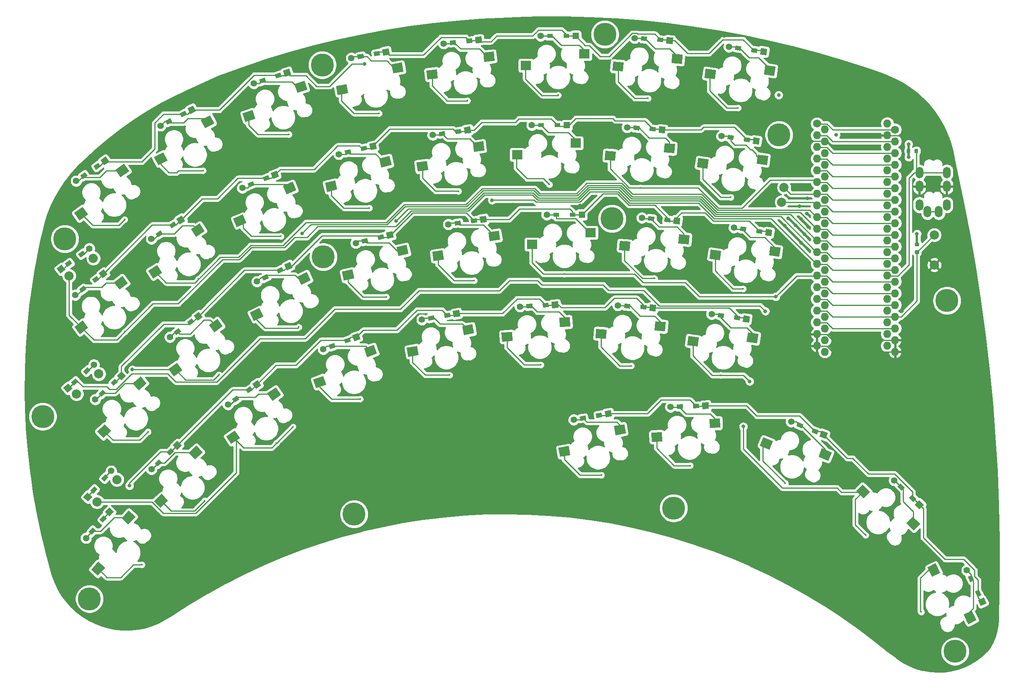
<source format=gbl>
G04 #@! TF.GenerationSoftware,KiCad,Pcbnew,(5.1.5)-3*
G04 #@! TF.CreationDate,2020-03-14T18:34:19+09:00*
G04 #@! TF.ProjectId,fan,66616e2e-6b69-4636-9164-5f7063625858,v1.0*
G04 #@! TF.SameCoordinates,Original*
G04 #@! TF.FileFunction,Copper,L2,Bot*
G04 #@! TF.FilePolarity,Positive*
%FSLAX46Y46*%
G04 Gerber Fmt 4.6, Leading zero omitted, Abs format (unit mm)*
G04 Created by KiCad (PCBNEW (5.1.5)-3) date 2020-03-14 18:34:19*
%MOMM*%
%LPD*%
G04 APERTURE LIST*
%ADD10C,5.000000*%
%ADD11O,1.700000X2.500000*%
%ADD12C,0.100000*%
%ADD13C,1.397000*%
%ADD14C,0.400000*%
%ADD15R,1.300000X0.950000*%
%ADD16R,1.397000X1.397000*%
%ADD17R,2.300000X2.000000*%
%ADD18C,2.000000*%
%ADD19O,1.727200X1.727200*%
%ADD20C,1.727200*%
%ADD21C,0.800000*%
%ADD22C,0.250000*%
%ADD23C,0.500000*%
%ADD24C,0.254000*%
G04 APERTURE END LIST*
D10*
X174929000Y-37489000D03*
X152028329Y-118569541D03*
X15002000Y-98685000D03*
X75725692Y-22299696D03*
X137102649Y-15645937D03*
X19802000Y-60085000D03*
X82628327Y-119869542D03*
X25146651Y-138287934D03*
X138652649Y-55695934D03*
X75952649Y-63995933D03*
X213153649Y-149709608D03*
X211402000Y-73485000D03*
D11*
X207172000Y-54185000D03*
X205422000Y-45685000D03*
X209622000Y-54185000D03*
X211372000Y-52685000D03*
X211372000Y-48685000D03*
X209622000Y-54185000D03*
X205422000Y-52685000D03*
X211372000Y-52685000D03*
X211372000Y-45685000D03*
X205422000Y-45685000D03*
X211372000Y-45685000D03*
X207172000Y-54185000D03*
X205422000Y-48685000D03*
X211372000Y-48685000D03*
X205422000Y-52685000D03*
X205422000Y-48685000D03*
G04 #@! TA.AperFunction,SMDPad,CuDef*
D12*
G36*
X157569499Y-95902078D02*
G01*
X157602653Y-96851499D01*
X156303445Y-96896868D01*
X156270291Y-95947447D01*
X157569499Y-95902078D01*
G37*
G04 #@! TD.AperFunction*
G04 #@! TA.AperFunction,ComponentPad*
G36*
X159643930Y-95606000D02*
G01*
X159692685Y-97002149D01*
X158296536Y-97050904D01*
X158247781Y-95654755D01*
X159643930Y-95606000D01*
G37*
G04 #@! TD.AperFunction*
D13*
X151354874Y-96594387D03*
G04 #@! TA.AperFunction,SMDPad,CuDef*
D12*
G36*
X154021662Y-96025971D02*
G01*
X154054816Y-96975392D01*
X152755608Y-97020761D01*
X152722454Y-96071340D01*
X154021662Y-96025971D01*
G37*
G04 #@! TD.AperFunction*
G04 #@! TA.AperFunction,SMDPad,CuDef*
G36*
X149505273Y-102082280D02*
G01*
X149575072Y-104081061D01*
X147276473Y-104161330D01*
X147206674Y-102162549D01*
X149505273Y-102082280D01*
G37*
G04 #@! TD.AperFunction*
G04 #@! TA.AperFunction,SMDPad,CuDef*
G36*
X162108891Y-99100604D02*
G01*
X162178690Y-101099385D01*
X159880091Y-101179654D01*
X159810292Y-99180873D01*
X162108891Y-99100604D01*
G37*
G04 #@! TD.AperFunction*
D14*
X155612989Y-109331540D03*
G04 #@! TA.AperFunction,SMDPad,CuDef*
D12*
G36*
X218897768Y-137478944D02*
G01*
X218043914Y-137895396D01*
X217474032Y-136726964D01*
X218327886Y-136310512D01*
X218897768Y-137478944D01*
G37*
G04 #@! TD.AperFunction*
G04 #@! TA.AperFunction,ComponentPad*
G36*
X220011995Y-139253605D02*
G01*
X218756380Y-139866010D01*
X218143975Y-138610395D01*
X219399590Y-137997990D01*
X220011995Y-139253605D01*
G37*
G04 #@! TD.AperFunction*
D13*
X215737597Y-132083189D03*
G04 #@! TA.AperFunction,SMDPad,CuDef*
D12*
G36*
X217341551Y-134288225D02*
G01*
X216487697Y-134704677D01*
X215917815Y-133536245D01*
X216771669Y-133119793D01*
X217341551Y-134288225D01*
G37*
G04 #@! TD.AperFunction*
G04 #@! TA.AperFunction,SMDPad,CuDef*
G36*
X209971857Y-132625621D02*
G01*
X208174269Y-133502363D01*
X207166015Y-131435137D01*
X208963603Y-130558395D01*
X209971857Y-132625621D01*
G37*
G04 #@! TD.AperFunction*
G04 #@! TA.AperFunction,SMDPad,CuDef*
G36*
X217822107Y-142926843D02*
G01*
X216024519Y-143803585D01*
X215016265Y-141736359D01*
X216813853Y-140859617D01*
X217822107Y-142926843D01*
G37*
G04 #@! TD.AperFunction*
D14*
X205833560Y-141153837D03*
D15*
X128727648Y-15995937D03*
D16*
X130762648Y-15995937D03*
D13*
X123142648Y-15995937D03*
D15*
X125177648Y-15995937D03*
D17*
X119952648Y-22415937D03*
X132652648Y-19875937D03*
D14*
X126953648Y-28873937D03*
G04 #@! TA.AperFunction,SMDPad,CuDef*
D12*
G36*
X183522469Y-101686288D02*
G01*
X183166592Y-102567113D01*
X181961253Y-102080124D01*
X182317130Y-101199299D01*
X183522469Y-101686288D01*
G37*
G04 #@! TD.AperFunction*
G04 #@! TA.AperFunction,ComponentPad*
G36*
X185537981Y-102259555D02*
G01*
X185014655Y-103554831D01*
X183719379Y-103031505D01*
X184242705Y-101736229D01*
X185537981Y-102259555D01*
G37*
G04 #@! TD.AperFunction*
D13*
X177563539Y-99791028D03*
G04 #@! TA.AperFunction,SMDPad,CuDef*
D12*
G36*
X180230966Y-100356435D02*
G01*
X179875089Y-101237260D01*
X178669750Y-100750271D01*
X179025627Y-99869446D01*
X180230966Y-100356435D01*
G37*
G04 #@! TD.AperFunction*
G04 #@! TA.AperFunction,SMDPad,CuDef*
G36*
X173641716Y-104052168D02*
G01*
X172892503Y-105906535D01*
X170759980Y-105044940D01*
X171509193Y-103190573D01*
X173641716Y-104052168D01*
G37*
G04 #@! TD.AperFunction*
G04 #@! TA.AperFunction,SMDPad,CuDef*
G36*
X186368452Y-106454624D02*
G01*
X185619239Y-108308991D01*
X183486716Y-107447396D01*
X184235929Y-105593029D01*
X186368452Y-106454624D01*
G37*
G04 #@! TD.AperFunction*
D14*
X176272853Y-113158928D03*
D15*
X130062651Y-54847930D03*
D16*
X132097651Y-54847930D03*
D13*
X124477651Y-54847930D03*
D15*
X126512651Y-54847930D03*
D17*
X121287651Y-61267930D03*
X133987651Y-58727930D03*
D14*
X128288651Y-67725930D03*
D15*
X126827649Y-35395935D03*
D16*
X128862649Y-35395935D03*
D13*
X121242649Y-35395935D03*
D15*
X123277649Y-35395935D03*
D17*
X118052649Y-41815935D03*
X130752649Y-39275935D03*
D14*
X125053649Y-48273935D03*
G04 #@! TA.AperFunction,SMDPad,CuDef*
D12*
G36*
X151394222Y-55568341D02*
G01*
X151311424Y-56514726D01*
X150016370Y-56401423D01*
X150099168Y-55455038D01*
X151394222Y-55568341D01*
G37*
G04 #@! TD.AperFunction*
G04 #@! TA.AperFunction,ComponentPad*
G36*
X153489272Y-55527280D02*
G01*
X153367516Y-56918964D01*
X151975832Y-56797208D01*
X152097588Y-55405524D01*
X153489272Y-55527280D01*
G37*
G04 #@! TD.AperFunction*
D13*
X145141549Y-55498117D03*
G04 #@! TA.AperFunction,SMDPad,CuDef*
D12*
G36*
X147857731Y-55258938D02*
G01*
X147774933Y-56205323D01*
X146479879Y-56092020D01*
X146562677Y-55145635D01*
X147857731Y-55258938D01*
G37*
G04 #@! TD.AperFunction*
G04 #@! TA.AperFunction,SMDPad,CuDef*
G36*
X142636928Y-60719694D02*
G01*
X142462616Y-62712084D01*
X140171368Y-62511626D01*
X140345680Y-60519236D01*
X142636928Y-60719694D01*
G37*
G04 #@! TD.AperFunction*
G04 #@! TA.AperFunction,SMDPad,CuDef*
G36*
X155509976Y-59296238D02*
G01*
X155335664Y-61288628D01*
X153044416Y-61088170D01*
X153218728Y-59095780D01*
X155509976Y-59296238D01*
G37*
G04 #@! TD.AperFunction*
D14*
X147815655Y-68659263D03*
G04 #@! TA.AperFunction,SMDPad,CuDef*
D12*
G36*
X28219765Y-120136447D02*
G01*
X28925753Y-120772121D01*
X28055883Y-121738209D01*
X27349895Y-121102535D01*
X28219765Y-120136447D01*
G37*
G04 #@! TD.AperFunction*
G04 #@! TA.AperFunction,ComponentPad*
G36*
X29447806Y-118438555D02*
G01*
X30485979Y-119373330D01*
X29551204Y-120411503D01*
X28513031Y-119476728D01*
X29447806Y-118438555D01*
G37*
G04 #@! TD.AperFunction*
D13*
X24400730Y-125087792D03*
G04 #@! TA.AperFunction,SMDPad,CuDef*
D12*
G36*
X25844352Y-122774612D02*
G01*
X26550340Y-123410286D01*
X25680470Y-124376374D01*
X24974482Y-123740700D01*
X25844352Y-122774612D01*
G37*
G04 #@! TD.AperFunction*
G04 #@! TA.AperFunction,SMDPad,CuDef*
G36*
X27063548Y-130230496D02*
G01*
X28549838Y-131568757D01*
X27010838Y-133277990D01*
X25524548Y-131939729D01*
X27063548Y-130230496D01*
G37*
G04 #@! TD.AperFunction*
G04 #@! TA.AperFunction,SMDPad,CuDef*
G36*
X33673919Y-119092965D02*
G01*
X35160209Y-120431226D01*
X33621209Y-122140459D01*
X32134919Y-120802198D01*
X33673919Y-119092965D01*
G37*
G04 #@! TD.AperFunction*
D14*
X36521006Y-130872731D03*
G04 #@! TA.AperFunction,SMDPad,CuDef*
D12*
G36*
X204760938Y-116536739D02*
G01*
X204101012Y-117220111D01*
X203165870Y-116317055D01*
X203825796Y-115633683D01*
X204760938Y-116536739D01*
G37*
G04 #@! TD.AperFunction*
G04 #@! TA.AperFunction,ComponentPad*
G36*
X206414939Y-117823287D02*
G01*
X205444501Y-118828205D01*
X204439583Y-117857767D01*
X205410021Y-116852849D01*
X206414939Y-117823287D01*
G37*
G04 #@! TD.AperFunction*
D13*
X199945892Y-112547230D03*
G04 #@! TA.AperFunction,SMDPad,CuDef*
D12*
G36*
X202207282Y-114070702D02*
G01*
X201547356Y-114754074D01*
X200612214Y-113851018D01*
X201272140Y-113167646D01*
X202207282Y-114070702D01*
G37*
G04 #@! TD.AperFunction*
G04 #@! TA.AperFunction,SMDPad,CuDef*
G36*
X194713390Y-115028949D02*
G01*
X193324073Y-116467629D01*
X191669592Y-114869915D01*
X193058909Y-113431235D01*
X194713390Y-115028949D01*
G37*
G04 #@! TD.AperFunction*
G04 #@! TA.AperFunction,SMDPad,CuDef*
G36*
X205613438Y-122023987D02*
G01*
X204224121Y-123462667D01*
X202569640Y-121864953D01*
X203958957Y-120426273D01*
X205613438Y-122023987D01*
G37*
G04 #@! TD.AperFunction*
D14*
X193741485Y-124458231D03*
G04 #@! TA.AperFunction,SMDPad,CuDef*
D12*
G36*
X149832684Y-16413174D02*
G01*
X149766415Y-17360860D01*
X148469582Y-17270176D01*
X148535851Y-16322490D01*
X149832684Y-16413174D01*
G37*
G04 #@! TD.AperFunction*
G04 #@! TA.AperFunction,ComponentPad*
G36*
X151926699Y-16335556D02*
G01*
X151829250Y-17729153D01*
X150435653Y-17631704D01*
X150533102Y-16238107D01*
X151926699Y-16335556D01*
G37*
G04 #@! TD.AperFunction*
D13*
X143579738Y-16452085D03*
G04 #@! TA.AperFunction,SMDPad,CuDef*
D12*
G36*
X146291332Y-16165539D02*
G01*
X146225063Y-17113225D01*
X144928230Y-17022541D01*
X144994499Y-16074855D01*
X146291332Y-16165539D01*
G37*
G04 #@! TD.AperFunction*
G04 #@! TA.AperFunction,SMDPad,CuDef*
G36*
X141166627Y-21716579D02*
G01*
X141027114Y-23711707D01*
X138732717Y-23551267D01*
X138872230Y-21556139D01*
X141166627Y-21716579D01*
G37*
G04 #@! TD.AperFunction*
G04 #@! TA.AperFunction,SMDPad,CuDef*
G36*
X154012872Y-20068674D02*
G01*
X153873359Y-22063802D01*
X151578962Y-21903362D01*
X151718475Y-19908234D01*
X154012872Y-20068674D01*
G37*
G04 #@! TD.AperFunction*
D14*
X146483131Y-29564557D03*
G04 #@! TA.AperFunction,SMDPad,CuDef*
D12*
G36*
X171372714Y-58050640D02*
G01*
X171240500Y-58991395D01*
X169953152Y-58810470D01*
X170085366Y-57869715D01*
X171372714Y-58050640D01*
G37*
G04 #@! TD.AperFunction*
G04 #@! TA.AperFunction,ComponentPad*
G36*
X173467043Y-58119282D02*
G01*
X173272618Y-59502687D01*
X171889213Y-59308262D01*
X172083638Y-57924857D01*
X173467043Y-58119282D01*
G37*
G04 #@! TD.AperFunction*
D13*
X165132286Y-57653273D03*
G04 #@! TA.AperFunction,SMDPad,CuDef*
D12*
G36*
X167857262Y-57556575D02*
G01*
X167725048Y-58497330D01*
X166437700Y-58316405D01*
X166569914Y-57375650D01*
X167857262Y-57556575D01*
G37*
G04 #@! TD.AperFunction*
G04 #@! TA.AperFunction,SMDPad,CuDef*
G36*
X162357820Y-62736613D02*
G01*
X162079474Y-64717149D01*
X159801858Y-64397051D01*
X160080204Y-62416515D01*
X162357820Y-62736613D01*
G37*
G04 #@! TD.AperFunction*
G04 #@! TA.AperFunction,SMDPad,CuDef*
G36*
X175287724Y-61988830D02*
G01*
X175009378Y-63969366D01*
X172731762Y-63649268D01*
X173010108Y-61668732D01*
X175287724Y-61988830D01*
G37*
G04 #@! TD.AperFunction*
D14*
X167113926Y-70936334D03*
G04 #@! TA.AperFunction,SMDPad,CuDef*
D12*
G36*
X166532714Y-76831643D02*
G01*
X166400500Y-77772398D01*
X165113152Y-77591473D01*
X165245366Y-76650718D01*
X166532714Y-76831643D01*
G37*
G04 #@! TD.AperFunction*
G04 #@! TA.AperFunction,ComponentPad*
G36*
X168627043Y-76900285D02*
G01*
X168432618Y-78283690D01*
X167049213Y-78089265D01*
X167243638Y-76705860D01*
X168627043Y-76900285D01*
G37*
G04 #@! TD.AperFunction*
D13*
X160292286Y-76434276D03*
G04 #@! TA.AperFunction,SMDPad,CuDef*
D12*
G36*
X163017262Y-76337578D02*
G01*
X162885048Y-77278333D01*
X161597700Y-77097408D01*
X161729914Y-76156653D01*
X163017262Y-76337578D01*
G37*
G04 #@! TD.AperFunction*
G04 #@! TA.AperFunction,SMDPad,CuDef*
G36*
X157517820Y-81517616D02*
G01*
X157239474Y-83498152D01*
X154961858Y-83178054D01*
X155240204Y-81197518D01*
X157517820Y-81517616D01*
G37*
G04 #@! TD.AperFunction*
G04 #@! TA.AperFunction,SMDPad,CuDef*
G36*
X170447724Y-80769833D02*
G01*
X170169378Y-82750369D01*
X167891762Y-82430271D01*
X168170108Y-80449735D01*
X170447724Y-80769833D01*
G37*
G04 #@! TD.AperFunction*
D14*
X162273926Y-89717337D03*
G04 #@! TA.AperFunction,SMDPad,CuDef*
D12*
G36*
X168672713Y-38150639D02*
G01*
X168540499Y-39091394D01*
X167253151Y-38910469D01*
X167385365Y-37969714D01*
X168672713Y-38150639D01*
G37*
G04 #@! TD.AperFunction*
G04 #@! TA.AperFunction,ComponentPad*
G36*
X170767042Y-38219281D02*
G01*
X170572617Y-39602686D01*
X169189212Y-39408261D01*
X169383637Y-38024856D01*
X170767042Y-38219281D01*
G37*
G04 #@! TD.AperFunction*
D13*
X162432285Y-37753272D03*
G04 #@! TA.AperFunction,SMDPad,CuDef*
D12*
G36*
X165157261Y-37656574D02*
G01*
X165025047Y-38597329D01*
X163737699Y-38416404D01*
X163869913Y-37475649D01*
X165157261Y-37656574D01*
G37*
G04 #@! TD.AperFunction*
G04 #@! TA.AperFunction,SMDPad,CuDef*
G36*
X159657819Y-42836612D02*
G01*
X159379473Y-44817148D01*
X157101857Y-44497050D01*
X157380203Y-42516514D01*
X159657819Y-42836612D01*
G37*
G04 #@! TD.AperFunction*
G04 #@! TA.AperFunction,SMDPad,CuDef*
G36*
X172587723Y-42088829D02*
G01*
X172309377Y-44069365D01*
X170031761Y-43749267D01*
X170310107Y-41768731D01*
X172587723Y-42088829D01*
G37*
G04 #@! TD.AperFunction*
D14*
X164413925Y-51036333D03*
G04 #@! TA.AperFunction,SMDPad,CuDef*
D12*
G36*
X66631024Y-23935308D02*
G01*
X66924590Y-24838812D01*
X65688216Y-25240534D01*
X65394650Y-24337030D01*
X66631024Y-23935308D01*
G37*
G04 #@! TD.AperFunction*
G04 #@! TA.AperFunction,ComponentPad*
G36*
X68543485Y-23078911D02*
G01*
X68975181Y-24407537D01*
X67646555Y-24839233D01*
X67214859Y-23510607D01*
X68543485Y-23078911D01*
G37*
G04 #@! TD.AperFunction*
D13*
X60847970Y-26313781D03*
G04 #@! TA.AperFunction,SMDPad,CuDef*
D12*
G36*
X63254774Y-25032319D02*
G01*
X63548340Y-25935823D01*
X62311966Y-26337545D01*
X62018400Y-25434041D01*
X63254774Y-25032319D01*
G37*
G04 #@! TD.AperFunction*
G04 #@! TA.AperFunction,SMDPad,CuDef*
G36*
X60582687Y-32098902D02*
G01*
X61200721Y-34001015D01*
X59013291Y-34711754D01*
X58395257Y-32809641D01*
X60582687Y-32098902D01*
G37*
G04 #@! TD.AperFunction*
G04 #@! TA.AperFunction,SMDPad,CuDef*
G36*
X71876201Y-25758703D02*
G01*
X72494235Y-27660816D01*
X70306805Y-28371555D01*
X69688771Y-26469442D01*
X71876201Y-25758703D01*
G37*
G04 #@! TD.AperFunction*
D14*
X68451967Y-37383823D03*
G04 #@! TA.AperFunction,SMDPad,CuDef*
D12*
G36*
X42866184Y-105549210D02*
G01*
X43514082Y-106243996D01*
X42563322Y-107130594D01*
X41915424Y-106435808D01*
X42866184Y-105549210D01*
G37*
G04 #@! TD.AperFunction*
G04 #@! TA.AperFunction,ComponentPad*
G36*
X44237532Y-103964809D02*
G01*
X45190283Y-104986510D01*
X44168582Y-105939261D01*
X43215831Y-104917560D01*
X44237532Y-103964809D01*
G37*
G04 #@! TD.AperFunction*
D13*
X38630142Y-110148862D03*
G04 #@! TA.AperFunction,SMDPad,CuDef*
D12*
G36*
X40269878Y-107970304D02*
G01*
X40917776Y-108665090D01*
X39967016Y-109551688D01*
X39319118Y-108856902D01*
X40269878Y-107970304D01*
G37*
G04 #@! TD.AperFunction*
G04 #@! TA.AperFunction,SMDPad,CuDef*
G36*
X40834611Y-115504076D02*
G01*
X42198608Y-116966784D01*
X40516495Y-118535380D01*
X39152498Y-117072672D01*
X40834611Y-115504076D01*
G37*
G04 #@! TD.AperFunction*
G04 #@! TA.AperFunction,SMDPad,CuDef*
G36*
X48390527Y-104985058D02*
G01*
X49754524Y-106447766D01*
X48072411Y-108016362D01*
X46708414Y-106553654D01*
X48390527Y-104985058D01*
G37*
G04 #@! TD.AperFunction*
D14*
X50200106Y-116968140D03*
G04 #@! TA.AperFunction,SMDPad,CuDef*
D12*
G36*
X60098455Y-92131545D02*
G01*
X60643353Y-92909740D01*
X59578455Y-93655389D01*
X59033557Y-92877194D01*
X60098455Y-92131545D01*
G37*
G04 #@! TD.AperFunction*
G04 #@! TA.AperFunction,ComponentPad*
G36*
X61676964Y-90753418D02*
G01*
X62478250Y-91897774D01*
X61333894Y-92699060D01*
X60532608Y-91554704D01*
X61676964Y-90753418D01*
G37*
G04 #@! TD.AperFunction*
D13*
X55263491Y-96096892D03*
G04 #@! TA.AperFunction,SMDPad,CuDef*
D12*
G36*
X57190465Y-94167742D02*
G01*
X57735363Y-94945937D01*
X56670465Y-95691586D01*
X56125567Y-94913391D01*
X57190465Y-94167742D01*
G37*
G04 #@! TD.AperFunction*
G04 #@! TA.AperFunction,SMDPad,CuDef*
G36*
X56701204Y-101706792D02*
G01*
X57848357Y-103345096D01*
X55964308Y-104664322D01*
X54817155Y-103026018D01*
X56701204Y-101706792D01*
G37*
G04 #@! TD.AperFunction*
G04 #@! TA.AperFunction,SMDPad,CuDef*
G36*
X65647551Y-92341725D02*
G01*
X66794704Y-93980029D01*
X64910655Y-95299255D01*
X63763502Y-93660951D01*
X65647551Y-92341725D01*
G37*
G04 #@! TD.AperFunction*
D14*
X65771797Y-104460032D03*
G04 #@! TA.AperFunction,SMDPad,CuDef*
D12*
G36*
X109238384Y-55586653D02*
G01*
X109370598Y-56527408D01*
X108083250Y-56708333D01*
X107951036Y-55767578D01*
X109238384Y-55586653D01*
G37*
G04 #@! TD.AperFunction*
G04 #@! TA.AperFunction,ComponentPad*
G36*
X111270502Y-55075361D02*
G01*
X111464927Y-56458766D01*
X110081522Y-56653191D01*
X109887097Y-55269786D01*
X111270502Y-55075361D01*
G37*
G04 #@! TD.AperFunction*
D13*
X103130170Y-56924775D03*
G04 #@! TA.AperFunction,SMDPad,CuDef*
D12*
G36*
X105722932Y-56080718D02*
G01*
X105855146Y-57021473D01*
X104567798Y-57202398D01*
X104435584Y-56261643D01*
X105722932Y-56080718D01*
G37*
G04 #@! TD.AperFunction*
G04 #@! TA.AperFunction,SMDPad,CuDef*
G36*
X101864341Y-62575941D02*
G01*
X102142687Y-64556477D01*
X99865071Y-64876575D01*
X99586725Y-62896039D01*
X101864341Y-62575941D01*
G37*
G04 #@! TD.AperFunction*
G04 #@! TA.AperFunction,SMDPad,CuDef*
G36*
X114087246Y-58293162D02*
G01*
X114365592Y-60273698D01*
X112087976Y-60593796D01*
X111809630Y-58613260D01*
X114087246Y-58293162D01*
G37*
G04 #@! TD.AperFunction*
D14*
X108696353Y-69147058D03*
G04 #@! TA.AperFunction,SMDPad,CuDef*
D12*
G36*
X66914658Y-66191815D02*
G01*
X67331110Y-67045669D01*
X66162678Y-67615551D01*
X65746226Y-66761697D01*
X66914658Y-66191815D01*
G37*
G04 #@! TD.AperFunction*
G04 #@! TA.AperFunction,ComponentPad*
G36*
X68689319Y-65077588D02*
G01*
X69301724Y-66333203D01*
X68046109Y-66945608D01*
X67433704Y-65689993D01*
X68689319Y-65077588D01*
G37*
G04 #@! TD.AperFunction*
D13*
X61518903Y-69351986D03*
G04 #@! TA.AperFunction,SMDPad,CuDef*
D12*
G36*
X63723939Y-67748032D02*
G01*
X64140391Y-68601886D01*
X62971959Y-69171768D01*
X62555507Y-68317914D01*
X63723939Y-67748032D01*
G37*
G04 #@! TD.AperFunction*
G04 #@! TA.AperFunction,SMDPad,CuDef*
G36*
X62061335Y-75117726D02*
G01*
X62938077Y-76915314D01*
X60870851Y-77923568D01*
X59994109Y-76125980D01*
X62061335Y-75117726D01*
G37*
G04 #@! TD.AperFunction*
G04 #@! TA.AperFunction,SMDPad,CuDef*
G36*
X72362557Y-67267476D02*
G01*
X73239299Y-69065064D01*
X71172073Y-70073318D01*
X70295331Y-68275730D01*
X72362557Y-67267476D01*
G37*
G04 #@! TD.AperFunction*
D14*
X70589551Y-79256023D03*
G04 #@! TA.AperFunction,SMDPad,CuDef*
D12*
G36*
X45911780Y-32252724D02*
G01*
X46343071Y-33099180D01*
X45184762Y-33689368D01*
X44753471Y-32842912D01*
X45911780Y-32252724D01*
G37*
G04 #@! TD.AperFunction*
G04 #@! TA.AperFunction,ComponentPad*
G36*
X47666725Y-31107695D02*
G01*
X48300949Y-32352431D01*
X47056213Y-32986655D01*
X46421989Y-31741919D01*
X47666725Y-31107695D01*
G37*
G04 #@! TD.AperFunction*
D13*
X40572000Y-35506583D03*
G04 #@! TA.AperFunction,SMDPad,CuDef*
D12*
G36*
X42748707Y-33864390D02*
G01*
X43179998Y-34710846D01*
X42021689Y-35301034D01*
X41590398Y-34454578D01*
X42748707Y-33864390D01*
G37*
G04 #@! TD.AperFunction*
G04 #@! TA.AperFunction,SMDPad,CuDef*
G36*
X41214975Y-41261979D02*
G01*
X42122956Y-43043992D01*
X40073641Y-44088171D01*
X39165660Y-42306158D01*
X41214975Y-41261979D01*
G37*
G04 #@! TD.AperFunction*
G04 #@! TA.AperFunction,SMDPad,CuDef*
G36*
X51377622Y-33233143D02*
G01*
X52285603Y-35015156D01*
X50236288Y-36059335D01*
X49328307Y-34277322D01*
X51377622Y-33233143D01*
G37*
G04 #@! TD.AperFunction*
D14*
X49814115Y-45250807D03*
G04 #@! TA.AperFunction,SMDPad,CuDef*
D12*
G36*
X88968085Y-59117275D02*
G01*
X89181788Y-60042927D01*
X87915107Y-60335363D01*
X87701404Y-59409711D01*
X88968085Y-59117275D01*
G37*
G04 #@! TD.AperFunction*
G04 #@! TA.AperFunction,ComponentPad*
G36*
X90947908Y-58430818D02*
G01*
X91262165Y-59792013D01*
X89900970Y-60106270D01*
X89586713Y-58745075D01*
X90947908Y-58430818D01*
G37*
G04 #@! TD.AperFunction*
D13*
X82999740Y-60982671D03*
G04 #@! TA.AperFunction,SMDPad,CuDef*
D12*
G36*
X85509072Y-59915852D02*
G01*
X85722775Y-60841504D01*
X84456094Y-61133940D01*
X84242391Y-60208288D01*
X85509072Y-59915852D01*
G37*
G04 #@! TD.AperFunction*
G04 #@! TA.AperFunction,SMDPad,CuDef*
G36*
X82231260Y-66722657D02*
G01*
X82681162Y-68671397D01*
X80440110Y-69188785D01*
X79990208Y-67240045D01*
X82231260Y-66722657D01*
G37*
G04 #@! TD.AperFunction*
G04 #@! TA.AperFunction,SMDPad,CuDef*
G36*
X94034384Y-61390878D02*
G01*
X94484286Y-63339618D01*
X92243234Y-63857006D01*
X91793332Y-61908266D01*
X94034384Y-61390878D01*
G37*
G04 #@! TD.AperFunction*
D14*
X89609984Y-72673320D03*
G04 #@! TA.AperFunction,SMDPad,CuDef*
D12*
G36*
X43578970Y-56309781D02*
G01*
X44096377Y-57106518D01*
X43006106Y-57814549D01*
X42488699Y-57017812D01*
X43578970Y-56309781D01*
G37*
G04 #@! TD.AperFunction*
G04 #@! TA.AperFunction,ComponentPad*
G36*
X45204614Y-54987582D02*
G01*
X45965475Y-56159205D01*
X44793852Y-56920066D01*
X44032991Y-55748443D01*
X45204614Y-54987582D01*
G37*
G04 #@! TD.AperFunction*
D13*
X38608563Y-60103974D03*
G04 #@! TA.AperFunction,SMDPad,CuDef*
D12*
G36*
X40601689Y-58243249D02*
G01*
X41119096Y-59039986D01*
X40028825Y-59748017D01*
X39511418Y-58951280D01*
X40601689Y-58243249D01*
G37*
G04 #@! TD.AperFunction*
G04 #@! TA.AperFunction,SMDPad,CuDef*
G36*
X39849618Y-65760632D02*
G01*
X40938896Y-67437973D01*
X39009954Y-68690642D01*
X37920676Y-67013301D01*
X39849618Y-65760632D01*
G37*
G04 #@! TD.AperFunction*
G04 #@! TA.AperFunction,SMDPad,CuDef*
G36*
X49117351Y-56713493D02*
G01*
X50206629Y-58390834D01*
X48277687Y-59643503D01*
X47188409Y-57966162D01*
X49117351Y-56713493D01*
G37*
G04 #@! TD.AperFunction*
D14*
X48818598Y-68828754D03*
G04 #@! TA.AperFunction,SMDPad,CuDef*
D12*
G36*
X30727764Y-90448995D02*
G01*
X31363438Y-91154983D01*
X30397350Y-92024853D01*
X29761676Y-91318865D01*
X30727764Y-90448995D01*
G37*
G04 #@! TD.AperFunction*
G04 #@! TA.AperFunction,ComponentPad*
G36*
X32126555Y-88888769D02*
G01*
X33061330Y-89926942D01*
X32023157Y-90861717D01*
X31088382Y-89823544D01*
X32126555Y-88888769D01*
G37*
G04 #@! TD.AperFunction*
D13*
X26412093Y-94974018D03*
G04 #@! TA.AperFunction,SMDPad,CuDef*
D12*
G36*
X28089599Y-92824408D02*
G01*
X28725273Y-93530396D01*
X27759185Y-94400266D01*
X27123511Y-93694278D01*
X28089599Y-92824408D01*
G37*
G04 #@! TD.AperFunction*
G04 #@! TA.AperFunction,SMDPad,CuDef*
G36*
X28522765Y-100366890D02*
G01*
X29861026Y-101853180D01*
X28151793Y-103392180D01*
X26813532Y-101905890D01*
X28522765Y-100366890D01*
G37*
G04 #@! TD.AperFunction*
G04 #@! TA.AperFunction,SMDPad,CuDef*
G36*
X36261113Y-89981343D02*
G01*
X37599374Y-91467633D01*
X35890141Y-93006633D01*
X34551880Y-91520343D01*
X36261113Y-89981343D01*
G37*
G04 #@! TD.AperFunction*
D14*
X37861282Y-101994181D03*
G04 #@! TA.AperFunction,SMDPad,CuDef*
D12*
G36*
X105835384Y-36175649D02*
G01*
X105967598Y-37116404D01*
X104680250Y-37297329D01*
X104548036Y-36356574D01*
X105835384Y-36175649D01*
G37*
G04 #@! TD.AperFunction*
G04 #@! TA.AperFunction,ComponentPad*
G36*
X107867502Y-35664357D02*
G01*
X108061927Y-37047762D01*
X106678522Y-37242187D01*
X106484097Y-35858782D01*
X107867502Y-35664357D01*
G37*
G04 #@! TD.AperFunction*
D13*
X99727170Y-37513771D03*
G04 #@! TA.AperFunction,SMDPad,CuDef*
D12*
G36*
X102319932Y-36669714D02*
G01*
X102452146Y-37610469D01*
X101164798Y-37791394D01*
X101032584Y-36850639D01*
X102319932Y-36669714D01*
G37*
G04 #@! TD.AperFunction*
G04 #@! TA.AperFunction,SMDPad,CuDef*
G36*
X98461341Y-43164937D02*
G01*
X98739687Y-45145473D01*
X96462071Y-45465571D01*
X96183725Y-43485035D01*
X98461341Y-43164937D01*
G37*
G04 #@! TD.AperFunction*
G04 #@! TA.AperFunction,SMDPad,CuDef*
G36*
X110684246Y-38882158D02*
G01*
X110962592Y-40862694D01*
X108684976Y-41182792D01*
X108406630Y-39202256D01*
X110684246Y-38882158D01*
G37*
G04 #@! TD.AperFunction*
D14*
X105293353Y-49736054D03*
G04 #@! TA.AperFunction,SMDPad,CuDef*
D12*
G36*
X63960670Y-46233449D02*
G01*
X64316547Y-47114274D01*
X63111208Y-47601263D01*
X62755331Y-46720438D01*
X63960670Y-46233449D01*
G37*
G04 #@! TD.AperFunction*
G04 #@! TA.AperFunction,ComponentPad*
G36*
X65808733Y-45245730D02*
G01*
X66332059Y-46541006D01*
X65036783Y-47064332D01*
X64513457Y-45769056D01*
X65808733Y-45245730D01*
G37*
G04 #@! TD.AperFunction*
D13*
X58357617Y-49009533D03*
G04 #@! TA.AperFunction,SMDPad,CuDef*
D12*
G36*
X60669167Y-47563302D02*
G01*
X61025044Y-48444127D01*
X59819705Y-48931116D01*
X59463828Y-48050291D01*
X60669167Y-47563302D01*
G37*
G04 #@! TD.AperFunction*
G04 #@! TA.AperFunction,SMDPad,CuDef*
G36*
X58496530Y-54799068D02*
G01*
X59245743Y-56653435D01*
X57113220Y-57515030D01*
X56364007Y-55660663D01*
X58496530Y-54799068D01*
G37*
G04 #@! TD.AperFunction*
G04 #@! TA.AperFunction,SMDPad,CuDef*
G36*
X69320264Y-47686517D02*
G01*
X70069477Y-49540884D01*
X67936954Y-50402479D01*
X67187741Y-48548112D01*
X69320264Y-47686517D01*
G37*
G04 #@! TD.AperFunction*
D14*
X66715299Y-59522181D03*
G04 #@! TA.AperFunction,SMDPad,CuDef*
D12*
G36*
X26760142Y-68134461D02*
G01*
X27331866Y-68893165D01*
X26293640Y-69675525D01*
X25721916Y-68916821D01*
X26760142Y-68134461D01*
G37*
G04 #@! TD.AperFunction*
G04 #@! TA.AperFunction,ComponentPad*
G36*
X28289593Y-66702084D02*
G01*
X29130329Y-67817778D01*
X28014635Y-68658514D01*
X27173899Y-67542820D01*
X28289593Y-66702084D01*
G37*
G04 #@! TD.AperFunction*
D13*
X22066511Y-72266130D03*
G04 #@! TA.AperFunction,SMDPad,CuDef*
D12*
G36*
X23924986Y-70270904D02*
G01*
X24496710Y-71029608D01*
X23458484Y-71811968D01*
X22886760Y-71053264D01*
X23924986Y-70270904D01*
G37*
G04 #@! TD.AperFunction*
G04 #@! TA.AperFunction,SMDPad,CuDef*
G36*
X23699133Y-77822437D02*
G01*
X24902763Y-79419708D01*
X23065901Y-80803883D01*
X21862271Y-79206612D01*
X23699133Y-77822437D01*
G37*
G04 #@! TD.AperFunction*
G04 #@! TA.AperFunction,SMDPad,CuDef*
G36*
X32313193Y-68150852D02*
G01*
X33516823Y-69748123D01*
X31679961Y-71132298D01*
X30476331Y-69535027D01*
X32313193Y-68150852D01*
G37*
G04 #@! TD.AperFunction*
D14*
X32860285Y-80257441D03*
G04 #@! TA.AperFunction,SMDPad,CuDef*
D12*
G36*
X81642147Y-81484042D02*
G01*
X81967066Y-82376750D01*
X80745465Y-82821376D01*
X80420546Y-81928668D01*
X81642147Y-81484042D01*
G37*
G04 #@! TD.AperFunction*
G04 #@! TA.AperFunction,ComponentPad*
G36*
X83523555Y-80561422D02*
G01*
X84001357Y-81874172D01*
X82688607Y-82351974D01*
X82210805Y-81039224D01*
X83523555Y-80561422D01*
G37*
G04 #@! TD.AperFunction*
D13*
X75945623Y-84062891D03*
G04 #@! TA.AperFunction,SMDPad,CuDef*
D12*
G36*
X78306238Y-82698213D02*
G01*
X78631157Y-83590921D01*
X77409556Y-84035547D01*
X77084637Y-83142839D01*
X78306238Y-82698213D01*
G37*
G04 #@! TD.AperFunction*
G04 #@! TA.AperFunction,SMDPad,CuDef*
G36*
X75882399Y-89853746D02*
G01*
X76566440Y-91733131D01*
X74405147Y-92519778D01*
X73721106Y-90640393D01*
X75882399Y-89853746D01*
G37*
G04 #@! TD.AperFunction*
G04 #@! TA.AperFunction,SMDPad,CuDef*
G36*
X86947764Y-83123271D02*
G01*
X87631805Y-85002656D01*
X85470512Y-85789303D01*
X84786471Y-83909918D01*
X86947764Y-83123271D01*
G37*
G04 #@! TD.AperFunction*
D14*
X83931327Y-94860814D03*
G04 #@! TA.AperFunction,SMDPad,CuDef*
D12*
G36*
X88095490Y-19243786D02*
G01*
X88260456Y-20179353D01*
X86980206Y-20405096D01*
X86815240Y-19469529D01*
X88095490Y-19243786D01*
G37*
G04 #@! TD.AperFunction*
G04 #@! TA.AperFunction,ComponentPad*
G36*
X90108527Y-18661886D02*
G01*
X90351113Y-20037662D01*
X88975337Y-20280248D01*
X88732751Y-18904472D01*
X90108527Y-18661886D01*
G37*
G04 #@! TD.AperFunction*
D13*
X82037697Y-20794266D03*
G04 #@! TA.AperFunction,SMDPad,CuDef*
D12*
G36*
X84599423Y-19860237D02*
G01*
X84764389Y-20795804D01*
X83484139Y-21021547D01*
X83319173Y-20085980D01*
X84599423Y-19860237D01*
G37*
G04 #@! TD.AperFunction*
G04 #@! TA.AperFunction,SMDPad,CuDef*
G36*
X80969862Y-26486166D02*
G01*
X81317158Y-28455781D01*
X79052100Y-28855172D01*
X78704804Y-26885557D01*
X80969862Y-26486166D01*
G37*
G04 #@! TD.AperFunction*
G04 #@! TA.AperFunction,SMDPad,CuDef*
G36*
X93035855Y-21779423D02*
G01*
X93383151Y-23749038D01*
X91118093Y-24148429D01*
X90770797Y-22178814D01*
X93035855Y-21779423D01*
G37*
G04 #@! TD.AperFunction*
D14*
X88027040Y-32814847D03*
G04 #@! TA.AperFunction,SMDPad,CuDef*
D12*
G36*
X27104456Y-43543548D02*
G01*
X27649354Y-44321743D01*
X26584456Y-45067392D01*
X26039558Y-44289197D01*
X27104456Y-43543548D01*
G37*
G04 #@! TD.AperFunction*
G04 #@! TA.AperFunction,ComponentPad*
G36*
X28682965Y-42165421D02*
G01*
X29484251Y-43309777D01*
X28339895Y-44111063D01*
X27538609Y-42966707D01*
X28682965Y-42165421D01*
G37*
G04 #@! TD.AperFunction*
D13*
X22269492Y-47508895D03*
G04 #@! TA.AperFunction,SMDPad,CuDef*
D12*
G36*
X24196466Y-45579745D02*
G01*
X24741364Y-46357940D01*
X23676466Y-47103589D01*
X23131568Y-46325394D01*
X24196466Y-45579745D01*
G37*
G04 #@! TD.AperFunction*
G04 #@! TA.AperFunction,SMDPad,CuDef*
G36*
X23707205Y-53118795D02*
G01*
X24854358Y-54757099D01*
X22970309Y-56076325D01*
X21823156Y-54438021D01*
X23707205Y-53118795D01*
G37*
G04 #@! TD.AperFunction*
G04 #@! TA.AperFunction,SMDPad,CuDef*
G36*
X32653552Y-43753728D02*
G01*
X33800705Y-45392032D01*
X31916656Y-46711258D01*
X30769503Y-45072954D01*
X32653552Y-43753728D01*
G37*
G04 #@! TD.AperFunction*
D14*
X32777798Y-55872035D03*
G04 #@! TA.AperFunction,SMDPad,CuDef*
D12*
G36*
X85284084Y-39818271D02*
G01*
X85497787Y-40743923D01*
X84231106Y-41036359D01*
X84017403Y-40110707D01*
X85284084Y-39818271D01*
G37*
G04 #@! TD.AperFunction*
G04 #@! TA.AperFunction,ComponentPad*
G36*
X87263907Y-39131814D02*
G01*
X87578164Y-40493009D01*
X86216969Y-40807266D01*
X85902712Y-39446071D01*
X87263907Y-39131814D01*
G37*
G04 #@! TD.AperFunction*
D13*
X79315739Y-41683667D03*
G04 #@! TA.AperFunction,SMDPad,CuDef*
D12*
G36*
X81825071Y-40616848D02*
G01*
X82038774Y-41542500D01*
X80772093Y-41834936D01*
X80558390Y-40909284D01*
X81825071Y-40616848D01*
G37*
G04 #@! TD.AperFunction*
G04 #@! TA.AperFunction,SMDPad,CuDef*
G36*
X78547259Y-47423653D02*
G01*
X78997161Y-49372393D01*
X76756109Y-49889781D01*
X76306207Y-47941041D01*
X78547259Y-47423653D01*
G37*
G04 #@! TD.AperFunction*
G04 #@! TA.AperFunction,SMDPad,CuDef*
G36*
X90350383Y-42091874D02*
G01*
X90800285Y-44040614D01*
X88559233Y-44558002D01*
X88109331Y-42609262D01*
X90350383Y-42091874D01*
G37*
G04 #@! TD.AperFunction*
D14*
X85925983Y-53374316D03*
G04 #@! TA.AperFunction,SMDPad,CuDef*
D12*
G36*
X108242955Y-16519362D02*
G01*
X108342257Y-17464157D01*
X107049379Y-17600044D01*
X106950077Y-16655249D01*
X108242955Y-16519362D01*
G37*
G04 #@! TD.AperFunction*
G04 #@! TA.AperFunction,ComponentPad*
G36*
X110291679Y-16079300D02*
G01*
X110437706Y-17468647D01*
X109048359Y-17614674D01*
X108902332Y-16225327D01*
X110291679Y-16079300D01*
G37*
G04 #@! TD.AperFunction*
D13*
X102091762Y-17643494D03*
G04 #@! TA.AperFunction,SMDPad,CuDef*
D12*
G36*
X104712402Y-16890438D02*
G01*
X104811704Y-17835233D01*
X103518826Y-17971120D01*
X103419524Y-17026325D01*
X104712402Y-16890438D01*
G37*
G04 #@! TD.AperFunction*
G04 #@! TA.AperFunction,SMDPad,CuDef*
G36*
X100629482Y-23247041D02*
G01*
X100838539Y-25236085D01*
X98551138Y-25476501D01*
X98342081Y-23487457D01*
X100629482Y-23247041D01*
G37*
G04 #@! TD.AperFunction*
G04 #@! TA.AperFunction,SMDPad,CuDef*
G36*
X112994408Y-19393444D02*
G01*
X113203465Y-21382488D01*
X110916064Y-21622904D01*
X110707007Y-19633860D01*
X112994408Y-19393444D01*
G37*
G04 #@! TD.AperFunction*
D14*
X107228003Y-30052589D03*
G04 #@! TA.AperFunction,SMDPad,CuDef*
D12*
G36*
X103428490Y-76104787D02*
G01*
X103593456Y-77040354D01*
X102313206Y-77266097D01*
X102148240Y-76330530D01*
X103428490Y-76104787D01*
G37*
G04 #@! TD.AperFunction*
G04 #@! TA.AperFunction,ComponentPad*
G36*
X105441527Y-75522887D02*
G01*
X105684113Y-76898663D01*
X104308337Y-77141249D01*
X104065751Y-75765473D01*
X105441527Y-75522887D01*
G37*
G04 #@! TD.AperFunction*
D13*
X97370697Y-77655267D03*
G04 #@! TA.AperFunction,SMDPad,CuDef*
D12*
G36*
X99932423Y-76721238D02*
G01*
X100097389Y-77656805D01*
X98817139Y-77882548D01*
X98652173Y-76946981D01*
X99932423Y-76721238D01*
G37*
G04 #@! TD.AperFunction*
G04 #@! TA.AperFunction,SMDPad,CuDef*
G36*
X96302862Y-83347167D02*
G01*
X96650158Y-85316782D01*
X94385100Y-85716173D01*
X94037804Y-83746558D01*
X96302862Y-83347167D01*
G37*
G04 #@! TD.AperFunction*
G04 #@! TA.AperFunction,SMDPad,CuDef*
G36*
X108368855Y-78640424D02*
G01*
X108716151Y-80610039D01*
X106451093Y-81009430D01*
X106103797Y-79039815D01*
X108368855Y-78640424D01*
G37*
G04 #@! TD.AperFunction*
D14*
X103360040Y-89675848D03*
G04 #@! TA.AperFunction,SMDPad,CuDef*
D12*
G36*
X146167684Y-74506175D02*
G01*
X146101415Y-75453861D01*
X144804582Y-75363177D01*
X144870851Y-74415491D01*
X146167684Y-74506175D01*
G37*
G04 #@! TD.AperFunction*
G04 #@! TA.AperFunction,ComponentPad*
G36*
X148261699Y-74428557D02*
G01*
X148164250Y-75822154D01*
X146770653Y-75724705D01*
X146868102Y-74331108D01*
X148261699Y-74428557D01*
G37*
G04 #@! TD.AperFunction*
D13*
X139914738Y-74545086D03*
G04 #@! TA.AperFunction,SMDPad,CuDef*
D12*
G36*
X142626332Y-74258540D02*
G01*
X142560063Y-75206226D01*
X141263230Y-75115542D01*
X141329499Y-74167856D01*
X142626332Y-74258540D01*
G37*
G04 #@! TD.AperFunction*
G04 #@! TA.AperFunction,SMDPad,CuDef*
G36*
X137501627Y-79809580D02*
G01*
X137362114Y-81804708D01*
X135067717Y-81644268D01*
X135207230Y-79649140D01*
X137501627Y-79809580D01*
G37*
G04 #@! TD.AperFunction*
G04 #@! TA.AperFunction,SMDPad,CuDef*
G36*
X150347872Y-78161675D02*
G01*
X150208359Y-80156803D01*
X147913962Y-79996363D01*
X148053475Y-78001235D01*
X150347872Y-78161675D01*
G37*
G04 #@! TD.AperFunction*
D14*
X142818131Y-87657558D03*
G04 #@! TA.AperFunction,SMDPad,CuDef*
D12*
G36*
X47384251Y-77362115D02*
G01*
X47942647Y-78130681D01*
X46890925Y-78894801D01*
X46332529Y-78126235D01*
X47384251Y-77362115D01*
G37*
G04 #@! TD.AperFunction*
G04 #@! TA.AperFunction,ComponentPad*
G36*
X48938467Y-75956649D02*
G01*
X49759603Y-77086845D01*
X48629407Y-77907981D01*
X47808271Y-76777785D01*
X48938467Y-75956649D01*
G37*
G04 #@! TD.AperFunction*
D13*
X42619228Y-81411239D03*
G04 #@! TA.AperFunction,SMDPad,CuDef*
D12*
G36*
X44512241Y-79448753D02*
G01*
X45070637Y-80217319D01*
X44018915Y-80981439D01*
X43460519Y-80212873D01*
X44512241Y-79448753D01*
G37*
G04 #@! TD.AperFunction*
G04 #@! TA.AperFunction,SMDPad,CuDef*
G36*
X44154629Y-86995193D02*
G01*
X45330200Y-88613227D01*
X43469461Y-89965133D01*
X42293890Y-88347099D01*
X44154629Y-86995193D01*
G37*
G04 #@! TD.AperFunction*
G04 #@! TA.AperFunction,SMDPad,CuDef*
G36*
X52936170Y-77475417D02*
G01*
X54111741Y-79093451D01*
X52251002Y-80445357D01*
X51075431Y-78827323D01*
X52936170Y-77475417D01*
G37*
G04 #@! TD.AperFunction*
D14*
X53271890Y-89589710D03*
G04 #@! TA.AperFunction,SMDPad,CuDef*
D12*
G36*
X170272714Y-18750639D02*
G01*
X170140500Y-19691394D01*
X168853152Y-19510469D01*
X168985366Y-18569714D01*
X170272714Y-18750639D01*
G37*
G04 #@! TD.AperFunction*
G04 #@! TA.AperFunction,ComponentPad*
G36*
X172367043Y-18819281D02*
G01*
X172172618Y-20202686D01*
X170789213Y-20008261D01*
X170983638Y-18624856D01*
X172367043Y-18819281D01*
G37*
G04 #@! TD.AperFunction*
D13*
X164032286Y-18353272D03*
G04 #@! TA.AperFunction,SMDPad,CuDef*
D12*
G36*
X166757262Y-18256574D02*
G01*
X166625048Y-19197329D01*
X165337700Y-19016404D01*
X165469914Y-18075649D01*
X166757262Y-18256574D01*
G37*
G04 #@! TD.AperFunction*
G04 #@! TA.AperFunction,SMDPad,CuDef*
G36*
X161257820Y-23436612D02*
G01*
X160979474Y-25417148D01*
X158701858Y-25097050D01*
X158980204Y-23116514D01*
X161257820Y-23436612D01*
G37*
G04 #@! TD.AperFunction*
G04 #@! TA.AperFunction,SMDPad,CuDef*
G36*
X174187724Y-22688829D02*
G01*
X173909378Y-24669365D01*
X171631762Y-24349267D01*
X171910108Y-22368731D01*
X174187724Y-22688829D01*
G37*
G04 #@! TD.AperFunction*
D14*
X166013926Y-31636333D03*
G04 #@! TA.AperFunction,SMDPad,CuDef*
D12*
G36*
X148172684Y-35813174D02*
G01*
X148106415Y-36760860D01*
X146809582Y-36670176D01*
X146875851Y-35722490D01*
X148172684Y-35813174D01*
G37*
G04 #@! TD.AperFunction*
G04 #@! TA.AperFunction,ComponentPad*
G36*
X150266699Y-35735556D02*
G01*
X150169250Y-37129153D01*
X148775653Y-37031704D01*
X148873102Y-35638107D01*
X150266699Y-35735556D01*
G37*
G04 #@! TD.AperFunction*
D13*
X141919738Y-35852085D03*
G04 #@! TA.AperFunction,SMDPad,CuDef*
D12*
G36*
X144631332Y-35565539D02*
G01*
X144565063Y-36513225D01*
X143268230Y-36422541D01*
X143334499Y-35474855D01*
X144631332Y-35565539D01*
G37*
G04 #@! TD.AperFunction*
G04 #@! TA.AperFunction,SMDPad,CuDef*
G36*
X139506627Y-41116579D02*
G01*
X139367114Y-43111707D01*
X137072717Y-42951267D01*
X137212230Y-40956139D01*
X139506627Y-41116579D01*
G37*
G04 #@! TD.AperFunction*
G04 #@! TA.AperFunction,SMDPad,CuDef*
G36*
X152352872Y-39468674D02*
G01*
X152213359Y-41463802D01*
X149918962Y-41303362D01*
X150058475Y-39308234D01*
X152352872Y-39468674D01*
G37*
G04 #@! TD.AperFunction*
D14*
X144823131Y-48964557D03*
G04 #@! TA.AperFunction,SMDPad,CuDef*
D12*
G36*
X136395562Y-97835579D02*
G01*
X136560528Y-98771146D01*
X135280278Y-98996889D01*
X135115312Y-98061322D01*
X136395562Y-97835579D01*
G37*
G04 #@! TD.AperFunction*
G04 #@! TA.AperFunction,ComponentPad*
G36*
X138408599Y-97253679D02*
G01*
X138651185Y-98629455D01*
X137275409Y-98872041D01*
X137032823Y-97496265D01*
X138408599Y-97253679D01*
G37*
G04 #@! TD.AperFunction*
D13*
X130337769Y-99386059D03*
G04 #@! TA.AperFunction,SMDPad,CuDef*
D12*
G36*
X132899495Y-98452030D02*
G01*
X133064461Y-99387597D01*
X131784211Y-99613340D01*
X131619245Y-98677773D01*
X132899495Y-98452030D01*
G37*
G04 #@! TD.AperFunction*
G04 #@! TA.AperFunction,SMDPad,CuDef*
G36*
X129269934Y-105077959D02*
G01*
X129617230Y-107047574D01*
X127352172Y-107446965D01*
X127004876Y-105477350D01*
X129269934Y-105077959D01*
G37*
G04 #@! TD.AperFunction*
G04 #@! TA.AperFunction,SMDPad,CuDef*
G36*
X141335927Y-100371216D02*
G01*
X141683223Y-102340831D01*
X139418165Y-102740222D01*
X139070869Y-100770607D01*
X141335927Y-100371216D01*
G37*
G04 #@! TD.AperFunction*
D14*
X136327112Y-111406640D03*
G04 #@! TA.AperFunction,SMDPad,CuDef*
D12*
G36*
X124893440Y-73988005D02*
G01*
X124943159Y-74936703D01*
X123644940Y-75004739D01*
X123595221Y-74056041D01*
X124893440Y-73988005D01*
G37*
G04 #@! TD.AperFunction*
G04 #@! TA.AperFunction,ComponentPad*
G36*
X126962387Y-73655769D02*
G01*
X127035500Y-75050854D01*
X125640415Y-75123967D01*
X125567302Y-73728882D01*
X126962387Y-73655769D01*
G37*
G04 #@! TD.AperFunction*
D13*
X118691844Y-74788668D03*
G04 #@! TA.AperFunction,SMDPad,CuDef*
D12*
G36*
X121348305Y-74173798D02*
G01*
X121398024Y-75122496D01*
X120099805Y-75190532D01*
X120050086Y-74241834D01*
X121348305Y-74173798D01*
G37*
G04 #@! TD.AperFunction*
G04 #@! TA.AperFunction,SMDPad,CuDef*
G36*
X116938300Y-80308005D02*
G01*
X117042972Y-82305264D01*
X114746124Y-82425637D01*
X114641452Y-80428378D01*
X116938300Y-80308005D01*
G37*
G04 #@! TD.AperFunction*
G04 #@! TA.AperFunction,SMDPad,CuDef*
G36*
X129487962Y-77106820D02*
G01*
X129592634Y-79104079D01*
X127295786Y-79224452D01*
X127191114Y-77227193D01*
X129487962Y-77106820D01*
G37*
G04 #@! TD.AperFunction*
D14*
X123171603Y-87449567D03*
D18*
X208652000Y-59235000D03*
X208652000Y-65735000D03*
D13*
X25141877Y-62176634D03*
G04 #@! TA.AperFunction,ComponentPad*
D12*
G36*
X18822638Y-67631223D02*
G01*
X18001502Y-66501027D01*
X19131698Y-65679891D01*
X19952834Y-66810087D01*
X18822638Y-67631223D01*
G37*
G04 #@! TD.AperFunction*
G04 #@! TA.AperFunction,SMDPad,CuDef*
G36*
X20376854Y-66225757D02*
G01*
X19818458Y-65457191D01*
X20870180Y-64693071D01*
X21428576Y-65461637D01*
X20376854Y-66225757D01*
G37*
G04 #@! TD.AperFunction*
G04 #@! TA.AperFunction,SMDPad,CuDef*
G36*
X23248865Y-64139120D02*
G01*
X22690469Y-63370554D01*
X23742191Y-62606434D01*
X24300587Y-63375000D01*
X23248865Y-64139120D01*
G37*
G04 #@! TD.AperFunction*
D18*
X25981955Y-64285631D03*
X20723345Y-68106235D03*
D13*
X26111942Y-87411628D03*
G04 #@! TA.AperFunction,ComponentPad*
D12*
G36*
X20397480Y-93496877D02*
G01*
X19462705Y-92458704D01*
X20500878Y-91523929D01*
X21435653Y-92562102D01*
X20397480Y-93496877D01*
G37*
G04 #@! TD.AperFunction*
G04 #@! TA.AperFunction,SMDPad,CuDef*
G36*
X21796272Y-91936651D02*
G01*
X21160598Y-91230663D01*
X22126686Y-90360793D01*
X22762360Y-91066781D01*
X21796272Y-91936651D01*
G37*
G04 #@! TD.AperFunction*
G04 #@! TA.AperFunction,SMDPad,CuDef*
G36*
X24434436Y-89561238D02*
G01*
X23798762Y-88855250D01*
X24764850Y-87985380D01*
X25400524Y-88691368D01*
X24434436Y-89561238D01*
G37*
G04 #@! TD.AperFunction*
D18*
X27167869Y-89421260D03*
X22337427Y-93770608D03*
D13*
X29867118Y-110492465D03*
G04 #@! TA.AperFunction,ComponentPad*
D12*
G36*
X24820042Y-117141702D02*
G01*
X23781869Y-116206927D01*
X24716644Y-115168754D01*
X25754817Y-116103529D01*
X24820042Y-117141702D01*
G37*
G04 #@! TD.AperFunction*
G04 #@! TA.AperFunction,SMDPad,CuDef*
G36*
X26048083Y-115443810D02*
G01*
X25342095Y-114808136D01*
X26211965Y-113842048D01*
X26917953Y-114477722D01*
X26048083Y-115443810D01*
G37*
G04 #@! TD.AperFunction*
G04 #@! TA.AperFunction,SMDPad,CuDef*
G36*
X28423496Y-112805646D02*
G01*
X27717508Y-112169972D01*
X28587378Y-111203884D01*
X29293366Y-111839558D01*
X28423496Y-112805646D01*
G37*
G04 #@! TD.AperFunction*
D18*
X31127323Y-112380713D03*
X26777975Y-117211155D03*
G04 #@! TA.AperFunction,SMDPad,CuDef*
D12*
G36*
X204971603Y-40535963D02*
G01*
X204991018Y-40538843D01*
X205010057Y-40543612D01*
X205028537Y-40550224D01*
X205046279Y-40558616D01*
X205063114Y-40568706D01*
X205078879Y-40580398D01*
X205093421Y-40593579D01*
X205106602Y-40608121D01*
X205118294Y-40623886D01*
X205128384Y-40640721D01*
X205136776Y-40658463D01*
X205143388Y-40676943D01*
X205148157Y-40695982D01*
X205151037Y-40715397D01*
X205152000Y-40735000D01*
X205152000Y-41235000D01*
X205151037Y-41254603D01*
X205148157Y-41274018D01*
X205143388Y-41293057D01*
X205136776Y-41311537D01*
X205128384Y-41329279D01*
X205118294Y-41346114D01*
X205106602Y-41361879D01*
X205093421Y-41376421D01*
X205078879Y-41389602D01*
X205063114Y-41401294D01*
X205046279Y-41411384D01*
X205028537Y-41419776D01*
X205010057Y-41426388D01*
X204991018Y-41431157D01*
X204971603Y-41434037D01*
X204952000Y-41435000D01*
X204552000Y-41435000D01*
X204532397Y-41434037D01*
X204512982Y-41431157D01*
X204493943Y-41426388D01*
X204475463Y-41419776D01*
X204457721Y-41411384D01*
X204440886Y-41401294D01*
X204425121Y-41389602D01*
X204410579Y-41376421D01*
X204397398Y-41361879D01*
X204385706Y-41346114D01*
X204375616Y-41329279D01*
X204367224Y-41311537D01*
X204360612Y-41293057D01*
X204355843Y-41274018D01*
X204352963Y-41254603D01*
X204352000Y-41235000D01*
X204352000Y-40735000D01*
X204352963Y-40715397D01*
X204355843Y-40695982D01*
X204360612Y-40676943D01*
X204367224Y-40658463D01*
X204375616Y-40640721D01*
X204385706Y-40623886D01*
X204397398Y-40608121D01*
X204410579Y-40593579D01*
X204425121Y-40580398D01*
X204440886Y-40568706D01*
X204457721Y-40558616D01*
X204475463Y-40550224D01*
X204493943Y-40543612D01*
X204512982Y-40538843D01*
X204532397Y-40535963D01*
X204552000Y-40535000D01*
X204952000Y-40535000D01*
X204971603Y-40535963D01*
G37*
G04 #@! TD.AperFunction*
G04 #@! TA.AperFunction,SMDPad,CuDef*
G36*
X203271603Y-40535963D02*
G01*
X203291018Y-40538843D01*
X203310057Y-40543612D01*
X203328537Y-40550224D01*
X203346279Y-40558616D01*
X203363114Y-40568706D01*
X203378879Y-40580398D01*
X203393421Y-40593579D01*
X203406602Y-40608121D01*
X203418294Y-40623886D01*
X203428384Y-40640721D01*
X203436776Y-40658463D01*
X203443388Y-40676943D01*
X203448157Y-40695982D01*
X203451037Y-40715397D01*
X203452000Y-40735000D01*
X203452000Y-41235000D01*
X203451037Y-41254603D01*
X203448157Y-41274018D01*
X203443388Y-41293057D01*
X203436776Y-41311537D01*
X203428384Y-41329279D01*
X203418294Y-41346114D01*
X203406602Y-41361879D01*
X203393421Y-41376421D01*
X203378879Y-41389602D01*
X203363114Y-41401294D01*
X203346279Y-41411384D01*
X203328537Y-41419776D01*
X203310057Y-41426388D01*
X203291018Y-41431157D01*
X203271603Y-41434037D01*
X203252000Y-41435000D01*
X202852000Y-41435000D01*
X202832397Y-41434037D01*
X202812982Y-41431157D01*
X202793943Y-41426388D01*
X202775463Y-41419776D01*
X202757721Y-41411384D01*
X202740886Y-41401294D01*
X202725121Y-41389602D01*
X202710579Y-41376421D01*
X202697398Y-41361879D01*
X202685706Y-41346114D01*
X202675616Y-41329279D01*
X202667224Y-41311537D01*
X202660612Y-41293057D01*
X202655843Y-41274018D01*
X202652963Y-41254603D01*
X202652000Y-41235000D01*
X202652000Y-40735000D01*
X202652963Y-40715397D01*
X202655843Y-40695982D01*
X202660612Y-40676943D01*
X202667224Y-40658463D01*
X202675616Y-40640721D01*
X202685706Y-40623886D01*
X202697398Y-40608121D01*
X202710579Y-40593579D01*
X202725121Y-40580398D01*
X202740886Y-40568706D01*
X202757721Y-40558616D01*
X202775463Y-40550224D01*
X202793943Y-40543612D01*
X202812982Y-40538843D01*
X202832397Y-40535963D01*
X202852000Y-40535000D01*
X203252000Y-40535000D01*
X203271603Y-40535963D01*
G37*
G04 #@! TD.AperFunction*
G04 #@! TA.AperFunction,SMDPad,CuDef*
G36*
X205171603Y-60885963D02*
G01*
X205191018Y-60888843D01*
X205210057Y-60893612D01*
X205228537Y-60900224D01*
X205246279Y-60908616D01*
X205263114Y-60918706D01*
X205278879Y-60930398D01*
X205293421Y-60943579D01*
X205306602Y-60958121D01*
X205318294Y-60973886D01*
X205328384Y-60990721D01*
X205336776Y-61008463D01*
X205343388Y-61026943D01*
X205348157Y-61045982D01*
X205351037Y-61065397D01*
X205352000Y-61085000D01*
X205352000Y-61485000D01*
X205351037Y-61504603D01*
X205348157Y-61524018D01*
X205343388Y-61543057D01*
X205336776Y-61561537D01*
X205328384Y-61579279D01*
X205318294Y-61596114D01*
X205306602Y-61611879D01*
X205293421Y-61626421D01*
X205278879Y-61639602D01*
X205263114Y-61651294D01*
X205246279Y-61661384D01*
X205228537Y-61669776D01*
X205210057Y-61676388D01*
X205191018Y-61681157D01*
X205171603Y-61684037D01*
X205152000Y-61685000D01*
X204652000Y-61685000D01*
X204632397Y-61684037D01*
X204612982Y-61681157D01*
X204593943Y-61676388D01*
X204575463Y-61669776D01*
X204557721Y-61661384D01*
X204540886Y-61651294D01*
X204525121Y-61639602D01*
X204510579Y-61626421D01*
X204497398Y-61611879D01*
X204485706Y-61596114D01*
X204475616Y-61579279D01*
X204467224Y-61561537D01*
X204460612Y-61543057D01*
X204455843Y-61524018D01*
X204452963Y-61504603D01*
X204452000Y-61485000D01*
X204452000Y-61085000D01*
X204452963Y-61065397D01*
X204455843Y-61045982D01*
X204460612Y-61026943D01*
X204467224Y-61008463D01*
X204475616Y-60990721D01*
X204485706Y-60973886D01*
X204497398Y-60958121D01*
X204510579Y-60943579D01*
X204525121Y-60930398D01*
X204540886Y-60918706D01*
X204557721Y-60908616D01*
X204575463Y-60900224D01*
X204593943Y-60893612D01*
X204612982Y-60888843D01*
X204632397Y-60885963D01*
X204652000Y-60885000D01*
X205152000Y-60885000D01*
X205171603Y-60885963D01*
G37*
G04 #@! TD.AperFunction*
G04 #@! TA.AperFunction,SMDPad,CuDef*
G36*
X205171603Y-62585963D02*
G01*
X205191018Y-62588843D01*
X205210057Y-62593612D01*
X205228537Y-62600224D01*
X205246279Y-62608616D01*
X205263114Y-62618706D01*
X205278879Y-62630398D01*
X205293421Y-62643579D01*
X205306602Y-62658121D01*
X205318294Y-62673886D01*
X205328384Y-62690721D01*
X205336776Y-62708463D01*
X205343388Y-62726943D01*
X205348157Y-62745982D01*
X205351037Y-62765397D01*
X205352000Y-62785000D01*
X205352000Y-63185000D01*
X205351037Y-63204603D01*
X205348157Y-63224018D01*
X205343388Y-63243057D01*
X205336776Y-63261537D01*
X205328384Y-63279279D01*
X205318294Y-63296114D01*
X205306602Y-63311879D01*
X205293421Y-63326421D01*
X205278879Y-63339602D01*
X205263114Y-63351294D01*
X205246279Y-63361384D01*
X205228537Y-63369776D01*
X205210057Y-63376388D01*
X205191018Y-63381157D01*
X205171603Y-63384037D01*
X205152000Y-63385000D01*
X204652000Y-63385000D01*
X204632397Y-63384037D01*
X204612982Y-63381157D01*
X204593943Y-63376388D01*
X204575463Y-63369776D01*
X204557721Y-63361384D01*
X204540886Y-63351294D01*
X204525121Y-63339602D01*
X204510579Y-63326421D01*
X204497398Y-63311879D01*
X204485706Y-63296114D01*
X204475616Y-63279279D01*
X204467224Y-63261537D01*
X204460612Y-63243057D01*
X204455843Y-63224018D01*
X204452963Y-63204603D01*
X204452000Y-63185000D01*
X204452000Y-62785000D01*
X204452963Y-62765397D01*
X204455843Y-62745982D01*
X204460612Y-62726943D01*
X204467224Y-62708463D01*
X204475616Y-62690721D01*
X204485706Y-62673886D01*
X204497398Y-62658121D01*
X204510579Y-62643579D01*
X204525121Y-62630398D01*
X204540886Y-62618706D01*
X204557721Y-62608616D01*
X204575463Y-62600224D01*
X204593943Y-62593612D01*
X204612982Y-62588843D01*
X204632397Y-62585963D01*
X204652000Y-62585000D01*
X205152000Y-62585000D01*
X205171603Y-62585963D01*
G37*
G04 #@! TD.AperFunction*
D18*
X176000000Y-48900000D03*
X175500000Y-52100000D03*
D19*
X198425000Y-55369200D03*
X198425000Y-75689200D03*
X198425000Y-60449200D03*
X198425000Y-42669200D03*
X183175000Y-62989200D03*
X183175000Y-37589200D03*
X198425000Y-45209200D03*
X183175000Y-70609200D03*
X198425000Y-73149200D03*
X198425000Y-80769200D03*
X198425000Y-37589200D03*
D20*
X183175000Y-35049200D03*
D19*
X183175000Y-68069200D03*
X198425000Y-68069200D03*
X183175000Y-73149200D03*
X183175000Y-52829200D03*
X183175000Y-80769200D03*
X183175000Y-47749200D03*
X198425000Y-40129200D03*
X198425000Y-62989200D03*
X183175000Y-45209200D03*
X183175000Y-65529200D03*
X183175000Y-42669200D03*
X198425000Y-65529200D03*
X183175000Y-57909200D03*
X198425000Y-83309200D03*
X198425000Y-78229200D03*
X183175000Y-78229200D03*
X183175000Y-50289200D03*
X198425000Y-52829200D03*
X183175000Y-83309200D03*
X183175000Y-75689200D03*
X183175000Y-60449200D03*
X198425000Y-57909200D03*
X198425000Y-50289200D03*
X183175000Y-40129200D03*
X183175000Y-55369200D03*
X198425000Y-34998400D03*
X198425000Y-70609200D03*
X198425000Y-47749200D03*
X200125000Y-56669200D03*
X200125000Y-71909200D03*
X200125000Y-79529200D03*
X184875000Y-69369200D03*
X184875000Y-59209200D03*
X200125000Y-46509200D03*
X200125000Y-82069200D03*
X200125000Y-84609200D03*
X200125000Y-74449200D03*
X184875000Y-66829200D03*
X200125000Y-51589200D03*
X184875000Y-56669200D03*
X200125000Y-61749200D03*
X184875000Y-79529200D03*
X200125000Y-38889200D03*
X184875000Y-43969200D03*
X200125000Y-49049200D03*
X200125000Y-41429200D03*
X184875000Y-46509200D03*
X184875000Y-71909200D03*
X184875000Y-84609200D03*
X200125000Y-54129200D03*
X184875000Y-41429200D03*
X184875000Y-54129200D03*
X184875000Y-38889200D03*
X184875000Y-74449200D03*
X200125000Y-59209200D03*
X184875000Y-76989200D03*
X200125000Y-43969200D03*
D20*
X200125000Y-36349200D03*
D19*
X200125000Y-76989200D03*
X200125000Y-66829200D03*
X184875000Y-36298400D03*
X184875000Y-61749200D03*
X184875000Y-64289200D03*
X184875000Y-51589200D03*
X184875000Y-49049200D03*
X200125000Y-69369200D03*
X184875000Y-82069200D03*
X200125000Y-64289200D03*
D21*
X174852000Y-28835000D03*
X187300000Y-37500000D03*
X84852647Y-22095934D03*
X33852649Y-113695938D03*
X171952648Y-75800254D03*
X34468417Y-88480166D03*
X71345293Y-58878293D03*
X91784291Y-56167291D03*
X112599357Y-51667643D03*
X174223052Y-72629851D03*
X167177648Y-100845934D03*
X168552639Y-91045932D03*
X22732000Y-85285000D03*
X18062000Y-63775000D03*
X27872000Y-59895000D03*
X29632000Y-85475000D03*
X34812000Y-81815000D03*
X47812000Y-74735000D03*
X40132000Y-76545000D03*
X43462000Y-71505000D03*
X50772000Y-71175000D03*
X55482000Y-66925000D03*
X54102000Y-74785000D03*
X59052000Y-70065000D03*
X58772000Y-82045000D03*
X58862000Y-75245000D03*
X40452000Y-81585000D03*
X36662000Y-84865000D03*
X40642000Y-87085000D03*
X30882000Y-67245000D03*
X37582000Y-73675000D03*
X36472000Y-62375000D03*
X35592000Y-56485000D03*
X22492000Y-69755000D03*
X42642000Y-54885000D03*
X19822000Y-54855000D03*
X35812000Y-40135000D03*
X52602000Y-29605000D03*
X55592000Y-34265000D03*
X38212000Y-45125000D03*
X50002000Y-48655000D03*
X55932000Y-44725000D03*
X72842000Y-39995000D03*
X71182000Y-46525000D03*
X51132000Y-53915000D03*
X56532000Y-59915000D03*
X56262000Y-50655000D03*
X69312000Y-56985000D03*
X74042000Y-50855000D03*
X84482000Y-54635000D03*
X76892000Y-29455000D03*
X78172000Y-38245000D03*
X91362000Y-34095000D03*
X96072000Y-33775000D03*
X94722000Y-40085000D03*
X90242000Y-38965000D03*
X111102000Y-32095000D03*
X92962000Y-51275000D03*
X103192000Y-50875000D03*
X113422000Y-47365000D03*
X110542000Y-36335000D03*
X96252000Y-22265000D03*
X116482000Y-18715000D03*
X116102000Y-31665000D03*
X130682000Y-31185000D03*
X136822000Y-30995000D03*
X136722000Y-23515000D03*
X96532000Y-17955000D03*
X79362000Y-20825000D03*
X111592000Y-14695000D03*
X133172000Y-15165000D03*
X151012000Y-32815000D03*
X115332000Y-36845000D03*
X132502000Y-35985000D03*
X137112000Y-36275000D03*
X134522000Y-46055000D03*
X130392000Y-48645000D03*
X154812000Y-46845000D03*
X155962000Y-39365000D03*
X157572000Y-32685000D03*
X156542000Y-22215000D03*
X156882000Y-17375000D03*
X175992000Y-20025000D03*
X166200000Y-34400000D03*
X191412000Y-40135000D03*
X181242000Y-38865000D03*
X203092000Y-34655000D03*
X201382000Y-37625000D03*
X205902000Y-43235000D03*
X210902000Y-43485000D03*
X208402000Y-42485000D03*
X204652000Y-39485000D03*
X201652000Y-45235000D03*
X208402000Y-48485000D03*
X213152000Y-50735000D03*
X201652000Y-55485000D03*
X201652000Y-65485000D03*
X201652000Y-70485000D03*
X201652000Y-75735000D03*
X202152000Y-80735000D03*
X197902000Y-85985000D03*
X186402000Y-86485000D03*
X181152000Y-82235000D03*
X174902000Y-74735000D03*
X170902000Y-89735000D03*
X171152000Y-96485000D03*
X204652000Y-55985000D03*
X176400000Y-41400000D03*
X180400000Y-45000000D03*
X178252000Y-30685000D03*
X184902000Y-33035000D03*
X197752000Y-32635000D03*
X178300000Y-45100000D03*
X24100000Y-96050000D03*
X23850000Y-102300000D03*
X28000000Y-105200000D03*
X38500000Y-119600000D03*
X38200000Y-105650000D03*
X42150000Y-92350000D03*
X48850000Y-93800000D03*
X48350000Y-102700000D03*
X54050000Y-111700000D03*
X52650000Y-99550000D03*
X59500000Y-107700000D03*
X35100000Y-133600000D03*
X25700000Y-120200000D03*
X29800000Y-114700000D03*
X33600000Y-105850000D03*
X47350000Y-98900000D03*
X53100000Y-93700000D03*
X64900000Y-83350000D03*
X64750000Y-90950000D03*
X70300000Y-90800000D03*
X69450000Y-83800000D03*
X84150000Y-77750000D03*
X90150000Y-91850000D03*
X96950000Y-91500000D03*
X109850000Y-88550000D03*
X91150000Y-83400000D03*
X89750000Y-77850000D03*
X108800000Y-73550000D03*
X114500000Y-72700000D03*
X113150000Y-79050000D03*
X130500000Y-86650000D03*
X128000000Y-72000000D03*
X133950000Y-72800000D03*
X140550000Y-69350000D03*
X148500000Y-71300000D03*
X153400000Y-72550000D03*
X153600000Y-78000000D03*
X147450000Y-89850000D03*
X117300000Y-87100000D03*
X120950000Y-92250000D03*
X144150000Y-94950000D03*
X127350000Y-100900000D03*
X128250000Y-110900000D03*
X145650000Y-102500000D03*
X142100000Y-110550000D03*
X162600000Y-108150000D03*
X163500000Y-100200000D03*
X163400000Y-91800000D03*
X171800000Y-100650000D03*
X194550000Y-109450000D03*
X207900000Y-124050000D03*
X204500000Y-127750000D03*
X186600000Y-116650000D03*
X203150000Y-134150000D03*
X209950000Y-146300000D03*
X153250000Y-89350000D03*
X149250000Y-93350000D03*
X138250000Y-88800000D03*
X81100000Y-73000000D03*
X67000000Y-63850000D03*
X70750000Y-62050000D03*
X79850000Y-61750000D03*
X96650000Y-56850000D03*
X92300000Y-73700000D03*
X103100000Y-69650000D03*
X116950000Y-67350000D03*
X121400000Y-55700000D03*
X109150000Y-53850000D03*
X117150000Y-52650000D03*
X131700000Y-52850000D03*
X137350000Y-51600000D03*
X139050000Y-59850000D03*
X147650000Y-53900000D03*
X151350000Y-53550000D03*
X131700000Y-65800000D03*
X124300000Y-66300000D03*
X137400000Y-66350000D03*
X158350000Y-55600000D03*
X161950000Y-70450000D03*
X171800000Y-51350000D03*
X156000000Y-68450000D03*
X170600000Y-69750000D03*
X179800000Y-65300000D03*
X175050000Y-59900000D03*
X158550000Y-61550000D03*
X171050000Y-111850000D03*
X197300000Y-128550000D03*
X207600000Y-119150000D03*
X188000000Y-103600000D03*
X220350000Y-135900000D03*
X174400000Y-81900000D03*
X166621000Y-94022000D03*
X166621000Y-98294000D03*
X187872000Y-108233000D03*
X190069000Y-113899000D03*
X181328000Y-116027000D03*
X191569000Y-125604000D03*
X204560000Y-112992000D03*
X216508000Y-128734000D03*
X180255000Y-96798000D03*
X74151000Y-96893000D03*
X17415000Y-78398000D03*
X40998000Y-101612000D03*
X191577000Y-32643000D03*
X176900000Y-44000000D03*
X165453000Y-43837000D03*
X167052000Y-24497000D03*
X117348000Y-25652000D03*
X96630000Y-28721000D03*
X84544000Y-36682000D03*
X62828000Y-41171000D03*
X40844000Y-48192000D03*
X215200000Y-70200000D03*
X219000000Y-85000000D03*
X220000000Y-104000000D03*
X220000000Y-119000000D03*
X221000000Y-132000000D03*
X220000000Y-146000000D03*
X207000000Y-152000000D03*
X198000000Y-148000000D03*
X192000000Y-143000000D03*
X182000000Y-137000000D03*
X172000000Y-131000000D03*
X162000000Y-126000000D03*
X149000000Y-123000000D03*
X211000000Y-95000000D03*
X214000000Y-112000000D03*
X200000000Y-99000000D03*
X189000000Y-94000000D03*
X181000000Y-125000000D03*
X193000000Y-135000000D03*
X171000000Y-120000000D03*
X161000000Y-116000000D03*
X138000000Y-120000000D03*
X123000000Y-118000000D03*
X109000000Y-118000000D03*
X94000000Y-119000000D03*
X71000000Y-125000000D03*
X59000000Y-130000000D03*
X47000000Y-136000000D03*
X36000000Y-142000000D03*
X28000000Y-142000000D03*
X20000000Y-136000000D03*
X17000000Y-127000000D03*
X14000000Y-115000000D03*
X13000000Y-103000000D03*
X12000000Y-88000000D03*
X13000000Y-79000000D03*
X14000000Y-70000000D03*
X15500000Y-62500000D03*
X20000000Y-49500000D03*
X30000000Y-39500000D03*
X36500000Y-34500000D03*
X43500000Y-30500000D03*
X56000000Y-24500000D03*
X70500000Y-20000000D03*
X87000000Y-16500000D03*
X100500000Y-14500000D03*
X124500000Y-13000000D03*
X147500000Y-14000000D03*
X163000000Y-16000000D03*
X116500000Y-108000000D03*
X109000000Y-98500000D03*
X102000000Y-109000000D03*
X91000000Y-100000000D03*
X87500000Y-110000000D03*
X75500000Y-105000000D03*
X74000000Y-114000000D03*
X60500000Y-114000000D03*
X59500000Y-122500000D03*
X49000000Y-123000000D03*
X45000000Y-128500000D03*
X67000000Y-118500000D03*
X83000000Y-102500000D03*
X100500000Y-99500000D03*
X109000000Y-108500000D03*
X119500000Y-101000000D03*
X94500000Y-107500000D03*
X81500000Y-111000000D03*
X67000000Y-109500000D03*
X77500000Y-79000000D03*
X61500000Y-64000000D03*
X17000000Y-87000000D03*
X20000000Y-108500000D03*
X20500000Y-119500000D03*
X212250000Y-86250000D03*
X210500000Y-103500000D03*
X204000000Y-90500000D03*
X192000000Y-87000000D03*
X179000000Y-90000000D03*
X194000000Y-101000000D03*
X204000000Y-105000000D03*
X214000000Y-121000000D03*
X196000000Y-37600000D03*
X196200000Y-40200000D03*
X187135000Y-40135000D03*
X186800000Y-80800000D03*
X196200000Y-80800000D03*
X196000000Y-83400000D03*
X186800000Y-83400000D03*
X207800000Y-79000000D03*
X219500000Y-93750000D03*
X217600000Y-75600000D03*
X208200000Y-70200000D03*
X178800000Y-106400000D03*
X199000000Y-119200000D03*
X211800000Y-128000000D03*
X215200000Y-136200000D03*
X174000000Y-33000000D03*
X149800000Y-28000000D03*
X155600000Y-28200000D03*
X187500000Y-35400000D03*
X196000000Y-35300000D03*
X28550000Y-74350000D03*
X46550000Y-38750000D03*
X147000000Y-22050000D03*
X179000000Y-48800000D03*
X176150000Y-57200000D03*
X179750000Y-60900000D03*
X180450000Y-59100000D03*
X181200000Y-57500000D03*
X176950000Y-55600000D03*
X178500000Y-57100000D03*
X179750000Y-55750000D03*
X179400000Y-53000000D03*
X181100000Y-51250000D03*
X180950000Y-54600000D03*
X156900000Y-94000000D03*
X132450000Y-92900000D03*
X133350000Y-77200000D03*
X170450000Y-78200000D03*
X171150000Y-56850000D03*
X180500000Y-70000000D03*
X206800000Y-74150000D03*
X208200000Y-56600000D03*
X212450000Y-55900000D03*
X213950000Y-53600000D03*
X203062000Y-39485000D03*
X203062000Y-42325000D03*
X204902000Y-58985000D03*
D22*
X155072076Y-19795936D02*
X159713747Y-19795934D01*
X90190900Y-20145938D02*
X97677649Y-20145936D01*
X97677649Y-20145936D02*
X101527649Y-16295935D01*
X150616222Y-16841678D02*
X150758176Y-16983630D01*
X167125981Y-16795935D02*
X169446933Y-19116889D01*
X87877518Y-19471065D02*
X89516030Y-19471065D01*
X66159621Y-24587922D02*
X67466172Y-24587923D01*
X162713746Y-16795938D02*
X167125981Y-16795935D01*
X101527649Y-16295935D02*
X106882403Y-16295937D01*
X106882403Y-16295937D02*
X107646166Y-17059699D01*
X89516030Y-19471065D02*
X90190900Y-20145938D01*
X67466172Y-24587923D02*
X68095020Y-23959071D01*
X150758176Y-16983630D02*
X152259774Y-16983630D01*
X159713747Y-19795934D02*
X162713746Y-16795938D01*
X149151134Y-16841679D02*
X150616222Y-16841678D01*
X87552649Y-19795934D02*
X87877518Y-19471065D01*
X169446933Y-19116889D02*
X171281242Y-19116887D01*
X171281242Y-19116887D02*
X171578128Y-19413771D01*
X121402649Y-15995935D02*
X122702649Y-14695935D01*
X147958552Y-15595932D02*
X149151134Y-16788515D01*
X107709931Y-16995936D02*
X109447972Y-16995936D01*
X138021107Y-20495934D02*
X143088456Y-15428586D01*
X149151134Y-16788515D02*
X149151134Y-16841679D01*
X133752648Y-18095936D02*
X136152649Y-20495935D01*
X127701650Y-14695934D02*
X128727649Y-15721933D01*
X144071020Y-15428584D02*
X144238368Y-15595934D01*
X122702649Y-14695935D02*
X127701650Y-14695934D01*
X107646166Y-17059699D02*
X107709931Y-16995936D01*
X128727649Y-15721933D02*
X128727648Y-15995935D01*
X143088456Y-15428586D02*
X144071020Y-15428584D01*
X130752649Y-15995933D02*
X132852648Y-18095935D01*
X132852648Y-18095935D02*
X133752648Y-18095936D01*
X112374696Y-17217983D02*
X113596746Y-15995937D01*
X109447972Y-16995936D02*
X109670022Y-17217986D01*
X136152649Y-20495935D02*
X138021107Y-20495934D01*
X109670022Y-17217986D02*
X112374696Y-17217983D01*
X113596746Y-15995937D02*
X121402649Y-15995935D01*
X128727648Y-15995935D02*
X130752649Y-15995933D01*
X144238368Y-15595934D02*
X147958552Y-15595932D01*
X68731883Y-24595936D02*
X72152649Y-24595935D01*
X47361468Y-32047172D02*
X47410230Y-32095937D01*
X45552648Y-32995935D02*
X46412704Y-32995934D01*
X60952648Y-24495934D02*
X66067634Y-24495938D01*
X74502647Y-26945934D02*
X77302647Y-26945934D01*
X72152649Y-24595935D02*
X74502647Y-26945934D01*
X66067634Y-24495938D02*
X66159621Y-24587922D01*
X68095020Y-23959071D02*
X68731883Y-24595936D01*
X82152652Y-22095933D02*
X84852647Y-22095934D01*
X47410230Y-32095937D02*
X53352650Y-32095936D01*
X77302647Y-26945934D02*
X82152652Y-22095933D01*
X53352650Y-32095936D02*
X60952648Y-24495934D01*
X46412704Y-32995934D02*
X47361468Y-32047172D01*
X152259774Y-16983630D02*
X155072076Y-19795936D01*
X44818758Y-32971042D02*
X45548272Y-32971045D01*
X39352000Y-40544585D02*
X39352000Y-34885000D01*
X41265958Y-32971042D02*
X44818758Y-32971042D01*
X39352000Y-34885000D02*
X41265958Y-32971042D01*
X27344202Y-44305471D02*
X28511430Y-43138241D01*
X26844456Y-44305470D02*
X27344202Y-44305471D01*
X28719124Y-43345934D02*
X36550651Y-43345934D01*
X36550651Y-43345934D02*
X39352000Y-40544585D01*
X28511430Y-43138241D02*
X28719124Y-43345934D01*
X28152114Y-67680299D02*
X38770250Y-57062167D01*
X38770250Y-57062167D02*
X43292538Y-57062165D01*
X127014184Y-35582470D02*
X128425212Y-35582469D01*
X79052649Y-39895937D02*
X83787216Y-39895934D01*
X118452647Y-33995937D02*
X125452648Y-33995937D01*
X125727648Y-34270936D02*
X125727649Y-34295938D01*
X117694700Y-34753882D02*
X118452647Y-33995937D01*
X167962934Y-38530554D02*
X169694909Y-38530557D01*
X107273012Y-36453271D02*
X108697376Y-36453275D01*
X149379220Y-36241676D02*
X149521176Y-36383630D01*
X138852647Y-33895935D02*
X139352648Y-34395935D01*
X147491134Y-36241674D02*
X149379220Y-36241676D01*
X169694909Y-38530557D02*
X169953127Y-38788774D01*
X66581855Y-44995933D02*
X73952649Y-44995937D01*
X86282664Y-40427314D02*
X86740438Y-39969541D01*
X157964952Y-36383631D02*
X158552650Y-35795930D01*
X169953127Y-38788774D02*
X169953128Y-39109772D01*
X149521176Y-36383630D02*
X157964952Y-36383631D01*
X83787216Y-39895934D02*
X84318595Y-40427316D01*
X165228311Y-35795935D02*
X167962934Y-38530554D01*
X108697376Y-36453275D02*
X110396764Y-34753886D01*
X129310671Y-35395937D02*
X130810674Y-33895938D01*
X63535941Y-46917356D02*
X64660435Y-46917352D01*
X84318595Y-40427316D02*
X86282664Y-40427314D01*
X26927420Y-68904994D02*
X28152114Y-67680299D01*
X110396764Y-34753886D02*
X117694700Y-34753882D01*
X145752648Y-34395935D02*
X147491133Y-36134421D01*
X73952649Y-44995937D02*
X79052649Y-39895937D01*
X125452648Y-33995937D02*
X125727648Y-34270936D01*
X125727649Y-34295938D02*
X127014184Y-35582470D01*
X130810674Y-33895938D02*
X138852647Y-33895935D01*
X147491133Y-36134421D02*
X147491134Y-36241674D01*
X158552650Y-35795930D02*
X165228311Y-35795935D01*
X26526892Y-68904994D02*
X26927420Y-68904994D01*
X64660435Y-46917352D02*
X66581855Y-44995933D01*
X128611747Y-35395937D02*
X129310671Y-35395937D01*
X139352648Y-34395935D02*
X145752648Y-34395935D01*
X128425212Y-35582469D02*
X128611747Y-35395937D01*
X86814438Y-39895541D02*
X86814440Y-39765666D01*
X104602260Y-36695936D02*
X107030349Y-36695935D01*
X104102260Y-36195934D02*
X104602260Y-36695936D01*
X86814440Y-39765666D02*
X90384173Y-36195938D01*
X90384173Y-36195938D02*
X104102260Y-36195934D01*
X107030349Y-36695935D02*
X107273012Y-36453271D01*
X86740438Y-39969541D02*
X86814438Y-39895541D01*
X57406229Y-46917356D02*
X63535941Y-46917356D01*
X45069758Y-55953826D02*
X49677649Y-51345934D01*
X44999233Y-55953823D02*
X45069758Y-55953826D01*
X52977651Y-51345934D02*
X57406229Y-46917356D01*
X49677649Y-51345934D02*
X52977651Y-51345934D01*
X43890890Y-57062168D02*
X43292538Y-57062165D01*
X44999233Y-55953823D02*
X44999232Y-55953824D01*
X44999232Y-55953824D02*
X43890890Y-57062168D01*
X170662935Y-58430556D02*
X172394911Y-58430557D01*
X172394911Y-58430557D02*
X172678128Y-58713776D01*
X172394909Y-58430556D02*
X172678128Y-58713775D01*
X170662937Y-58430550D02*
X172394909Y-58430556D01*
X170662934Y-58430555D02*
X170662937Y-58430550D01*
X66520414Y-66903680D02*
X66520417Y-66903677D01*
X58812577Y-66903679D02*
X66520414Y-66903680D01*
X48783931Y-76932320D02*
X58812577Y-66903679D01*
X47137587Y-78128462D02*
X47587792Y-78128463D01*
X47587792Y-78128463D02*
X48783931Y-76932320D01*
X30713173Y-91236927D02*
X32074853Y-89875245D01*
X30562555Y-91236924D02*
X30713173Y-91236927D01*
X32074853Y-89875245D02*
X32074855Y-87800730D01*
X46672238Y-78593812D02*
X47137587Y-78128462D01*
X32074855Y-87800730D02*
X41281771Y-78593811D01*
X41281771Y-78593811D02*
X46672238Y-78593812D01*
X67475629Y-66903680D02*
X68367713Y-66011598D01*
X66538668Y-66903684D02*
X67475629Y-66903680D01*
X88157469Y-59429851D02*
X88417776Y-59690157D01*
X75623053Y-59429848D02*
X88157469Y-59429851D01*
X68367714Y-66011596D02*
X69041307Y-66011599D01*
X69041307Y-66011599D02*
X75623053Y-59429848D01*
X172394911Y-58430560D02*
X172678127Y-58713771D01*
X170689344Y-58430556D02*
X172394911Y-58430560D01*
X160662944Y-56169740D02*
X168428529Y-56169741D01*
X153797693Y-54395935D02*
X158889137Y-54395937D01*
X152732552Y-55461078D02*
X153797693Y-54395935D01*
X152732552Y-56162245D02*
X152732552Y-55461078D01*
X118595415Y-53585000D02*
X129524717Y-53585000D01*
X132132482Y-54847936D02*
X136723481Y-50256937D01*
X110676011Y-55864276D02*
X116316143Y-55864272D01*
X139834923Y-50256936D02*
X142347531Y-52769543D01*
X147957230Y-52760004D02*
X150705296Y-55508071D01*
X116316143Y-55864272D02*
X118595415Y-53585000D01*
X158889137Y-54395937D02*
X160662944Y-56169740D01*
X89966663Y-59726319D02*
X90424438Y-59268541D01*
X90424438Y-59268541D02*
X90585039Y-59268544D01*
X108660816Y-56147491D02*
X108944034Y-55864272D01*
X150705296Y-55508071D02*
X150705297Y-55984886D01*
X88441595Y-59726320D02*
X89966663Y-59726319D01*
X95398649Y-54454932D02*
X106968261Y-54454937D01*
X108944034Y-55864272D02*
X110676011Y-55864276D01*
X90585039Y-59268544D02*
X95398649Y-54454932D01*
X129524717Y-53585000D02*
X130062650Y-54122933D01*
X106968261Y-54454937D02*
X108660816Y-56147491D01*
X130062650Y-54122933D02*
X130062648Y-54847933D01*
X142357070Y-52760004D02*
X147957230Y-52760004D01*
X150705297Y-55984886D02*
X150882658Y-56162248D01*
X168428529Y-56169741D02*
X170689344Y-58430556D01*
X130062648Y-54847933D02*
X132132482Y-54847936D01*
X142347531Y-52769543D02*
X142357070Y-52760004D01*
X136723481Y-50256937D02*
X139834923Y-50256936D01*
X150882658Y-56162248D02*
X152732552Y-56162245D01*
X33852648Y-113130252D02*
X40642996Y-106339901D01*
X40642996Y-106339901D02*
X42018270Y-106339904D01*
X42018270Y-106339904D02*
X42714753Y-106339901D01*
X33852649Y-113695938D02*
X33852648Y-113130252D01*
X28137822Y-120937326D02*
X28137823Y-120786706D01*
X28137823Y-120786706D02*
X29499507Y-119425025D01*
X40924317Y-106339900D02*
X42018273Y-106339905D01*
X42018273Y-106339905D02*
X42714753Y-106339901D01*
X75437849Y-82115052D02*
X81193805Y-82115056D01*
X65701816Y-87529851D02*
X70023053Y-87529852D01*
X61505427Y-91726239D02*
X65701816Y-87529851D01*
X42815190Y-106339901D02*
X44203056Y-104952034D01*
X56261624Y-92893468D02*
X59838454Y-92893467D01*
X42714753Y-106339901D02*
X42815190Y-106339901D01*
X60338201Y-92893468D02*
X61505427Y-91726239D01*
X44203056Y-104952034D02*
X56261624Y-92893468D01*
X70023053Y-87529852D02*
X75437849Y-82115052D01*
X59838454Y-92893467D02*
X60338201Y-92893468D01*
X165822934Y-76731885D02*
X165822932Y-77211554D01*
X165822932Y-77211554D02*
X167554911Y-77211554D01*
X147516177Y-75076628D02*
X164167676Y-75076632D01*
X164167676Y-75076632D02*
X165822934Y-76731885D01*
X147374222Y-74934674D02*
X147516177Y-75076628D01*
X145486132Y-74934674D02*
X147374222Y-74934674D01*
X105584208Y-76332066D02*
X105620338Y-76295934D01*
X139152647Y-72995934D02*
X144023550Y-72995934D01*
X104874934Y-76332066D02*
X105584208Y-76332066D01*
X127606929Y-74995937D02*
X137152651Y-74995934D01*
X102870846Y-76685439D02*
X104521557Y-76685439D01*
X84632926Y-79929851D02*
X91923053Y-79929851D01*
X101746343Y-75560937D02*
X102870846Y-76685439D01*
X104521557Y-76685439D02*
X104874934Y-76332066D01*
X167554911Y-77211554D02*
X167838127Y-77494775D01*
X96291969Y-75560934D02*
X101746343Y-75560937D01*
X81889817Y-81456695D02*
X83106079Y-81456698D01*
X81193805Y-82152708D02*
X81889817Y-81456695D01*
X124269193Y-74496375D02*
X126194903Y-74496372D01*
X83106079Y-81456698D02*
X84632926Y-79929851D01*
X122868752Y-73095935D02*
X124269193Y-74496375D01*
X91923053Y-79929851D02*
X96291969Y-75560934D01*
X127000861Y-74389868D02*
X127606929Y-74995937D01*
X145486133Y-74458514D02*
X145486132Y-74934674D01*
X105620338Y-76295934D02*
X114852649Y-76295934D01*
X114852649Y-76295934D02*
X118052649Y-73095935D01*
X118052649Y-73095935D02*
X122868752Y-73095935D01*
X126194903Y-74496372D02*
X126301403Y-74389868D01*
X126301403Y-74389868D02*
X127000861Y-74389868D01*
X137152651Y-74995934D02*
X139152647Y-72995934D01*
X144023550Y-72995934D02*
X145486133Y-74458514D01*
X18977165Y-66655559D02*
X19427371Y-66655561D01*
X24768345Y-116004610D02*
X26130025Y-114642929D01*
X19427371Y-66655561D02*
X20623516Y-65459419D01*
X24768343Y-116155232D02*
X24768345Y-116004610D01*
X205427258Y-117840525D02*
X204013628Y-116426894D01*
X206277648Y-118690917D02*
X205427258Y-117840525D01*
X194327648Y-111145934D02*
X190927649Y-107745933D01*
X219077986Y-138931999D02*
X218185903Y-138039915D01*
X203963401Y-116426894D02*
X203963401Y-115049960D01*
X206277649Y-124995933D02*
X206277648Y-118690917D01*
X210977649Y-129695934D02*
X206277649Y-124995933D01*
X218185903Y-138039915D02*
X218185904Y-137102957D01*
X215027649Y-129695935D02*
X210977649Y-129695934D01*
X203963401Y-115049960D02*
X200059378Y-111145935D01*
X217427648Y-132095934D02*
X215027649Y-129695935D01*
X217427648Y-133445938D02*
X217427648Y-132095934D01*
X218185904Y-134204187D02*
X217427648Y-133445938D01*
X218185904Y-137102957D02*
X218185904Y-134204187D01*
X204013628Y-116426894D02*
X203963401Y-116426894D01*
X200059378Y-111145935D02*
X194327648Y-111145934D01*
X190927649Y-107745933D02*
X189729083Y-107745933D01*
X189729083Y-107745933D02*
X183866354Y-101883209D01*
X183866354Y-101883209D02*
X182741859Y-101883206D01*
X170783336Y-74626620D02*
X171952648Y-75795938D01*
X145522624Y-71229850D02*
X148919398Y-74626622D01*
X29552648Y-92795934D02*
X30916238Y-92795935D01*
X136739148Y-70045945D02*
X137923052Y-71229848D01*
X28952649Y-92195933D02*
X29552648Y-92795934D01*
X23718566Y-92195934D02*
X28952649Y-92195933D01*
X20599798Y-92510403D02*
X21961478Y-91148724D01*
X20449180Y-92510404D02*
X20599798Y-92510403D01*
X78420415Y-75360004D02*
X92720415Y-75360004D01*
X42152648Y-89395934D02*
X43920606Y-91163896D01*
X114150569Y-71329850D02*
X116350568Y-69129851D01*
X30916238Y-92795935D02*
X34316237Y-89395936D01*
X22671355Y-91148726D02*
X23718566Y-92195934D01*
X21961478Y-91148724D02*
X22671355Y-91148726D01*
X148919398Y-74626622D02*
X170783336Y-74626620D01*
X34316237Y-89395936D02*
X42152648Y-89395934D01*
X52786686Y-91163894D02*
X62190579Y-81760004D01*
X62190579Y-81760004D02*
X72020415Y-81760004D01*
X96750569Y-71329851D02*
X114150569Y-71329850D01*
X72020415Y-81760004D02*
X78420415Y-75360004D01*
X116350568Y-69129851D02*
X122523053Y-69129852D01*
X43920606Y-91163896D02*
X52786686Y-91163894D01*
X122523053Y-69129852D02*
X123439148Y-70045946D01*
X92720415Y-75360004D02*
X96750569Y-71329851D01*
X123439148Y-70045946D02*
X136739148Y-70045945D01*
X137923052Y-71229848D02*
X145522624Y-71229850D01*
X137488630Y-98416234D02*
X137842005Y-98062860D01*
X135837920Y-98416233D02*
X137488630Y-98416234D01*
X149352651Y-95095939D02*
X146385729Y-98062859D01*
X156923053Y-96399473D02*
X155619517Y-95095939D01*
X146385729Y-98062859D02*
X137842005Y-98062860D01*
X155619517Y-95095939D02*
X149352651Y-95095939D01*
X156936473Y-96399473D02*
X156936472Y-96399472D01*
X179404589Y-98545934D02*
X170102648Y-98545934D01*
X158970233Y-96328451D02*
X158899211Y-96399473D01*
X182741861Y-101883206D02*
X179404589Y-98545934D01*
X158899211Y-96399473D02*
X156936473Y-96399473D01*
X167886564Y-96329852D02*
X158971632Y-96329850D01*
X170102648Y-98545934D02*
X167886564Y-96329852D01*
X158971632Y-96329850D02*
X158970233Y-96328451D01*
X30244860Y-103787121D02*
X29045354Y-102587614D01*
X37861281Y-101994185D02*
X36068342Y-103787122D01*
X29045354Y-102587614D02*
X28337277Y-101879538D01*
X36068342Y-103787122D02*
X30244860Y-103787121D01*
X32577799Y-56072035D02*
X32777800Y-55872032D01*
X31509675Y-57140158D02*
X32577799Y-56072035D01*
X23338758Y-54597557D02*
X25881354Y-57140154D01*
X25881354Y-57140154D02*
X31509675Y-57140158D01*
X186591130Y-64315000D02*
X198860686Y-64315000D01*
X198860686Y-64315000D02*
X200082000Y-64315000D01*
X185291130Y-63015000D02*
X186591130Y-64315000D01*
X183132000Y-63015000D02*
X185291130Y-63015000D01*
X60314056Y-61945934D02*
X67534485Y-61945933D01*
X57714059Y-64545935D02*
X60314056Y-61945934D01*
X26099205Y-82029851D02*
X31087878Y-82029849D01*
X175326403Y-55209403D02*
X183132000Y-63015000D01*
X54056452Y-64545934D02*
X57714059Y-64545935D01*
X44442383Y-74160004D02*
X54056452Y-64545934D01*
X20723345Y-76653989D02*
X26099205Y-82029851D01*
X20723343Y-68106240D02*
X20723345Y-76653989D01*
X161056961Y-55209403D02*
X175326403Y-55209403D01*
X140207725Y-49356915D02*
X142670386Y-51819578D01*
X95080659Y-54004927D02*
X107484725Y-54004926D01*
X67534485Y-61945933D02*
X69734484Y-59745934D01*
X157667139Y-51819576D02*
X161056961Y-55209403D01*
X91664650Y-57420936D02*
X95080659Y-54004927D01*
X38957725Y-74160004D02*
X44442383Y-74160004D01*
X110979615Y-50510037D02*
X121361218Y-50510036D01*
X142670386Y-51819578D02*
X157667139Y-51819576D01*
X72406969Y-59745932D02*
X74731968Y-57420934D01*
X69734484Y-59745934D02*
X72406969Y-59745932D01*
X107484725Y-54004926D02*
X110979615Y-50510037D01*
X31087878Y-82029849D02*
X38957725Y-74160004D01*
X121361218Y-50510036D02*
X122461214Y-51610034D01*
X122461214Y-51610034D02*
X131496725Y-51610037D01*
X133749847Y-49356914D02*
X140207725Y-49356915D01*
X74731968Y-57420934D02*
X91664650Y-57420936D01*
X131496725Y-51610037D02*
X133749847Y-49356914D01*
X34694854Y-130872727D02*
X36238162Y-130872728D01*
X31932581Y-133635000D02*
X34694854Y-130872727D01*
X27037193Y-131754242D02*
X28917951Y-133635000D01*
X36238162Y-130872728D02*
X36521005Y-130872729D01*
X28917951Y-133635000D02*
X31932581Y-133635000D01*
X43812043Y-88480167D02*
X34468417Y-88480166D01*
X42874773Y-45697863D02*
X44098774Y-45697860D01*
X42872846Y-45695934D02*
X42874773Y-45697863D01*
X52147718Y-90713884D02*
X53071891Y-89789716D01*
X40652649Y-42795935D02*
X40652649Y-43941803D01*
X53071891Y-89789716D02*
X53271889Y-89589718D01*
X40652649Y-43941803D02*
X42406782Y-45695937D01*
X43812043Y-88480167D02*
X46045760Y-90713887D01*
X44545833Y-45250805D02*
X49814116Y-45250803D01*
X46045760Y-90713887D02*
X52147718Y-90713884D01*
X42406782Y-45695937D02*
X42872846Y-45695934D01*
X44098774Y-45697860D02*
X44545833Y-45250805D01*
X47938395Y-119229851D02*
X42885672Y-119229850D01*
X50200107Y-116968140D02*
X50000107Y-117168141D01*
X42885672Y-119229850D02*
X40675554Y-117019731D01*
X50000107Y-117168141D02*
X47938395Y-119229851D01*
X198860686Y-56695000D02*
X200082000Y-56695000D01*
X186591130Y-56695000D02*
X198860686Y-56695000D01*
X185291130Y-55395000D02*
X186591130Y-56695000D01*
X183132000Y-55395000D02*
X185291130Y-55395000D01*
X130937524Y-50260004D02*
X123020416Y-50260001D01*
X140766922Y-48006879D02*
X133190648Y-48006881D01*
X123020416Y-50260001D02*
X121920415Y-49160004D01*
X110420415Y-49160005D02*
X106925524Y-52654894D01*
X93501692Y-52654894D02*
X89635671Y-56520916D01*
X72159505Y-56520911D02*
X67184493Y-61495922D01*
X57577649Y-64045937D02*
X53601417Y-64045934D01*
X48028650Y-69618700D02*
X41822849Y-69618701D01*
X89635671Y-56520916D02*
X72159505Y-56520911D01*
X41822849Y-69618701D02*
X39429788Y-67225640D01*
X143129584Y-50369542D02*
X140766922Y-48006879D01*
X60127658Y-61495927D02*
X57577649Y-64045937D01*
X121920415Y-49160004D02*
X110420415Y-49160005D01*
X67184493Y-61495922D02*
X60127658Y-61495927D01*
X106925524Y-52654894D02*
X93501692Y-52654894D01*
X181596364Y-53859364D02*
X183132000Y-55395000D01*
X133190648Y-48006881D02*
X130937524Y-50260004D01*
X53601417Y-64045934D02*
X48028650Y-69618700D01*
X158126335Y-50369543D02*
X143129584Y-50369542D01*
X161616158Y-53859364D02*
X158126335Y-50369543D01*
X161616158Y-53859364D02*
X181596364Y-53859364D01*
X34468417Y-88480166D02*
X34452649Y-88495933D01*
X59752649Y-33495934D02*
X59752649Y-35384110D01*
X64952650Y-37395938D02*
X64964760Y-37383825D01*
X64964760Y-37383825D02*
X68451970Y-37383821D01*
X59752649Y-35384110D02*
X61764472Y-37395934D01*
X61764472Y-37395934D02*
X64952650Y-37395938D01*
X63288867Y-79456018D02*
X70389550Y-79456019D01*
X57804877Y-56157046D02*
X58573049Y-56925216D01*
X60356795Y-59522178D02*
X66432461Y-59522176D01*
X58573049Y-56925216D02*
X58573049Y-57738430D01*
X66432461Y-59522176D02*
X66715300Y-59522179D01*
X61466091Y-77633245D02*
X63288867Y-79456018D01*
X61466091Y-76520645D02*
X61466091Y-77633245D01*
X70389550Y-79456019D02*
X70599637Y-79245934D01*
X58573049Y-57738430D02*
X60356795Y-59522178D01*
X57050770Y-103903572D02*
X58619902Y-105472707D01*
X57050773Y-110894475D02*
X57050770Y-103903572D01*
X41201339Y-119679862D02*
X48265388Y-119679862D01*
X58619902Y-105472707D02*
X64759127Y-105472704D01*
X65971797Y-104260036D02*
X69385897Y-100845934D01*
X64759127Y-105472704D02*
X65971797Y-104260036D01*
X38732635Y-117211155D02*
X41201339Y-119679862D01*
X48265388Y-119679862D02*
X57050773Y-110894475D01*
X26777975Y-117211158D02*
X38732635Y-117211155D01*
X186591130Y-59235000D02*
X198860686Y-59235000D01*
X198860686Y-59235000D02*
X200082000Y-59235000D01*
X185291130Y-57935000D02*
X186591130Y-59235000D01*
X183132000Y-57935000D02*
X185291130Y-57935000D01*
X182268401Y-57071401D02*
X183132000Y-57935000D01*
X179506376Y-54309376D02*
X182268401Y-57071401D01*
X161429760Y-54309376D02*
X179506376Y-54309376D01*
X158039937Y-50919556D02*
X161429760Y-54309376D01*
X143043186Y-50919553D02*
X158039937Y-50919556D01*
X107111926Y-53104906D02*
X110606814Y-49610012D01*
X93688094Y-53104905D02*
X107111926Y-53104906D01*
X89822072Y-56970926D02*
X93688094Y-53104905D01*
X121734016Y-49610017D02*
X122834015Y-50710015D01*
X71377648Y-58845937D02*
X73252659Y-56970924D01*
X73252659Y-56970924D02*
X89822072Y-56970926D01*
X110606814Y-49610012D02*
X121734016Y-49610017D01*
X131123924Y-50710017D02*
X133377049Y-48456894D01*
X122834015Y-50710015D02*
X131123924Y-50710017D01*
X133377049Y-48456894D02*
X140580523Y-48456892D01*
X140580523Y-48456892D02*
X143043186Y-50919553D01*
X79929849Y-30121920D02*
X82603865Y-32795937D01*
X79929848Y-28366359D02*
X79929849Y-30121920D01*
X89327141Y-72673315D02*
X89609984Y-72673319D01*
X81335685Y-69473526D02*
X84535478Y-72673317D01*
X83931325Y-94860816D02*
X83648482Y-94860812D01*
X83648482Y-94860812D02*
X77753649Y-94860814D01*
X77753649Y-94860814D02*
X75143773Y-92250936D01*
X82603865Y-32795937D02*
X88008130Y-32795937D01*
X81335684Y-67955718D02*
X81335685Y-69473526D01*
X75143773Y-92250936D02*
X75143771Y-91186760D01*
X88008130Y-32795937D02*
X88027039Y-32814846D01*
X84535478Y-72673317D02*
X89327141Y-72673315D01*
X136044271Y-111406640D02*
X136327113Y-111406640D01*
X131699674Y-111406641D02*
X136044271Y-111406640D01*
X128311054Y-108018020D02*
X131699674Y-111406641D01*
X128311053Y-106262461D02*
X128311054Y-108018020D01*
X198860686Y-61775000D02*
X200082000Y-61775000D01*
X186591130Y-61775000D02*
X198860686Y-61775000D01*
X185291130Y-60475000D02*
X186591130Y-61775000D01*
X183132000Y-60475000D02*
X185291130Y-60475000D01*
X94396666Y-53554916D02*
X92154147Y-55797433D01*
X107298326Y-53554912D02*
X94396666Y-53554916D01*
X142856786Y-51369568D02*
X140394123Y-48906900D01*
X121547617Y-50060026D02*
X110793212Y-50060026D01*
X183132000Y-60475000D02*
X177416390Y-54759390D01*
X161243361Y-54759390D02*
X157853536Y-51369566D01*
X177416390Y-54759390D02*
X161243361Y-54759390D01*
X133563449Y-48906900D02*
X131310322Y-51160025D01*
X92154147Y-55797433D02*
X91784291Y-56167291D01*
X157853536Y-51369566D02*
X142856786Y-51369568D01*
X140394123Y-48906900D02*
X133563449Y-48906900D01*
X110793212Y-50060026D02*
X107298326Y-53554912D01*
X131310322Y-51160025D02*
X122647615Y-51160028D01*
X122647615Y-51160028D02*
X121547617Y-50060026D01*
X91784291Y-56167291D02*
X91754149Y-56197433D01*
X85915302Y-53385000D02*
X85925984Y-53374318D01*
X80423164Y-53385000D02*
X85915302Y-53385000D01*
X77725685Y-49169717D02*
X77725686Y-50687522D01*
X77725686Y-50687522D02*
X80423164Y-53385000D01*
X152140740Y-109345937D02*
X152158110Y-109328566D01*
X152158110Y-109328566D02*
X155680606Y-109328565D01*
X148351212Y-105556409D02*
X152140740Y-109345937D01*
X148351214Y-103245821D02*
X148351212Y-105556409D01*
X95343979Y-86912267D02*
X98107560Y-89675848D01*
X98107560Y-89675848D02*
X103077199Y-89675849D01*
X100313085Y-49695936D02*
X105253231Y-49695934D01*
X108413509Y-69147055D02*
X108696353Y-69147054D01*
X102880470Y-30095934D02*
X107184654Y-30095936D01*
X100864708Y-63726254D02*
X100864706Y-65640554D01*
X97513706Y-46896557D02*
X100313085Y-49695936D01*
X95343981Y-84531671D02*
X95343979Y-86912267D01*
X99590312Y-24732768D02*
X99590311Y-26805776D01*
X105253231Y-49695934D02*
X105293351Y-49736054D01*
X103077199Y-89675849D02*
X103360041Y-89675849D01*
X107184654Y-30095936D02*
X107228004Y-30052585D01*
X100864706Y-65640554D02*
X104371206Y-69147055D01*
X99590311Y-26805776D02*
X102880470Y-30095934D01*
X104371206Y-69147055D02*
X108413509Y-69147055D01*
X97513706Y-44395934D02*
X97513706Y-46896557D01*
X186591130Y-66855000D02*
X198860686Y-66855000D01*
X198860686Y-66855000D02*
X200082000Y-66855000D01*
X185291130Y-65555000D02*
X186591130Y-66855000D01*
X183132000Y-65555000D02*
X185291130Y-65555000D01*
X112591716Y-51660003D02*
X112556064Y-51624353D01*
X121720415Y-51660004D02*
X112591716Y-51660003D01*
X131668823Y-52074353D02*
X122134762Y-52074348D01*
X122134762Y-52074348D02*
X121720415Y-51660004D01*
X140021324Y-49806925D02*
X133936248Y-49806927D01*
X133936248Y-49806927D02*
X131668823Y-52074353D01*
X173236409Y-55659409D02*
X160870561Y-55659409D01*
X160870561Y-55659409D02*
X157480740Y-52269589D01*
X183132000Y-65555000D02*
X173236409Y-55659409D01*
X157480740Y-52269589D02*
X142483986Y-52269588D01*
X142483986Y-52269588D02*
X140021324Y-49806925D01*
X171432678Y-108318750D02*
X176072853Y-112958929D01*
X171432674Y-105316727D02*
X171432678Y-108318750D01*
X176072853Y-112958929D02*
X176272853Y-113158927D01*
X172200847Y-104548555D02*
X171432674Y-105316727D01*
X117916872Y-42304802D02*
X117916873Y-44694355D01*
X120218409Y-46995891D02*
X123775606Y-46995894D01*
X119887647Y-22801934D02*
X119887651Y-25348932D01*
X126931652Y-28895933D02*
X126953649Y-28873936D01*
X117916873Y-44694355D02*
X120218409Y-46995891D01*
X122888762Y-87449567D02*
X123171603Y-87449567D01*
X115842214Y-83677407D02*
X119614375Y-87449568D01*
X119887651Y-25348932D02*
X123434648Y-28895934D01*
X119614375Y-87449568D02*
X122888762Y-87449567D01*
X123434648Y-28895934D02*
X126931652Y-28895933D01*
X123775606Y-46995894D02*
X124853650Y-48073936D01*
X124853650Y-48073936D02*
X125053649Y-48273935D01*
X115842214Y-81366821D02*
X115842214Y-83677407D01*
X198860686Y-69395000D02*
X200082000Y-69395000D01*
X186591130Y-69395000D02*
X198860686Y-69395000D01*
X185291130Y-68095000D02*
X186591130Y-69395000D01*
X183132000Y-68095000D02*
X185291130Y-68095000D01*
X178757900Y-68095000D02*
X183132000Y-68095000D01*
X175023049Y-71829851D02*
X178757900Y-68095000D01*
X174223052Y-72629851D02*
X175023049Y-71829855D01*
X175023049Y-71829855D02*
X175023049Y-71829851D01*
X123742930Y-67725930D02*
X128288651Y-67725930D01*
X121287651Y-61267934D02*
X121287651Y-65270651D01*
X121287651Y-65270651D02*
X123742930Y-67725930D01*
X157586565Y-72629853D02*
X174223052Y-72629851D01*
X128288651Y-67725930D02*
X128288657Y-67725936D01*
X145395935Y-69595935D02*
X154552648Y-69595935D01*
X128288657Y-67725936D02*
X143525936Y-67725936D01*
X143525936Y-67725936D02*
X145395935Y-69595935D01*
X154552648Y-69595935D02*
X157586565Y-72629853D01*
X191505402Y-122222147D02*
X191505400Y-116643181D01*
X193741483Y-124458232D02*
X191505402Y-122222147D01*
X191505400Y-116643181D02*
X193052648Y-115095936D01*
X193052648Y-115095936D02*
X188452649Y-115095934D01*
X141352648Y-64795938D02*
X145230507Y-68673796D01*
X136284672Y-80726923D02*
X136284672Y-83586224D01*
X143598008Y-29564560D02*
X146483130Y-29564560D01*
X175652648Y-114195935D02*
X167177648Y-105720937D01*
X140039672Y-26006224D02*
X143598008Y-29564560D01*
X142535288Y-87657557D02*
X142818130Y-87657557D01*
X136284672Y-83586224D02*
X140356007Y-87657561D01*
X188452649Y-115095934D02*
X187552648Y-114195936D01*
X187552648Y-114195936D02*
X175652648Y-114195935D01*
X141352649Y-61519372D02*
X141352648Y-64795938D01*
X140039671Y-23146927D02*
X140039672Y-26006224D01*
X140356007Y-87657561D02*
X142535288Y-87657557D01*
X167177648Y-105720937D02*
X167177648Y-100845934D01*
X145230507Y-68673796D02*
X147969283Y-68673798D01*
X198860686Y-49075000D02*
X200082000Y-49075000D01*
X186591130Y-49075000D02*
X198860686Y-49075000D01*
X185291130Y-47775000D02*
X186591130Y-49075000D01*
X183132000Y-47775000D02*
X185291130Y-47775000D01*
X182657000Y-47300000D02*
X183132000Y-47775000D01*
X173000000Y-47300000D02*
X182657000Y-47300000D01*
X166930258Y-53369742D02*
X173000000Y-47300000D01*
X161762944Y-53369742D02*
X166930258Y-53369742D01*
X138289671Y-44893223D02*
X142361008Y-48964555D01*
X144823130Y-48964558D02*
X157357761Y-48964557D01*
X142361008Y-48964555D02*
X144823130Y-48964558D01*
X138289671Y-42033923D02*
X138289671Y-44893223D01*
X157357761Y-48964557D02*
X161762944Y-53369742D01*
X208553385Y-132045934D02*
X207377648Y-132045937D01*
X208568940Y-132030380D02*
X208553385Y-132045934D01*
X207377648Y-132045937D02*
X205633565Y-133790019D01*
X205633565Y-140953836D02*
X205833563Y-141153839D01*
X205633565Y-133790019D02*
X205633565Y-140953836D01*
X159863840Y-24732832D02*
X159863839Y-27899691D01*
X158354838Y-43962831D02*
X158354839Y-47129688D01*
X164413925Y-51036333D02*
X164388926Y-51061333D01*
X158354839Y-47129688D02*
X162261482Y-51036333D01*
X168152640Y-90645934D02*
X168552639Y-91045932D01*
X161991084Y-89717337D02*
X162273926Y-89717337D01*
X156239838Y-82347835D02*
X156239838Y-85514693D01*
X162261482Y-51036333D02*
X164413925Y-51036333D01*
X163600482Y-31636337D02*
X166013927Y-31636333D01*
X167224041Y-89717331D02*
X168152640Y-90645934D01*
X160442481Y-89717333D02*
X161991084Y-89717337D01*
X159863839Y-27899691D02*
X163600482Y-31636337D01*
X156239838Y-85514693D02*
X160442481Y-89717333D01*
X162273926Y-89717337D02*
X167224041Y-89717331D01*
X167107441Y-70929851D02*
X167113924Y-70936336D01*
X164932221Y-70929851D02*
X167107441Y-70929851D01*
X161052647Y-63695934D02*
X161052650Y-67050281D01*
X161052650Y-67050281D02*
X164932221Y-70929851D01*
X186591130Y-46535000D02*
X198860686Y-46535000D01*
X185291130Y-45235000D02*
X186591130Y-46535000D01*
X198860686Y-46535000D02*
X200082000Y-46535000D01*
X183132000Y-45235000D02*
X185291130Y-45235000D01*
X186591130Y-82095000D02*
X198860686Y-82095000D01*
X198860686Y-82095000D02*
X200082000Y-82095000D01*
X185291130Y-80795000D02*
X186591130Y-82095000D01*
X183132000Y-80795000D02*
X185291130Y-80795000D01*
X186591130Y-84635000D02*
X198860686Y-84635000D01*
X185291130Y-83335000D02*
X186591130Y-84635000D01*
X198860686Y-84635000D02*
X200082000Y-84635000D01*
X183132000Y-83335000D02*
X185291130Y-83335000D01*
X184782000Y-38865000D02*
X184832000Y-38915000D01*
X181242000Y-38865000D02*
X184782000Y-38865000D01*
X186552000Y-40135000D02*
X187135000Y-40135000D01*
X184832000Y-38915000D02*
X185332000Y-38915000D01*
D23*
X185332000Y-38915000D02*
X186552000Y-40135000D01*
D22*
X199603314Y-37615000D02*
X198382000Y-37615000D01*
X201012000Y-37615000D02*
X199603314Y-37615000D01*
X202222000Y-36405000D02*
X201012000Y-37615000D01*
X203092000Y-34655000D02*
X202222000Y-35525000D01*
X202222000Y-35525000D02*
X202222000Y-36405000D01*
X187135000Y-40135000D02*
X191412000Y-40135000D01*
X186591130Y-77015000D02*
X198860686Y-77015000D01*
X185291130Y-75715000D02*
X186591130Y-77015000D01*
X198860686Y-77015000D02*
X200082000Y-77015000D01*
X183132000Y-75715000D02*
X185291130Y-75715000D01*
X201303314Y-77015000D02*
X200082000Y-77015000D01*
X204902000Y-73558002D02*
X201445002Y-77015000D01*
X201445002Y-77015000D02*
X201303314Y-77015000D01*
X208652000Y-59235000D02*
X204902000Y-62985000D01*
X204902000Y-62985000D02*
X204902000Y-73558002D01*
X198860686Y-79555000D02*
X200082000Y-79555000D01*
X186591130Y-79555000D02*
X198860686Y-79555000D01*
X185291130Y-78255000D02*
X186591130Y-79555000D01*
X183132000Y-78255000D02*
X185291130Y-78255000D01*
D23*
X203062000Y-39485000D02*
X203062000Y-42325000D01*
X204902000Y-58985000D02*
X204902000Y-61285000D01*
D22*
X27413561Y-46682724D02*
X28863791Y-45232490D01*
X28863791Y-45232490D02*
X30881213Y-45232491D01*
X22769237Y-47508892D02*
X23936466Y-46341665D01*
X23936466Y-46341665D02*
X24277523Y-46682721D01*
X30881213Y-45232491D02*
X32285104Y-45232493D01*
X22269491Y-47508891D02*
X22769237Y-47508892D01*
X24277523Y-46682721D02*
X27413561Y-46682724D01*
X22467042Y-72266131D02*
X23691737Y-71041436D01*
X30556622Y-69641576D02*
X31996576Y-69641574D01*
X27793913Y-70577300D02*
X28729641Y-69641576D01*
X28729641Y-69641576D02*
X30556622Y-69641576D01*
X23691737Y-71041436D02*
X24155870Y-70577300D01*
X24155870Y-70577300D02*
X27793913Y-70577300D01*
X22066512Y-72266133D02*
X22467042Y-72266131D01*
X27924389Y-93612337D02*
X30736247Y-93612337D01*
X34581150Y-91493988D02*
X36075624Y-91493988D01*
X26412093Y-94974022D02*
X26562711Y-94974018D01*
X30736247Y-93612337D02*
X32854597Y-91493988D01*
X32854597Y-91493988D02*
X34581150Y-91493988D01*
X26562711Y-94974018D02*
X27924389Y-93612337D01*
X30531875Y-120616708D02*
X27573094Y-123575489D01*
X26401587Y-123575490D02*
X25762409Y-123575490D01*
X24400729Y-125087790D02*
X24400730Y-124937172D01*
X27573094Y-123575489D02*
X26401587Y-123575490D01*
X24400730Y-124937172D02*
X25762409Y-123575490D01*
X33647562Y-120616711D02*
X30531875Y-120616708D01*
X23945733Y-63372779D02*
X25141875Y-62176638D01*
X23495526Y-63372778D02*
X23945733Y-63372779D01*
X50152648Y-33895937D02*
X46552649Y-33895933D01*
X45587988Y-34860597D02*
X42717312Y-34860597D01*
X42452651Y-34595930D02*
X41482644Y-34595936D01*
X41482644Y-34595936D02*
X40572000Y-35506582D01*
X46552649Y-33895933D02*
X45587988Y-34860597D01*
X51221107Y-34964393D02*
X50152648Y-33895937D01*
X42717312Y-34860597D02*
X42452651Y-34595930D01*
X39206915Y-60103976D02*
X38608562Y-60103973D01*
X40315257Y-58995634D02*
X39206915Y-60103976D01*
X41090292Y-58995634D02*
X40315257Y-58995634D01*
X45323052Y-57229852D02*
X43557270Y-58995633D01*
X43557270Y-58995633D02*
X41090292Y-58995634D01*
X47748871Y-57229852D02*
X48697518Y-58178496D01*
X45323052Y-57229852D02*
X47748871Y-57229852D01*
X50023053Y-77729849D02*
X51363043Y-77729850D01*
X43815371Y-80215099D02*
X44265577Y-80215103D01*
X42619228Y-81411243D02*
X43815371Y-80215099D01*
X51363043Y-77729850D02*
X52593583Y-78960392D01*
X44265577Y-80215103D02*
X44796410Y-80745936D01*
X44796410Y-80745936D02*
X47006968Y-80745938D01*
X47006968Y-80745938D02*
X50023053Y-77729849D01*
X46765189Y-106500709D02*
X48231468Y-106500712D01*
X38630142Y-110148864D02*
X38730580Y-110148864D01*
X40118447Y-108760998D02*
X41456717Y-108760998D01*
X43717002Y-106500708D02*
X46765189Y-106500709D01*
X38730580Y-110148864D02*
X40118447Y-108760998D01*
X41456717Y-108760998D02*
X43717002Y-106500708D01*
X24750260Y-88773310D02*
X26111943Y-87411631D01*
X24599641Y-88773309D02*
X24750260Y-88773310D01*
X63052649Y-25995934D02*
X69122309Y-25995936D01*
X62752648Y-25695935D02*
X63052649Y-25995934D01*
X60847971Y-26313779D02*
X62034804Y-26313779D01*
X70643648Y-26686929D02*
X71052650Y-27095938D01*
X62034804Y-26313779D02*
X62652648Y-25695936D01*
X69122309Y-25995936D02*
X69813308Y-26686932D01*
X62652648Y-25695936D02*
X62752648Y-25695935D01*
X69813308Y-26686932D02*
X70643648Y-26686929D01*
X58357619Y-49009534D02*
X59482114Y-49009534D01*
X60244438Y-48247205D02*
X67831322Y-48247206D01*
X67831322Y-48247206D02*
X68628609Y-49044496D01*
X59482114Y-49009534D02*
X60244438Y-48247205D01*
X71767315Y-68670392D02*
X70487823Y-68670396D01*
X62410989Y-68459896D02*
X61518903Y-69351982D01*
X63347948Y-68459899D02*
X62410989Y-68459896D01*
X70487823Y-68670396D02*
X69791226Y-67973794D01*
X69791226Y-67973794D02*
X63834051Y-67973797D01*
X63834051Y-67973797D02*
X63347948Y-68459899D01*
X56930463Y-94929664D02*
X57397174Y-94462958D01*
X61857793Y-93820489D02*
X63875215Y-93820491D01*
X57397174Y-94462958D02*
X61215326Y-94462956D01*
X63875215Y-93820491D02*
X65279104Y-93820494D01*
X61215326Y-94462956D02*
X61857793Y-93820489D01*
X55263490Y-96096892D02*
X55763238Y-96096894D01*
X55763238Y-96096894D02*
X56930463Y-94929664D01*
X28505437Y-111854146D02*
X29867117Y-110492465D01*
X28505438Y-112004761D02*
X28505437Y-111854146D01*
X86352648Y-21395936D02*
X85452649Y-20495933D01*
X89852649Y-21516426D02*
X89852649Y-21495937D01*
X83952650Y-20495934D02*
X84052648Y-20395936D01*
X82336029Y-20495934D02*
X83952650Y-20495934D01*
X89852649Y-21495937D02*
X89752647Y-21395934D01*
X89752647Y-21395934D02*
X86352648Y-21395936D01*
X91995841Y-23659616D02*
X89852649Y-21516426D01*
X85452649Y-20495933D02*
X82336029Y-20495934D01*
X82336029Y-20495934D02*
X82037698Y-20794263D01*
X80840807Y-41683667D02*
X81298583Y-41225893D01*
X79315738Y-41683667D02*
X80840807Y-41683667D01*
X81668625Y-41595937D02*
X87286803Y-41595934D01*
X81298583Y-41225893D02*
X81668625Y-41595937D01*
X88695006Y-43004136D02*
X89528807Y-43837939D01*
X87286803Y-41595934D02*
X88695006Y-43004136D01*
X90255571Y-60920953D02*
X85378640Y-60920952D01*
X84982583Y-60524894D02*
X83457515Y-60524894D01*
X93138809Y-62623939D02*
X91958557Y-62623938D01*
X91958557Y-62623938D02*
X90255571Y-60920953D01*
X83457515Y-60524894D02*
X82999737Y-60982667D01*
X85378640Y-60920952D02*
X84982583Y-60524894D01*
X76641633Y-83366877D02*
X75945622Y-84062886D01*
X85119730Y-83366875D02*
X86209138Y-84456288D01*
X77857895Y-83366877D02*
X85119730Y-83366875D01*
X77857895Y-83366877D02*
X76641633Y-83366877D01*
X131988479Y-99386059D02*
X132341855Y-99032685D01*
X130337769Y-99386059D02*
X131988479Y-99386059D01*
X140377047Y-100540292D02*
X139724029Y-99887276D01*
X140377047Y-101555719D02*
X140377047Y-100540292D01*
X133196445Y-99887276D02*
X132341855Y-99032685D01*
X139724029Y-99887276D02*
X133196445Y-99887276D01*
X109872002Y-18795934D02*
X111122002Y-20045934D01*
X105763354Y-18795934D02*
X109872002Y-18795934D01*
X104486616Y-17801779D02*
X104769197Y-17801774D01*
X104769197Y-17801774D02*
X105763354Y-18795934D01*
X104115614Y-17430777D02*
X104486616Y-17801779D01*
X111122002Y-20045934D02*
X111955240Y-20879170D01*
X102091763Y-17643490D02*
X103902899Y-17643492D01*
X103902899Y-17643492D02*
X104115614Y-17430777D01*
X99727171Y-37513771D02*
X101459147Y-37513774D01*
X101742364Y-37230554D02*
X102807744Y-38295936D01*
X107752650Y-38295937D02*
X109452648Y-39995935D01*
X109452648Y-39995935D02*
X109752648Y-39995938D01*
X102807744Y-38295936D02*
X107752650Y-38295937D01*
X101459147Y-37513774D02*
X101742364Y-37230554D01*
X105145364Y-56641554D02*
X103413387Y-56641554D01*
X105565928Y-57062117D02*
X105145364Y-56641554D01*
X110706252Y-57062117D02*
X105565928Y-57062117D01*
X103413387Y-56641554D02*
X103130170Y-56924771D01*
X113087610Y-59443477D02*
X110706252Y-57062117D01*
X99374783Y-77301889D02*
X100034810Y-77301889D01*
X97724073Y-77301894D02*
X97370699Y-77655267D01*
X106173093Y-78588043D02*
X106546758Y-78961706D01*
X100034810Y-77301889D02*
X101320962Y-78588046D01*
X101320962Y-78588046D02*
X106173093Y-78588043D01*
X106546758Y-78961706D02*
X107409974Y-79824924D01*
X99374783Y-77301889D02*
X97724073Y-77301894D01*
X153233058Y-96561168D02*
X153126554Y-96667671D01*
X160900877Y-100044636D02*
X160900877Y-99043263D01*
X159953546Y-98095932D02*
X154767828Y-98095934D01*
X153126554Y-96667671D02*
X151200847Y-96667671D01*
X154767828Y-98095934D02*
X153233058Y-96561168D01*
X160900877Y-99043263D02*
X159953546Y-98095932D01*
X132587648Y-19011938D02*
X132587648Y-20261935D01*
X125626646Y-15995937D02*
X127626647Y-17995935D01*
X131571650Y-17995933D02*
X132587648Y-19011938D01*
X123142647Y-15995934D02*
X125626646Y-15995937D01*
X127626647Y-17995935D02*
X131571650Y-17995933D01*
X123254602Y-35395935D02*
X124854601Y-36995934D01*
X121242652Y-35395933D02*
X123254602Y-35395935D01*
X124854601Y-36995934D02*
X129193908Y-36995934D01*
X130520490Y-38322519D02*
X130520490Y-39323126D01*
X129193908Y-36995934D02*
X130520490Y-38322519D01*
X133837648Y-58727937D02*
X130757651Y-55647936D01*
X133987649Y-58727933D02*
X133837648Y-58727937D01*
X126512649Y-54847936D02*
X124477648Y-54847934D01*
X126512649Y-55572934D02*
X126512649Y-54847936D01*
X130757651Y-55647936D02*
X126587649Y-55647936D01*
X126587649Y-55647936D02*
X126512649Y-55572934D01*
X128391876Y-77164264D02*
X128391878Y-78165639D01*
X127167770Y-75940157D02*
X128391876Y-77164264D01*
X120617554Y-74788667D02*
X120724060Y-74682165D01*
X118691845Y-74788670D02*
X120617554Y-74788667D01*
X121159784Y-74682166D02*
X122417777Y-75940158D01*
X122417777Y-75940158D02*
X127167770Y-75940157D01*
X120724060Y-74682165D02*
X121159784Y-74682166D01*
X177563539Y-99791027D02*
X178688030Y-99791028D01*
X178688030Y-99791028D02*
X179450359Y-100553350D01*
X179450359Y-100553350D02*
X179710069Y-100553354D01*
X179710069Y-100553354D02*
X184927583Y-105770868D01*
X184927583Y-105770868D02*
X184927581Y-106951011D01*
X151185274Y-18795934D02*
X152885917Y-20496577D01*
X148040259Y-18795934D02*
X151185274Y-18795934D01*
X145740263Y-16495937D02*
X148040259Y-18795934D01*
X145508800Y-16452085D02*
X145552649Y-16495938D01*
X145552649Y-16495938D02*
X145740263Y-16495937D01*
X152885917Y-20496577D02*
X152885915Y-21499018D01*
X143579738Y-16452085D02*
X145508800Y-16452085D01*
X151135917Y-39042713D02*
X151135917Y-40386017D01*
X150223053Y-38129852D02*
X151135917Y-39042713D01*
X143807828Y-35852085D02*
X143949781Y-35994043D01*
X143949781Y-35994043D02*
X144601368Y-35994042D01*
X141919736Y-35852085D02*
X143807828Y-35852085D01*
X144601368Y-35994042D02*
X146737176Y-38129850D01*
X146737176Y-38129850D02*
X150223053Y-38129852D01*
X154252649Y-60195934D02*
X154252649Y-58990325D01*
X147549127Y-56158315D02*
X147549127Y-55680701D01*
X152758258Y-57495937D02*
X148886748Y-57495934D01*
X147549127Y-55680701D02*
X145737996Y-55680698D01*
X148886748Y-57495934D02*
X147549127Y-56158315D01*
X154252649Y-58990325D02*
X152758258Y-57495937D01*
X145737996Y-55680698D02*
X145525275Y-55467984D01*
X149130916Y-78076579D02*
X149130917Y-79079019D01*
X147884188Y-76829850D02*
X149130916Y-78076579D01*
X139914737Y-74545089D02*
X141802824Y-74545085D01*
X141944778Y-74687040D02*
X142596367Y-74687042D01*
X142596367Y-74687042D02*
X144739177Y-76829852D01*
X141802824Y-74545085D02*
X141944778Y-74687040D01*
X144739177Y-76829852D02*
X147884188Y-76829850D01*
X201409745Y-113960858D02*
X201869435Y-114420547D01*
X201869435Y-117155915D02*
X204091537Y-119378018D01*
X204091537Y-119378018D02*
X204091537Y-120554306D01*
X204091537Y-120554306D02*
X204091537Y-121944465D01*
X199996113Y-112547227D02*
X201409745Y-113960858D01*
X201869435Y-114420547D02*
X201869435Y-117155915D01*
X199945888Y-112547229D02*
X199996113Y-112547227D01*
X170514455Y-20695937D02*
X168452648Y-20695937D01*
X172793742Y-23985048D02*
X172793743Y-22975222D01*
X172793743Y-22975222D02*
X170514455Y-20695937D01*
X166109986Y-18353272D02*
X164032284Y-18353273D01*
X168452648Y-20695937D02*
X166109986Y-18353272D01*
X169999929Y-41642873D02*
X169999930Y-41963875D01*
X164109984Y-37753272D02*
X164452648Y-38095936D01*
X164452649Y-38842325D02*
X165322728Y-39712403D01*
X169050929Y-40693874D02*
X169999929Y-41642873D01*
X171251105Y-43215048D02*
X171284743Y-43215047D01*
X167748462Y-39712407D02*
X168729931Y-40693873D01*
X168729931Y-40693873D02*
X169050929Y-40693874D01*
X165322728Y-39712403D02*
X167748462Y-39712407D01*
X169999930Y-41963875D02*
X171251105Y-43215048D01*
X164452648Y-38095936D02*
X164452649Y-38842325D01*
X162432284Y-37753273D02*
X164109984Y-37753272D01*
X171811599Y-59785556D02*
X168745237Y-59785556D01*
X174052650Y-62026604D02*
X171811599Y-59785556D01*
X165415501Y-57936490D02*
X165132286Y-57653275D01*
X174052648Y-62895936D02*
X174052650Y-62026604D01*
X165132286Y-57653275D02*
X165444573Y-57653276D01*
X167147481Y-57936490D02*
X165415501Y-57936490D01*
X168745237Y-59785556D02*
X167147482Y-58187797D01*
X167147482Y-58187797D02*
X167147481Y-57936490D01*
X165444573Y-57653276D02*
X165701366Y-57910065D01*
X162024263Y-76434275D02*
X162307481Y-76717492D01*
X169169742Y-81600050D02*
X169169740Y-80590222D01*
X164485197Y-79374870D02*
X162307481Y-77197158D01*
X162307481Y-77197158D02*
X162307481Y-76717492D01*
X169169740Y-80590222D02*
X167954393Y-79374871D01*
X167954393Y-79374871D02*
X164485197Y-79374870D01*
X160292286Y-76434272D02*
X162024263Y-76434275D01*
X217115788Y-134398338D02*
X217115788Y-140355511D01*
X217115788Y-140355511D02*
X216419189Y-141052108D01*
X216629687Y-133912234D02*
X217115788Y-134398338D01*
X216629687Y-132975275D02*
X215737601Y-132083189D01*
X216629687Y-133912234D02*
X216629687Y-132975275D01*
X216419189Y-141052108D02*
X216419191Y-142331599D01*
X207172000Y-54185000D02*
X209622000Y-54185000D01*
X205422000Y-45685000D02*
X211372000Y-45685000D01*
X204752000Y-45015000D02*
X205422000Y-45685000D01*
X204752000Y-40985000D02*
X204752000Y-45015000D01*
X199603314Y-68095000D02*
X198382000Y-68095000D01*
X204322000Y-45685000D02*
X203152000Y-46855000D01*
X205422000Y-45685000D02*
X204322000Y-45685000D01*
X203152000Y-46855000D02*
X203152000Y-65706928D01*
X203152000Y-65706928D02*
X200763928Y-68095000D01*
X200763928Y-68095000D02*
X199603314Y-68095000D01*
X184353314Y-35075000D02*
X183132000Y-35075000D01*
X185341930Y-35075000D02*
X184353314Y-35075000D01*
X186641930Y-36375000D02*
X185341930Y-35075000D01*
X200082000Y-36375000D02*
X186641930Y-36375000D01*
X198860686Y-38915000D02*
X200082000Y-38915000D01*
X186591130Y-38915000D02*
X198860686Y-38915000D01*
X185291130Y-37615000D02*
X186591130Y-38915000D01*
X183132000Y-37615000D02*
X185291130Y-37615000D01*
X186591130Y-41455000D02*
X198860686Y-41455000D01*
X198860686Y-41455000D02*
X200082000Y-41455000D01*
X185291130Y-40155000D02*
X186591130Y-41455000D01*
X183132000Y-40155000D02*
X185291130Y-40155000D01*
X198860686Y-43995000D02*
X200082000Y-43995000D01*
X185291130Y-42695000D02*
X186591130Y-43995000D01*
X186591130Y-43995000D02*
X198860686Y-43995000D01*
X183132000Y-42695000D02*
X185291130Y-42695000D01*
X198860686Y-51615000D02*
X200082000Y-51615000D01*
X185291130Y-50315000D02*
X186591130Y-51615000D01*
X186591130Y-51615000D02*
X198860686Y-51615000D01*
X183132000Y-50315000D02*
X185291130Y-50315000D01*
X198860686Y-54155000D02*
X200082000Y-54155000D01*
X186591130Y-54155000D02*
X198860686Y-54155000D01*
X185291130Y-52855000D02*
X186591130Y-54155000D01*
X183132000Y-52855000D02*
X185291130Y-52855000D01*
X186591130Y-71935000D02*
X198860686Y-71935000D01*
X185291130Y-70635000D02*
X186591130Y-71935000D01*
X198860686Y-71935000D02*
X200082000Y-71935000D01*
X183132000Y-70635000D02*
X185291130Y-70635000D01*
X198860686Y-74475000D02*
X200082000Y-74475000D01*
X186591130Y-74475000D02*
X198860686Y-74475000D01*
X185291130Y-73175000D02*
X186591130Y-74475000D01*
X183132000Y-73175000D02*
X185291130Y-73175000D01*
X177415000Y-50315000D02*
X183132000Y-50315000D01*
X176000000Y-48900000D02*
X177415000Y-50315000D01*
X182377000Y-52100000D02*
X183132000Y-52855000D01*
X175500000Y-52100000D02*
X182377000Y-52100000D01*
D24*
G36*
X133944337Y-11987791D02*
G01*
X139529286Y-12274080D01*
X145104854Y-12706470D01*
X150667116Y-13284656D01*
X156212430Y-14008258D01*
X161736807Y-14876757D01*
X167236630Y-15889583D01*
X172708026Y-17046024D01*
X178147256Y-18345289D01*
X183550684Y-19786511D01*
X188914458Y-21368661D01*
X194237128Y-23091373D01*
X196749578Y-23958552D01*
X198431147Y-24591437D01*
X200154127Y-25344009D01*
X201804683Y-26228845D01*
X203378954Y-27243198D01*
X204866799Y-28380536D01*
X206258652Y-29633546D01*
X207545519Y-30994133D01*
X208719129Y-32453548D01*
X209771916Y-34002387D01*
X210697096Y-35630667D01*
X211488709Y-37327899D01*
X212141653Y-39083145D01*
X212651729Y-40885111D01*
X213018038Y-42734262D01*
X213023630Y-42770268D01*
X213025266Y-42785807D01*
X214838418Y-51590618D01*
X216259863Y-58886168D01*
X217542012Y-66213507D01*
X218683253Y-73564067D01*
X219683172Y-80935197D01*
X220541405Y-88324189D01*
X221257621Y-95728218D01*
X221831575Y-103144721D01*
X222263042Y-110570854D01*
X222551869Y-118003945D01*
X222697962Y-125441943D01*
X222714676Y-130805048D01*
X222614919Y-138245843D01*
X222546467Y-140839168D01*
X222545901Y-140844185D01*
X222519860Y-142684006D01*
X222455990Y-143992427D01*
X222246342Y-145259536D01*
X221892444Y-146494156D01*
X221398990Y-147679914D01*
X220769340Y-148806785D01*
X220313459Y-149466981D01*
X220104198Y-149700606D01*
X220100436Y-149704170D01*
X220098904Y-149705938D01*
X219006390Y-150723350D01*
X217815247Y-151626213D01*
X216538956Y-152404086D01*
X215190590Y-153049000D01*
X213783955Y-153554350D01*
X212333466Y-153914960D01*
X210853936Y-154127148D01*
X209360560Y-154188731D01*
X207868593Y-154099085D01*
X206381195Y-153857151D01*
X206058913Y-153783770D01*
X204613396Y-153357898D01*
X203229705Y-152792778D01*
X201910186Y-152090711D01*
X200659155Y-151252719D01*
X200309926Y-150983624D01*
X200303084Y-150977550D01*
X198344679Y-149556267D01*
X198151771Y-149400837D01*
X210018649Y-149400837D01*
X210018649Y-150018379D01*
X210139125Y-150624054D01*
X210375448Y-151194587D01*
X210718535Y-151708054D01*
X211155203Y-152144722D01*
X211668670Y-152487809D01*
X212239203Y-152724132D01*
X212844878Y-152844608D01*
X213462420Y-152844608D01*
X214068095Y-152724132D01*
X214638628Y-152487809D01*
X215152095Y-152144722D01*
X215588763Y-151708054D01*
X215931850Y-151194587D01*
X216168173Y-150624054D01*
X216288649Y-150018379D01*
X216288649Y-149400837D01*
X216168173Y-148795162D01*
X215931850Y-148224629D01*
X215588763Y-147711162D01*
X215152095Y-147274494D01*
X214638628Y-146931407D01*
X214068095Y-146695084D01*
X213462420Y-146574608D01*
X212844878Y-146574608D01*
X212239203Y-146695084D01*
X211668670Y-146931407D01*
X211155203Y-147274494D01*
X210718535Y-147711162D01*
X210375448Y-148224629D01*
X210139125Y-148795162D01*
X210018649Y-149400837D01*
X198151771Y-149400837D01*
X195722134Y-147443236D01*
X195714406Y-147437229D01*
X195706835Y-147431291D01*
X192108782Y-144709217D01*
X192108755Y-144709196D01*
X192090833Y-144696123D01*
X188399946Y-142101256D01*
X188381579Y-142088817D01*
X184602406Y-139624360D01*
X184602380Y-139624342D01*
X184590589Y-139616943D01*
X184583590Y-139612551D01*
X184583573Y-139612541D01*
X180720709Y-137281486D01*
X180720684Y-137281470D01*
X180701494Y-137270342D01*
X176759587Y-135075494D01*
X176750473Y-135070626D01*
X176740022Y-135065043D01*
X172723918Y-133009102D01*
X172703999Y-132999340D01*
X172703952Y-132999319D01*
X168618589Y-131084812D01*
X168598342Y-131075751D01*
X164448627Y-129304978D01*
X164448606Y-129304969D01*
X164428054Y-129296620D01*
X160219046Y-127671739D01*
X160198216Y-127664112D01*
X160198165Y-127664095D01*
X155935083Y-126187120D01*
X155935065Y-126187114D01*
X155913981Y-126180219D01*
X151601897Y-124852907D01*
X151601881Y-124852902D01*
X151580569Y-124846747D01*
X147224771Y-123670729D01*
X147203258Y-123665322D01*
X142809086Y-122642038D01*
X142809073Y-122642035D01*
X142787384Y-122637382D01*
X138360162Y-121768073D01*
X138338324Y-121764179D01*
X133883461Y-121049908D01*
X133880815Y-121049531D01*
X133861501Y-121046779D01*
X129384424Y-120488416D01*
X129375349Y-120487445D01*
X129362368Y-120486056D01*
X124868538Y-120084281D01*
X124868533Y-120084280D01*
X124846407Y-120082690D01*
X120341286Y-119837992D01*
X120337836Y-119837865D01*
X120319119Y-119837176D01*
X115808205Y-119749853D01*
X115808204Y-119749853D01*
X115786021Y-119749811D01*
X115786019Y-119749811D01*
X111274805Y-119819970D01*
X111252635Y-119820702D01*
X106746616Y-120048257D01*
X106724485Y-120049762D01*
X102229153Y-120434437D01*
X102207088Y-120436714D01*
X97727970Y-120978033D01*
X97727920Y-120978038D01*
X97708993Y-120980662D01*
X97705947Y-120981084D01*
X97705938Y-120981086D01*
X93248398Y-121678400D01*
X93226546Y-121682210D01*
X88796049Y-122534668D01*
X88774342Y-122539239D01*
X88774330Y-122539242D01*
X84376295Y-123545799D01*
X84354761Y-123551124D01*
X84354747Y-123551128D01*
X79994522Y-124710561D01*
X79973187Y-124716635D01*
X75656066Y-126027536D01*
X75634957Y-126034350D01*
X71366216Y-127495117D01*
X71345357Y-127502664D01*
X71345307Y-127502684D01*
X67130197Y-129111519D01*
X67109614Y-129119790D01*
X67109594Y-129119799D01*
X62953171Y-130874771D01*
X62932889Y-130883755D01*
X58840251Y-132782714D01*
X58840226Y-132782725D01*
X58820270Y-132792411D01*
X54796371Y-134833056D01*
X54776765Y-134843433D01*
X54776741Y-134843447D01*
X50826536Y-137023267D01*
X50819517Y-137027302D01*
X50807305Y-137034321D01*
X46935575Y-139350679D01*
X46935558Y-139350689D01*
X46928442Y-139355117D01*
X46916723Y-139362408D01*
X46916697Y-139362425D01*
X43138689Y-141805686D01*
X40220763Y-143522231D01*
X38762165Y-144111274D01*
X37238441Y-144565253D01*
X35678748Y-144873822D01*
X34096943Y-145034242D01*
X32507069Y-145045090D01*
X30923215Y-144906267D01*
X29359473Y-144619009D01*
X27829691Y-144185863D01*
X26347467Y-143610675D01*
X24925948Y-142898549D01*
X23577756Y-142055809D01*
X22314848Y-141089924D01*
X21148452Y-140009484D01*
X20088913Y-138824075D01*
X19466198Y-137979163D01*
X22011651Y-137979163D01*
X22011651Y-138596705D01*
X22132127Y-139202380D01*
X22368450Y-139772913D01*
X22711537Y-140286380D01*
X23148205Y-140723048D01*
X23661672Y-141066135D01*
X24232205Y-141302458D01*
X24837880Y-141422934D01*
X25455422Y-141422934D01*
X26061097Y-141302458D01*
X26631630Y-141066135D01*
X27145097Y-140723048D01*
X27581765Y-140286380D01*
X27924852Y-139772913D01*
X28161175Y-139202380D01*
X28281651Y-138596705D01*
X28281651Y-137979163D01*
X28161175Y-137373488D01*
X27924852Y-136802955D01*
X27581765Y-136289488D01*
X27145097Y-135852820D01*
X26631630Y-135509733D01*
X26061097Y-135273410D01*
X25455422Y-135152934D01*
X24837880Y-135152934D01*
X24232205Y-135273410D01*
X23661672Y-135509733D01*
X23148205Y-135852820D01*
X22711537Y-136289488D01*
X22368450Y-136802955D01*
X22132127Y-137373488D01*
X22011651Y-137979163D01*
X19466198Y-137979163D01*
X19145630Y-137544212D01*
X18326976Y-136181254D01*
X17640223Y-134747307D01*
X17089205Y-133248946D01*
X16840439Y-132379707D01*
X15777679Y-128582828D01*
X14698651Y-124096631D01*
X13760720Y-119577066D01*
X12965218Y-115030298D01*
X12561678Y-112203366D01*
X27080310Y-112203366D01*
X27099069Y-112327036D01*
X27141594Y-112444669D01*
X27206251Y-112551746D01*
X27290555Y-112644152D01*
X27996543Y-113279826D01*
X28097254Y-113354009D01*
X28210503Y-113407119D01*
X28331937Y-113437115D01*
X28456890Y-113442844D01*
X28580559Y-113424085D01*
X28698193Y-113381560D01*
X28805270Y-113316904D01*
X28897676Y-113232600D01*
X29497281Y-112566672D01*
X29555155Y-112857625D01*
X29678405Y-113155176D01*
X29857336Y-113422965D01*
X30085071Y-113650700D01*
X30352860Y-113829631D01*
X30650411Y-113952881D01*
X30966290Y-114015713D01*
X31288356Y-114015713D01*
X31604235Y-113952881D01*
X31901786Y-113829631D01*
X32169575Y-113650700D01*
X32397310Y-113422965D01*
X32576241Y-113155176D01*
X32699491Y-112857625D01*
X32762323Y-112541746D01*
X32762323Y-112219680D01*
X32699491Y-111903801D01*
X32576241Y-111606250D01*
X32397310Y-111338461D01*
X32169575Y-111110726D01*
X31901786Y-110931795D01*
X31604235Y-110808545D01*
X31288356Y-110745713D01*
X31176368Y-110745713D01*
X31200618Y-110623803D01*
X31200618Y-110361127D01*
X31149372Y-110103497D01*
X31048850Y-109860816D01*
X30902915Y-109642408D01*
X30717175Y-109456668D01*
X30498767Y-109310733D01*
X30256086Y-109210211D01*
X29998456Y-109158965D01*
X29735780Y-109158965D01*
X29478150Y-109210211D01*
X29235469Y-109310733D01*
X29017061Y-109456668D01*
X28831321Y-109642408D01*
X28685386Y-109860816D01*
X28584864Y-110103497D01*
X28533618Y-110361127D01*
X28533618Y-110569775D01*
X28430315Y-110585445D01*
X28312681Y-110627970D01*
X28205604Y-110692626D01*
X28113198Y-110776930D01*
X27243328Y-111743018D01*
X27169145Y-111843730D01*
X27116035Y-111956979D01*
X27086039Y-112078414D01*
X27080310Y-112203366D01*
X12561678Y-112203366D01*
X12312923Y-110460758D01*
X11804480Y-105872962D01*
X11440324Y-101270567D01*
X11294010Y-98376229D01*
X11867000Y-98376229D01*
X11867000Y-98993771D01*
X11987476Y-99599446D01*
X12223799Y-100169979D01*
X12566886Y-100683446D01*
X13003554Y-101120114D01*
X13517021Y-101463201D01*
X14087554Y-101699524D01*
X14693229Y-101820000D01*
X15310771Y-101820000D01*
X15916446Y-101699524D01*
X16486979Y-101463201D01*
X17000446Y-101120114D01*
X17437114Y-100683446D01*
X17780201Y-100169979D01*
X18016524Y-99599446D01*
X18137000Y-98993771D01*
X18137000Y-98376229D01*
X18016524Y-97770554D01*
X17780201Y-97200021D01*
X17437114Y-96686554D01*
X17000446Y-96249886D01*
X16486979Y-95906799D01*
X15916446Y-95670476D01*
X15310771Y-95550000D01*
X14693229Y-95550000D01*
X14087554Y-95670476D01*
X13517021Y-95906799D01*
X13003554Y-96249886D01*
X12566886Y-96686554D01*
X12223799Y-97200021D01*
X11987476Y-97770554D01*
X11867000Y-98376229D01*
X11294010Y-98376229D01*
X11251377Y-97532892D01*
X11149542Y-92917218D01*
X11187862Y-88821856D01*
X23161564Y-88821856D01*
X23167293Y-88946808D01*
X23197289Y-89068243D01*
X23250399Y-89181492D01*
X23324582Y-89282203D01*
X23960256Y-89988191D01*
X24052662Y-90072496D01*
X24159739Y-90137152D01*
X24277373Y-90179677D01*
X24401042Y-90198436D01*
X24525995Y-90192707D01*
X24647429Y-90162711D01*
X24760678Y-90109601D01*
X24861390Y-90035418D01*
X25532869Y-89430815D01*
X25532869Y-89582293D01*
X25595701Y-89898172D01*
X25718951Y-90195723D01*
X25897882Y-90463512D01*
X26125617Y-90691247D01*
X26393406Y-90870178D01*
X26690957Y-90993428D01*
X27006836Y-91056260D01*
X27328902Y-91056260D01*
X27644781Y-90993428D01*
X27942332Y-90870178D01*
X28210121Y-90691247D01*
X28437856Y-90463512D01*
X28616787Y-90195723D01*
X28740037Y-89898172D01*
X28802869Y-89582293D01*
X28802869Y-89260227D01*
X28740037Y-88944348D01*
X28616787Y-88646797D01*
X28437856Y-88379008D01*
X28210121Y-88151273D01*
X27942332Y-87972342D01*
X27644781Y-87849092D01*
X27394454Y-87799299D01*
X27445442Y-87542966D01*
X27445442Y-87280290D01*
X27394196Y-87022660D01*
X27293674Y-86779979D01*
X27147739Y-86561571D01*
X26961999Y-86375831D01*
X26743591Y-86229896D01*
X26500910Y-86129374D01*
X26243280Y-86078128D01*
X25980604Y-86078128D01*
X25722974Y-86129374D01*
X25480293Y-86229896D01*
X25261885Y-86375831D01*
X25076145Y-86561571D01*
X24930210Y-86779979D01*
X24829688Y-87022660D01*
X24778442Y-87280290D01*
X24778442Y-87349090D01*
X24673291Y-87353911D01*
X24551857Y-87383907D01*
X24438608Y-87437017D01*
X24337896Y-87511200D01*
X23371808Y-88381070D01*
X23287505Y-88473476D01*
X23222848Y-88580553D01*
X23180323Y-88698186D01*
X23161564Y-88821856D01*
X11187862Y-88821856D01*
X11192731Y-88301534D01*
X11380881Y-83689467D01*
X11713808Y-79085583D01*
X12191178Y-74494468D01*
X12812527Y-69920573D01*
X13382769Y-66526078D01*
X17363922Y-66526078D01*
X17381060Y-66649982D01*
X17422041Y-66768162D01*
X17485291Y-66876076D01*
X18306427Y-68006272D01*
X18389514Y-68099774D01*
X18489246Y-68175269D01*
X18601791Y-68229857D01*
X18722822Y-68261439D01*
X18847689Y-68268803D01*
X18971593Y-68251665D01*
X19088345Y-68211179D01*
X19088345Y-68267268D01*
X19151177Y-68583147D01*
X19274427Y-68880698D01*
X19453358Y-69148487D01*
X19681093Y-69376222D01*
X19948882Y-69555153D01*
X19963344Y-69561143D01*
X19963346Y-76616656D01*
X19959669Y-76653989D01*
X19963346Y-76691321D01*
X19963346Y-76691322D01*
X19974343Y-76802975D01*
X19982495Y-76829850D01*
X20017799Y-76946235D01*
X20088371Y-77078264D01*
X20159546Y-77164991D01*
X20183345Y-77193990D01*
X20212343Y-77217788D01*
X21599914Y-78605360D01*
X21478270Y-78697025D01*
X21386233Y-78781732D01*
X21312490Y-78882766D01*
X21259874Y-78996246D01*
X21230409Y-79117810D01*
X21225225Y-79242786D01*
X21244523Y-79366372D01*
X21287561Y-79483819D01*
X21352684Y-79590613D01*
X22556314Y-81187884D01*
X22641021Y-81279921D01*
X22742055Y-81353664D01*
X22855535Y-81406280D01*
X22977099Y-81435745D01*
X23102075Y-81440929D01*
X23225662Y-81421631D01*
X23343108Y-81378593D01*
X23449902Y-81313470D01*
X23939263Y-80944710D01*
X25535411Y-82540859D01*
X25559205Y-82569852D01*
X25588198Y-82593646D01*
X25588202Y-82593650D01*
X25674929Y-82664825D01*
X25806958Y-82735397D01*
X25950219Y-82778854D01*
X26099205Y-82793528D01*
X26136538Y-82789851D01*
X31050546Y-82789848D01*
X31087878Y-82793525D01*
X31147202Y-82787682D01*
X31236864Y-82778851D01*
X31280742Y-82765541D01*
X31380124Y-82735395D01*
X31512154Y-82664823D01*
X31598880Y-82593648D01*
X31598881Y-82593647D01*
X31627879Y-82569849D01*
X31651677Y-82540851D01*
X33152210Y-81040319D01*
X33255806Y-80997408D01*
X33392566Y-80906028D01*
X33508872Y-80789722D01*
X33600252Y-80652962D01*
X33643163Y-80549366D01*
X39272527Y-74920004D01*
X44405061Y-74920004D01*
X44442383Y-74923680D01*
X44479706Y-74920004D01*
X44479716Y-74920004D01*
X44591369Y-74909007D01*
X44734630Y-74865550D01*
X44866659Y-74794978D01*
X44982384Y-74700005D01*
X45006187Y-74671001D01*
X54371256Y-65305933D01*
X57676736Y-65305935D01*
X57714059Y-65309611D01*
X57751382Y-65305935D01*
X57751391Y-65305935D01*
X57863044Y-65294938D01*
X58006305Y-65251481D01*
X58138334Y-65180909D01*
X58165184Y-65158874D01*
X58225062Y-65109734D01*
X58225066Y-65109730D01*
X58254059Y-65085936D01*
X58277853Y-65056943D01*
X60628859Y-62705934D01*
X67497153Y-62705932D01*
X67534485Y-62709609D01*
X67571818Y-62705932D01*
X67683471Y-62694935D01*
X67769256Y-62668913D01*
X67826731Y-62651479D01*
X67958761Y-62580907D01*
X68045487Y-62509732D01*
X68045488Y-62509731D01*
X68074486Y-62485933D01*
X68098284Y-62456935D01*
X70049287Y-60505934D01*
X72369637Y-60505931D01*
X72406969Y-60509608D01*
X72444302Y-60505931D01*
X72555955Y-60494934D01*
X72620605Y-60475323D01*
X72699215Y-60451478D01*
X72831244Y-60380906D01*
X72917971Y-60309731D01*
X72917972Y-60309730D01*
X72946970Y-60285932D01*
X72970768Y-60256934D01*
X75046772Y-58180933D01*
X89293954Y-58180936D01*
X89216183Y-58225611D01*
X89121960Y-58307879D01*
X89045597Y-58406948D01*
X89007638Y-58483500D01*
X88948599Y-58479501D01*
X88824550Y-58495557D01*
X88069595Y-58669852D01*
X75660375Y-58669848D01*
X75623052Y-58666172D01*
X75585729Y-58669848D01*
X75585721Y-58669848D01*
X75474068Y-58680845D01*
X75394402Y-58705011D01*
X75330806Y-58724302D01*
X75198776Y-58794875D01*
X75112050Y-58866049D01*
X75112046Y-58866053D01*
X75083053Y-58889847D01*
X75059259Y-58918840D01*
X69231340Y-64746765D01*
X69197225Y-64691367D01*
X69112118Y-64599700D01*
X69010763Y-64526399D01*
X68897055Y-64474279D01*
X68775363Y-64445344D01*
X68650365Y-64440706D01*
X68526864Y-64460543D01*
X68409606Y-64504093D01*
X67153991Y-65116498D01*
X67047483Y-65182087D01*
X66955816Y-65267194D01*
X66882515Y-65368549D01*
X66830395Y-65482257D01*
X66810629Y-65565386D01*
X66752204Y-65574770D01*
X66634946Y-65618320D01*
X65557796Y-66143681D01*
X58849902Y-66143679D01*
X58812577Y-66140003D01*
X58775252Y-66143679D01*
X58775245Y-66143679D01*
X58677891Y-66153268D01*
X58663591Y-66154676D01*
X58520330Y-66198133D01*
X58388301Y-66268705D01*
X58301574Y-66339880D01*
X58301570Y-66339884D01*
X58272577Y-66363678D01*
X58248784Y-66392670D01*
X49242896Y-75398555D01*
X49159314Y-75358015D01*
X49038283Y-75326433D01*
X48913416Y-75319069D01*
X48789512Y-75336207D01*
X48671332Y-75377188D01*
X48563418Y-75440438D01*
X47433222Y-76261574D01*
X47339720Y-76344661D01*
X47264225Y-76444393D01*
X47209637Y-76556938D01*
X47178055Y-76677969D01*
X47173025Y-76763267D01*
X47117116Y-76782654D01*
X47009202Y-76845904D01*
X45957480Y-77610024D01*
X45863978Y-77693111D01*
X45788483Y-77792843D01*
X45768611Y-77833813D01*
X41319104Y-77833811D01*
X41281771Y-77830134D01*
X41132785Y-77844808D01*
X40989524Y-77888265D01*
X40857495Y-77958837D01*
X40770768Y-78030012D01*
X40770764Y-78030016D01*
X40741771Y-78053810D01*
X40717977Y-78082803D01*
X31563853Y-87236931D01*
X31534855Y-87260729D01*
X31511057Y-87289727D01*
X31511056Y-87289728D01*
X31439881Y-87376455D01*
X31369309Y-87508484D01*
X31349036Y-87575318D01*
X31325853Y-87651744D01*
X31314861Y-87763349D01*
X31311179Y-87800730D01*
X31314856Y-87838062D01*
X31314855Y-88761017D01*
X30661429Y-89349364D01*
X30577124Y-89441770D01*
X30512468Y-89548847D01*
X30469943Y-89666480D01*
X30451184Y-89790150D01*
X30455098Y-89875507D01*
X30401522Y-89900632D01*
X30300810Y-89974815D01*
X29334722Y-90844685D01*
X29250419Y-90937091D01*
X29185762Y-91044168D01*
X29143237Y-91161801D01*
X29124478Y-91285471D01*
X29130207Y-91410423D01*
X29142269Y-91459256D01*
X29101634Y-91446930D01*
X28989981Y-91435933D01*
X28989973Y-91435933D01*
X28952650Y-91432257D01*
X28915325Y-91435933D01*
X24033368Y-91435935D01*
X23235154Y-90637724D01*
X23211357Y-90608727D01*
X23200553Y-90599860D01*
X22600866Y-89933840D01*
X22508460Y-89849535D01*
X22401383Y-89784879D01*
X22283749Y-89742354D01*
X22160080Y-89723595D01*
X22035127Y-89729324D01*
X21913693Y-89759320D01*
X21800444Y-89812430D01*
X21699732Y-89886613D01*
X20733644Y-90756483D01*
X20649341Y-90848889D01*
X20618753Y-90899546D01*
X20534272Y-90886731D01*
X20409319Y-90892460D01*
X20287885Y-90922456D01*
X20174636Y-90975566D01*
X20073925Y-91049749D01*
X19035752Y-91984524D01*
X18951447Y-92076930D01*
X18886791Y-92184007D01*
X18844266Y-92301640D01*
X18825507Y-92425310D01*
X18831236Y-92550263D01*
X18861232Y-92671697D01*
X18914342Y-92784946D01*
X18988525Y-92885657D01*
X19923300Y-93923830D01*
X20015706Y-94008135D01*
X20122783Y-94072791D01*
X20240416Y-94115316D01*
X20364086Y-94134075D01*
X20489039Y-94128346D01*
X20610473Y-94098350D01*
X20723722Y-94045240D01*
X20724857Y-94044404D01*
X20765259Y-94247520D01*
X20888509Y-94545071D01*
X21067440Y-94812860D01*
X21295175Y-95040595D01*
X21562964Y-95219526D01*
X21860515Y-95342776D01*
X22176394Y-95405608D01*
X22498460Y-95405608D01*
X22814339Y-95342776D01*
X23111890Y-95219526D01*
X23379679Y-95040595D01*
X23607414Y-94812860D01*
X23786345Y-94545071D01*
X23909595Y-94247520D01*
X23972427Y-93931641D01*
X23972427Y-93609575D01*
X23909595Y-93293696D01*
X23786345Y-92996145D01*
X23759477Y-92955934D01*
X26989942Y-92955933D01*
X26696557Y-93220098D01*
X26612254Y-93312504D01*
X26547597Y-93419581D01*
X26505072Y-93537214D01*
X26489402Y-93640518D01*
X26280755Y-93640518D01*
X26023125Y-93691764D01*
X25780444Y-93792286D01*
X25562036Y-93938221D01*
X25376296Y-94123961D01*
X25230361Y-94342369D01*
X25129839Y-94585050D01*
X25078593Y-94842680D01*
X25078593Y-95105356D01*
X25129839Y-95362986D01*
X25230361Y-95605667D01*
X25376296Y-95824075D01*
X25562036Y-96009815D01*
X25780444Y-96155750D01*
X26023125Y-96256272D01*
X26280755Y-96307518D01*
X26543431Y-96307518D01*
X26801061Y-96256272D01*
X27043742Y-96155750D01*
X27262150Y-96009815D01*
X27447890Y-95824075D01*
X27593825Y-95605667D01*
X27694347Y-95362986D01*
X27745593Y-95105356D01*
X27745593Y-95036556D01*
X27850744Y-95031735D01*
X27972178Y-95001739D01*
X28085427Y-94948629D01*
X28186139Y-94874446D01*
X28743787Y-94372337D01*
X30698924Y-94372337D01*
X30736247Y-94376013D01*
X30773569Y-94372337D01*
X30773580Y-94372337D01*
X30885233Y-94361340D01*
X31028494Y-94317883D01*
X31160523Y-94247311D01*
X31276248Y-94152338D01*
X31300051Y-94123335D01*
X31619054Y-93804331D01*
X31619054Y-93848446D01*
X31701101Y-94260923D01*
X31862042Y-94649469D01*
X32095691Y-94999150D01*
X32393071Y-95296530D01*
X32742752Y-95530179D01*
X33131298Y-95691120D01*
X33543775Y-95773167D01*
X33964333Y-95773167D01*
X34376810Y-95691120D01*
X34487956Y-95645082D01*
X34505427Y-95687260D01*
X34739076Y-96036941D01*
X35036456Y-96334321D01*
X35176558Y-96427934D01*
X35001201Y-96427934D01*
X34482464Y-96531117D01*
X33993825Y-96733517D01*
X33554062Y-97027358D01*
X33180074Y-97401346D01*
X32886233Y-97841109D01*
X32683833Y-98329748D01*
X32604248Y-98729848D01*
X32393039Y-98413751D01*
X32095659Y-98116371D01*
X31897645Y-97984062D01*
X32031832Y-97660106D01*
X32113879Y-97247629D01*
X32113879Y-96827071D01*
X32031832Y-96414594D01*
X31870891Y-96026048D01*
X31637242Y-95676367D01*
X31339862Y-95378987D01*
X30990181Y-95145338D01*
X30601635Y-94984397D01*
X30189158Y-94902350D01*
X29768600Y-94902350D01*
X29356123Y-94984397D01*
X28967577Y-95145338D01*
X28617896Y-95378987D01*
X28320516Y-95676367D01*
X28086867Y-96026048D01*
X27925926Y-96414594D01*
X27843879Y-96827071D01*
X27843879Y-97247629D01*
X27925926Y-97660106D01*
X28086867Y-98048652D01*
X28320516Y-98398333D01*
X28617896Y-98695713D01*
X28815910Y-98828022D01*
X28681723Y-99151978D01*
X28599676Y-99564455D01*
X28599676Y-99736293D01*
X28556159Y-99729692D01*
X28431206Y-99735421D01*
X28309772Y-99765417D01*
X28196523Y-99818527D01*
X28095812Y-99892710D01*
X26386579Y-101431710D01*
X26302274Y-101524116D01*
X26237618Y-101631193D01*
X26195093Y-101748826D01*
X26176334Y-101872496D01*
X26182063Y-101997449D01*
X26212059Y-102118883D01*
X26265169Y-102232132D01*
X26339352Y-102332843D01*
X27677613Y-103819133D01*
X27770019Y-103903438D01*
X27877096Y-103968094D01*
X27994729Y-104010619D01*
X28118399Y-104029378D01*
X28243352Y-104023649D01*
X28364786Y-103993653D01*
X28478035Y-103940543D01*
X28578746Y-103866360D01*
X28931593Y-103548655D01*
X29681069Y-104298133D01*
X29704859Y-104327121D01*
X29733846Y-104350910D01*
X29733856Y-104350920D01*
X29820583Y-104422094D01*
X29952612Y-104492666D01*
X30095873Y-104536123D01*
X30244859Y-104550797D01*
X30282192Y-104547120D01*
X36031019Y-104547122D01*
X36068342Y-104550798D01*
X36105664Y-104547122D01*
X36105674Y-104547122D01*
X36217327Y-104536125D01*
X36360588Y-104492668D01*
X36492617Y-104422096D01*
X36608342Y-104327123D01*
X36632140Y-104298125D01*
X38153212Y-102777057D01*
X38256803Y-102734148D01*
X38393563Y-102642768D01*
X38509869Y-102526462D01*
X38601249Y-102389702D01*
X38664193Y-102237741D01*
X38696282Y-102076421D01*
X38696282Y-101911941D01*
X38664193Y-101750621D01*
X38601249Y-101598660D01*
X38509869Y-101461900D01*
X38393563Y-101345594D01*
X38256803Y-101254214D01*
X38104842Y-101191270D01*
X37943522Y-101159181D01*
X37779042Y-101159181D01*
X37617722Y-101191270D01*
X37465761Y-101254214D01*
X37329001Y-101345594D01*
X37212695Y-101461900D01*
X37121315Y-101598660D01*
X37078402Y-101702262D01*
X35753539Y-103027123D01*
X33104060Y-103027122D01*
X33237488Y-102827433D01*
X33349430Y-102557180D01*
X33406498Y-102270282D01*
X33406498Y-101977762D01*
X33349430Y-101690864D01*
X33237488Y-101420611D01*
X33074973Y-101177390D01*
X32868130Y-100970547D01*
X32624909Y-100808032D01*
X32614791Y-100803841D01*
X32626688Y-100786036D01*
X32787629Y-100397490D01*
X32821329Y-100228067D01*
X32886233Y-100384759D01*
X33180074Y-100824522D01*
X33554062Y-101198510D01*
X33993825Y-101492351D01*
X34482464Y-101694751D01*
X35001201Y-101797934D01*
X35530099Y-101797934D01*
X36048836Y-101694751D01*
X36537475Y-101492351D01*
X36977238Y-101198510D01*
X37351226Y-100824522D01*
X37645067Y-100384759D01*
X37847467Y-99896120D01*
X37950650Y-99377383D01*
X37950650Y-98848485D01*
X37847467Y-98329748D01*
X37645067Y-97841109D01*
X37351226Y-97401346D01*
X36977238Y-97027358D01*
X36642900Y-96803960D01*
X37020195Y-96728911D01*
X37226750Y-96643353D01*
X37293812Y-96805257D01*
X37456327Y-97048478D01*
X37663170Y-97255321D01*
X37906391Y-97417836D01*
X38176644Y-97529778D01*
X38463542Y-97586846D01*
X38756062Y-97586846D01*
X39042960Y-97529778D01*
X39313213Y-97417836D01*
X39556434Y-97255321D01*
X39623951Y-97187804D01*
X39791605Y-97118360D01*
X40051205Y-96944901D01*
X40271976Y-96724130D01*
X40445435Y-96464530D01*
X40564915Y-96176078D01*
X40625826Y-95869860D01*
X40625826Y-95557642D01*
X40564915Y-95251424D01*
X40445435Y-94962972D01*
X40271976Y-94703372D01*
X40051205Y-94482601D01*
X39791605Y-94309142D01*
X39503153Y-94189662D01*
X39196935Y-94128751D01*
X38884717Y-94128751D01*
X38578499Y-94189662D01*
X38485221Y-94228299D01*
X38450392Y-94053202D01*
X38289451Y-93664656D01*
X38055802Y-93314975D01*
X37758422Y-93017595D01*
X37408741Y-92783946D01*
X37191144Y-92693815D01*
X38026327Y-91941813D01*
X38110632Y-91849407D01*
X38175288Y-91742330D01*
X38217813Y-91624697D01*
X38236572Y-91501027D01*
X38230843Y-91376074D01*
X38200847Y-91254640D01*
X38147737Y-91141391D01*
X38073554Y-91040680D01*
X37276926Y-90155935D01*
X41837845Y-90155933D01*
X43356812Y-91674904D01*
X43380606Y-91703897D01*
X43409599Y-91727691D01*
X43409602Y-91727694D01*
X43496329Y-91798869D01*
X43496331Y-91798870D01*
X43628360Y-91869442D01*
X43771621Y-91912899D01*
X43883274Y-91923896D01*
X43883282Y-91923896D01*
X43920605Y-91927572D01*
X43957930Y-91923896D01*
X52749353Y-91923893D01*
X52786686Y-91927570D01*
X52824019Y-91923893D01*
X52935672Y-91912896D01*
X52985682Y-91897726D01*
X53078932Y-91869440D01*
X53210961Y-91798868D01*
X53297688Y-91727693D01*
X53297689Y-91727692D01*
X53326687Y-91703894D01*
X53350485Y-91674896D01*
X62505381Y-82520004D01*
X71983093Y-82520004D01*
X72020415Y-82523680D01*
X72057737Y-82520004D01*
X72057748Y-82520004D01*
X72169401Y-82509007D01*
X72312662Y-82465550D01*
X72444691Y-82394978D01*
X72560416Y-82300005D01*
X72584219Y-82271001D01*
X78735217Y-76120004D01*
X92683092Y-76120004D01*
X92720415Y-76123680D01*
X92757737Y-76120004D01*
X92757748Y-76120004D01*
X92869401Y-76109007D01*
X93012662Y-76065550D01*
X93144691Y-75994978D01*
X93260416Y-75900005D01*
X93284219Y-75871001D01*
X97065371Y-72089851D01*
X114113237Y-72089849D01*
X114150569Y-72093526D01*
X114247429Y-72083986D01*
X114299555Y-72078852D01*
X114343011Y-72065670D01*
X114442815Y-72035396D01*
X114574845Y-71964824D01*
X114661571Y-71893649D01*
X114661572Y-71893648D01*
X114690570Y-71869850D01*
X114714368Y-71840852D01*
X116665372Y-69889850D01*
X122208251Y-69889852D01*
X122875355Y-70556955D01*
X122899148Y-70585947D01*
X122928141Y-70609741D01*
X122928145Y-70609745D01*
X123014872Y-70680920D01*
X123146901Y-70751492D01*
X123164397Y-70756799D01*
X123290163Y-70794949D01*
X123401816Y-70805946D01*
X123401825Y-70805946D01*
X123439148Y-70809622D01*
X123476471Y-70805946D01*
X136424346Y-70805944D01*
X137359257Y-71740855D01*
X137383051Y-71769848D01*
X137412044Y-71793642D01*
X137412049Y-71793647D01*
X137498775Y-71864822D01*
X137630805Y-71935394D01*
X137774066Y-71978850D01*
X137923052Y-71993524D01*
X137960385Y-71989847D01*
X145207823Y-71989850D01*
X146912565Y-73694591D01*
X146787578Y-73698137D01*
X146665638Y-73726009D01*
X146551480Y-73777135D01*
X146449489Y-73849549D01*
X146390808Y-73911657D01*
X146335517Y-73890571D01*
X146212194Y-73869657D01*
X145954026Y-73851604D01*
X144587349Y-72484930D01*
X144563551Y-72455933D01*
X144531606Y-72429716D01*
X144492311Y-72397468D01*
X144447826Y-72360960D01*
X144315797Y-72290388D01*
X144172536Y-72246931D01*
X144060883Y-72235934D01*
X144060875Y-72235934D01*
X144023550Y-72232258D01*
X143986227Y-72235934D01*
X139189969Y-72235934D01*
X139152646Y-72232258D01*
X139115323Y-72235934D01*
X139115314Y-72235934D01*
X139003661Y-72246931D01*
X138860400Y-72290388D01*
X138728371Y-72360960D01*
X138612646Y-72455933D01*
X138588847Y-72484932D01*
X136837848Y-74235934D01*
X127921732Y-74235938D01*
X127615702Y-73929907D01*
X127599585Y-73622375D01*
X127580826Y-73498706D01*
X127538301Y-73381072D01*
X127473645Y-73273995D01*
X127389341Y-73181589D01*
X127288629Y-73107406D01*
X127175380Y-73054296D01*
X127053946Y-73024300D01*
X126928993Y-73018571D01*
X125533908Y-73091684D01*
X125410239Y-73110443D01*
X125292605Y-73152968D01*
X125185528Y-73217624D01*
X125093122Y-73301928D01*
X125042446Y-73370726D01*
X124984999Y-73356536D01*
X124860046Y-73350807D01*
X124231373Y-73383754D01*
X123432555Y-72584937D01*
X123408753Y-72555934D01*
X123293028Y-72460961D01*
X123160999Y-72390389D01*
X123017738Y-72346932D01*
X122906085Y-72335935D01*
X122906074Y-72335935D01*
X122868752Y-72332259D01*
X122831429Y-72335935D01*
X118089974Y-72335935D01*
X118052649Y-72332259D01*
X118015324Y-72335935D01*
X118015316Y-72335935D01*
X117903663Y-72346932D01*
X117760402Y-72390389D01*
X117628373Y-72460961D01*
X117512648Y-72555934D01*
X117488850Y-72584932D01*
X114537848Y-75535934D01*
X106091743Y-75535934D01*
X106069905Y-75412087D01*
X106036215Y-75291626D01*
X105979672Y-75180051D01*
X105902447Y-75081652D01*
X105807510Y-75000209D01*
X105698509Y-74938852D01*
X105579631Y-74899940D01*
X105455447Y-74884967D01*
X105330727Y-74894509D01*
X103954951Y-75137095D01*
X103834490Y-75170785D01*
X103722915Y-75227328D01*
X103624516Y-75304553D01*
X103543073Y-75399490D01*
X103501159Y-75473950D01*
X103442409Y-75466867D01*
X103317690Y-75476409D01*
X102823718Y-75563510D01*
X102310142Y-75049935D01*
X102286344Y-75020937D01*
X102256360Y-74996330D01*
X102170618Y-74925963D01*
X102038589Y-74855391D01*
X101921926Y-74820003D01*
X101895329Y-74811935D01*
X101783676Y-74800938D01*
X101746343Y-74797261D01*
X101709011Y-74800938D01*
X96329291Y-74800934D01*
X96291968Y-74797258D01*
X96254645Y-74800934D01*
X96254637Y-74800934D01*
X96142984Y-74811931D01*
X96079577Y-74831165D01*
X95999722Y-74855388D01*
X95867692Y-74925960D01*
X95780966Y-74997135D01*
X95780963Y-74997138D01*
X95751969Y-75020933D01*
X95728175Y-75049926D01*
X91608252Y-79169851D01*
X84670251Y-79169851D01*
X84632926Y-79166175D01*
X84595601Y-79169851D01*
X84595593Y-79169851D01*
X84483940Y-79180848D01*
X84340679Y-79224305D01*
X84208650Y-79294877D01*
X84092925Y-79389850D01*
X84069127Y-79418848D01*
X83562440Y-79925535D01*
X83551387Y-79923957D01*
X83426489Y-79930776D01*
X83305321Y-79961830D01*
X81992571Y-80439632D01*
X81879790Y-80493729D01*
X81779730Y-80568788D01*
X81696235Y-80661926D01*
X81653450Y-80734199D01*
X81614751Y-80745938D01*
X81597569Y-80751150D01*
X81531405Y-80786516D01*
X81465543Y-80821720D01*
X81465542Y-80821721D01*
X81465540Y-80821722D01*
X81378813Y-80892897D01*
X81378811Y-80892899D01*
X81361366Y-80907215D01*
X80202313Y-81329076D01*
X80148149Y-81355056D01*
X75475174Y-81355052D01*
X75437848Y-81351376D01*
X75400525Y-81355052D01*
X75400517Y-81355052D01*
X75288864Y-81366049D01*
X75218369Y-81387433D01*
X75145602Y-81409506D01*
X75013572Y-81480078D01*
X74926846Y-81551253D01*
X74926842Y-81551257D01*
X74897849Y-81575051D01*
X74874055Y-81604044D01*
X69708251Y-86769853D01*
X65739149Y-86769851D01*
X65701816Y-86766174D01*
X65552830Y-86780848D01*
X65409569Y-86824305D01*
X65277540Y-86894877D01*
X65190813Y-86966052D01*
X65190809Y-86966056D01*
X65161816Y-86989850D01*
X65138022Y-87018843D01*
X61967895Y-90188970D01*
X61908226Y-90158730D01*
X61787764Y-90125040D01*
X61663045Y-90115498D01*
X61538860Y-90130471D01*
X61419983Y-90169383D01*
X61310981Y-90230740D01*
X60166625Y-91032026D01*
X60071688Y-91113469D01*
X59994464Y-91211868D01*
X59937920Y-91323442D01*
X59904230Y-91443904D01*
X59897712Y-91529102D01*
X59841474Y-91547510D01*
X59732472Y-91608867D01*
X58983264Y-92133467D01*
X56298956Y-92133469D01*
X56261624Y-92129792D01*
X56112638Y-92144466D01*
X55969377Y-92187922D01*
X55837347Y-92258494D01*
X55750621Y-92329669D01*
X55750616Y-92329674D01*
X55721623Y-92353468D01*
X55697829Y-92382461D01*
X44622553Y-103457736D01*
X44610326Y-103446966D01*
X44502136Y-103384188D01*
X44383779Y-103343723D01*
X44259801Y-103327126D01*
X44134967Y-103335034D01*
X44014075Y-103367145D01*
X43901770Y-103422223D01*
X43802368Y-103498153D01*
X42780667Y-104450904D01*
X42697988Y-104544766D01*
X42635210Y-104652956D01*
X42594745Y-104771313D01*
X42578148Y-104895291D01*
X42583550Y-104980568D01*
X42530422Y-105006624D01*
X42431020Y-105082554D01*
X41897677Y-105579905D01*
X41634654Y-105579904D01*
X40886988Y-105579900D01*
X40886970Y-105579902D01*
X40680320Y-105579901D01*
X40642995Y-105576225D01*
X40605672Y-105579901D01*
X40605665Y-105579901D01*
X40494012Y-105590898D01*
X40350751Y-105634355D01*
X40350749Y-105634356D01*
X40218719Y-105704928D01*
X40131992Y-105776102D01*
X40131983Y-105776111D01*
X40102997Y-105799899D01*
X40079206Y-105828888D01*
X33341646Y-112566453D01*
X33312647Y-112590252D01*
X33288850Y-112619249D01*
X33288849Y-112619250D01*
X33217674Y-112705977D01*
X33147102Y-112838006D01*
X33141151Y-112857625D01*
X33103661Y-112981215D01*
X33048712Y-113036164D01*
X32935444Y-113205682D01*
X32857423Y-113394040D01*
X32817649Y-113593999D01*
X32817649Y-113797877D01*
X32857423Y-113997836D01*
X32935444Y-114186194D01*
X33048712Y-114355712D01*
X33192875Y-114499875D01*
X33362393Y-114613143D01*
X33550751Y-114691164D01*
X33750710Y-114730938D01*
X33954588Y-114730938D01*
X34154547Y-114691164D01*
X34342905Y-114613143D01*
X34512423Y-114499875D01*
X34656586Y-114355712D01*
X34769854Y-114186194D01*
X34847875Y-113997836D01*
X34887649Y-113797877D01*
X34887649Y-113593999D01*
X34847875Y-113394040D01*
X34793920Y-113263781D01*
X37398260Y-110659440D01*
X37448410Y-110780511D01*
X37594345Y-110998919D01*
X37780085Y-111184659D01*
X37998493Y-111330594D01*
X38241174Y-111431116D01*
X38498804Y-111482362D01*
X38761480Y-111482362D01*
X39019110Y-111431116D01*
X39261791Y-111330594D01*
X39480199Y-111184659D01*
X39665939Y-110998919D01*
X39811874Y-110780511D01*
X39912396Y-110537830D01*
X39963642Y-110280200D01*
X39963642Y-110188174D01*
X40069581Y-110181463D01*
X40190474Y-110149352D01*
X40302778Y-110094274D01*
X40402180Y-110018344D01*
X40935518Y-109520998D01*
X41419392Y-109520998D01*
X41456717Y-109524674D01*
X41494040Y-109520998D01*
X41494050Y-109520998D01*
X41605703Y-109510001D01*
X41748964Y-109466544D01*
X41880993Y-109395972D01*
X41996718Y-109300999D01*
X42020517Y-109272000D01*
X44031805Y-107260707D01*
X44352698Y-107260707D01*
X44289309Y-107324096D01*
X44055660Y-107673777D01*
X43894719Y-108062323D01*
X43812672Y-108474800D01*
X43812672Y-108895358D01*
X43894719Y-109307835D01*
X44055660Y-109696381D01*
X44289309Y-110046062D01*
X44586689Y-110343442D01*
X44936370Y-110577091D01*
X45324916Y-110738032D01*
X45737393Y-110820079D01*
X46157951Y-110820079D01*
X46570428Y-110738032D01*
X46713056Y-110678954D01*
X46716754Y-110687881D01*
X46950403Y-111037562D01*
X47247783Y-111334942D01*
X47416436Y-111447632D01*
X47290136Y-111447632D01*
X46771399Y-111550815D01*
X46282760Y-111753215D01*
X45842997Y-112047056D01*
X45469009Y-112421044D01*
X45175168Y-112860807D01*
X44972768Y-113349446D01*
X44883886Y-113796287D01*
X44694215Y-113512424D01*
X44396835Y-113215044D01*
X44165907Y-113060743D01*
X44285348Y-112772387D01*
X44367395Y-112359910D01*
X44367395Y-111939352D01*
X44285348Y-111526875D01*
X44124407Y-111138329D01*
X43890758Y-110788648D01*
X43593378Y-110491268D01*
X43243697Y-110257619D01*
X42855151Y-110096678D01*
X42442674Y-110014631D01*
X42022116Y-110014631D01*
X41609639Y-110096678D01*
X41221093Y-110257619D01*
X40871412Y-110491268D01*
X40574032Y-110788648D01*
X40340383Y-111138329D01*
X40179442Y-111526875D01*
X40097395Y-111939352D01*
X40097395Y-112359910D01*
X40179442Y-112772387D01*
X40340383Y-113160933D01*
X40574032Y-113510614D01*
X40871412Y-113807994D01*
X41102340Y-113962295D01*
X40982899Y-114250651D01*
X40900852Y-114663128D01*
X40900852Y-114872280D01*
X40856879Y-114866393D01*
X40732046Y-114874301D01*
X40611153Y-114906412D01*
X40498849Y-114961490D01*
X40399447Y-115037420D01*
X38872566Y-116461260D01*
X38769967Y-116451155D01*
X38769958Y-116451155D01*
X38732635Y-116447479D01*
X38695312Y-116451155D01*
X28232885Y-116451159D01*
X28226893Y-116436692D01*
X28047962Y-116168903D01*
X27820227Y-115941168D01*
X27552438Y-115762237D01*
X27254887Y-115638987D01*
X26939008Y-115576155D01*
X26787530Y-115576155D01*
X27392133Y-114904676D01*
X27466316Y-114803964D01*
X27519426Y-114690715D01*
X27549422Y-114569280D01*
X27555151Y-114444328D01*
X27536392Y-114320658D01*
X27493867Y-114203025D01*
X27429210Y-114095948D01*
X27344906Y-114003542D01*
X26638918Y-113367868D01*
X26538207Y-113293685D01*
X26424958Y-113240575D01*
X26303524Y-113210579D01*
X26178571Y-113204850D01*
X26054902Y-113223609D01*
X25937268Y-113266134D01*
X25830191Y-113330790D01*
X25737785Y-113415094D01*
X24867915Y-114381182D01*
X24793732Y-114481894D01*
X24768607Y-114535470D01*
X24683250Y-114531556D01*
X24559580Y-114550315D01*
X24441947Y-114592840D01*
X24334870Y-114657496D01*
X24242464Y-114741801D01*
X23307689Y-115779974D01*
X23233506Y-115880685D01*
X23180396Y-115993934D01*
X23150400Y-116115368D01*
X23144671Y-116240321D01*
X23163430Y-116363991D01*
X23205955Y-116481624D01*
X23270611Y-116588701D01*
X23354916Y-116681107D01*
X24393089Y-117615882D01*
X24493800Y-117690065D01*
X24607049Y-117743175D01*
X24728483Y-117773171D01*
X24853436Y-117778900D01*
X24977106Y-117760141D01*
X25094739Y-117717616D01*
X25199145Y-117654573D01*
X25205807Y-117688067D01*
X25329057Y-117985618D01*
X25507988Y-118253407D01*
X25735723Y-118481142D01*
X26003512Y-118660073D01*
X26301063Y-118783323D01*
X26616942Y-118846155D01*
X26939008Y-118846155D01*
X27254887Y-118783323D01*
X27552438Y-118660073D01*
X27820227Y-118481142D01*
X28047962Y-118253407D01*
X28226893Y-117985618D01*
X28232883Y-117971158D01*
X29017957Y-117971157D01*
X28973626Y-118011602D01*
X28038851Y-119049775D01*
X27964668Y-119150486D01*
X27911558Y-119263735D01*
X27881562Y-119385169D01*
X27875833Y-119510122D01*
X27888647Y-119594601D01*
X27837991Y-119625189D01*
X27745585Y-119709493D01*
X26875715Y-120675581D01*
X26801532Y-120776293D01*
X26748422Y-120889542D01*
X26718426Y-121010977D01*
X26712697Y-121135929D01*
X26731456Y-121259599D01*
X26773981Y-121377232D01*
X26838638Y-121484309D01*
X26922942Y-121576715D01*
X27628930Y-122212389D01*
X27729641Y-122286572D01*
X27768831Y-122304951D01*
X27258292Y-122815490D01*
X26843336Y-122815490D01*
X26271305Y-122300432D01*
X26170594Y-122226249D01*
X26057345Y-122173139D01*
X25935911Y-122143143D01*
X25810958Y-122137414D01*
X25687289Y-122156173D01*
X25569655Y-122198698D01*
X25462578Y-122263354D01*
X25370172Y-122347658D01*
X24500302Y-123313746D01*
X24426119Y-123414458D01*
X24373009Y-123527707D01*
X24343013Y-123649142D01*
X24338192Y-123754292D01*
X24269392Y-123754292D01*
X24011762Y-123805538D01*
X23769081Y-123906060D01*
X23550673Y-124051995D01*
X23364933Y-124237735D01*
X23218998Y-124456143D01*
X23118476Y-124698824D01*
X23067230Y-124956454D01*
X23067230Y-125219130D01*
X23118476Y-125476760D01*
X23218998Y-125719441D01*
X23364933Y-125937849D01*
X23550673Y-126123589D01*
X23769081Y-126269524D01*
X24011762Y-126370046D01*
X24269392Y-126421292D01*
X24532068Y-126421292D01*
X24789698Y-126370046D01*
X25032379Y-126269524D01*
X25250787Y-126123589D01*
X25436527Y-125937849D01*
X25582462Y-125719441D01*
X25682984Y-125476760D01*
X25734230Y-125219130D01*
X25734230Y-125010483D01*
X25837533Y-124994813D01*
X25955167Y-124952288D01*
X26062244Y-124887632D01*
X26154650Y-124803328D01*
X26575894Y-124335490D01*
X27535763Y-124335488D01*
X27573094Y-124339165D01*
X27610427Y-124335488D01*
X27722080Y-124324491D01*
X27765536Y-124311309D01*
X27865340Y-124281035D01*
X27997370Y-124210463D01*
X28084096Y-124139288D01*
X28084097Y-124139287D01*
X28113095Y-124115489D01*
X28136893Y-124086491D01*
X29427837Y-122795547D01*
X29427837Y-123202094D01*
X29509884Y-123614571D01*
X29670825Y-124003117D01*
X29904474Y-124352798D01*
X30201854Y-124650178D01*
X30551535Y-124883827D01*
X30940081Y-125044768D01*
X31352558Y-125126815D01*
X31773116Y-125126815D01*
X32185593Y-125044768D01*
X32509549Y-124910581D01*
X32641857Y-125108595D01*
X32939237Y-125405975D01*
X33255335Y-125617184D01*
X32855235Y-125696769D01*
X32366596Y-125899169D01*
X31926833Y-126193010D01*
X31552845Y-126566998D01*
X31259004Y-127006761D01*
X31056604Y-127495400D01*
X30953421Y-128014137D01*
X30953421Y-128189493D01*
X30859809Y-128049393D01*
X30562429Y-127752013D01*
X30212748Y-127518364D01*
X30170569Y-127500893D01*
X30216607Y-127389746D01*
X30298654Y-126977269D01*
X30298654Y-126556711D01*
X30216607Y-126144234D01*
X30055666Y-125755688D01*
X29822017Y-125406007D01*
X29524637Y-125108627D01*
X29174956Y-124874978D01*
X28786410Y-124714037D01*
X28373933Y-124631990D01*
X27953375Y-124631990D01*
X27540898Y-124714037D01*
X27152352Y-124874978D01*
X26802671Y-125108627D01*
X26505291Y-125406007D01*
X26271642Y-125755688D01*
X26110701Y-126144234D01*
X26028654Y-126556711D01*
X26028654Y-126977269D01*
X26110701Y-127389746D01*
X26271642Y-127778292D01*
X26505291Y-128127973D01*
X26802671Y-128425353D01*
X27152352Y-128659002D01*
X27194531Y-128676473D01*
X27148493Y-128787620D01*
X27066446Y-129200097D01*
X27066446Y-129594962D01*
X27030154Y-129593298D01*
X26906484Y-129612057D01*
X26788851Y-129654582D01*
X26681774Y-129719238D01*
X26589368Y-129803543D01*
X25050368Y-131512776D01*
X24976185Y-131613487D01*
X24923075Y-131726736D01*
X24893079Y-131848170D01*
X24887350Y-131973123D01*
X24906109Y-132096793D01*
X24948634Y-132214426D01*
X25013290Y-132321503D01*
X25097595Y-132413909D01*
X26583885Y-133752170D01*
X26684596Y-133826353D01*
X26797845Y-133879463D01*
X26919279Y-133909459D01*
X27044232Y-133915188D01*
X27167902Y-133896429D01*
X27285535Y-133853904D01*
X27392612Y-133789248D01*
X27485018Y-133704943D01*
X27687838Y-133479689D01*
X28354156Y-134146008D01*
X28377950Y-134175001D01*
X28406943Y-134198795D01*
X28406947Y-134198799D01*
X28468547Y-134249352D01*
X28493675Y-134269974D01*
X28625704Y-134340546D01*
X28768965Y-134384003D01*
X28880618Y-134395000D01*
X28880627Y-134395000D01*
X28917950Y-134398676D01*
X28955273Y-134395000D01*
X31895259Y-134395000D01*
X31932581Y-134398676D01*
X31969903Y-134395000D01*
X31969914Y-134395000D01*
X32081567Y-134384003D01*
X32224828Y-134340546D01*
X32356857Y-134269974D01*
X32472582Y-134175001D01*
X32496385Y-134145997D01*
X35009656Y-131632726D01*
X36173842Y-131632728D01*
X36277446Y-131675642D01*
X36438766Y-131707731D01*
X36603246Y-131707731D01*
X36764566Y-131675642D01*
X36916527Y-131612698D01*
X37053287Y-131521318D01*
X37169593Y-131405012D01*
X37260973Y-131268252D01*
X37323917Y-131116291D01*
X37356006Y-130954971D01*
X37356006Y-130790491D01*
X37323917Y-130629171D01*
X37260973Y-130477210D01*
X37169593Y-130340450D01*
X37053287Y-130224144D01*
X36916527Y-130132764D01*
X36764566Y-130069820D01*
X36603246Y-130037731D01*
X36438766Y-130037731D01*
X36277446Y-130069820D01*
X36173854Y-130112729D01*
X35601443Y-130112728D01*
X35723997Y-129990174D01*
X36017838Y-129550411D01*
X36220238Y-129061772D01*
X36323421Y-128543035D01*
X36323421Y-128014137D01*
X36220238Y-127495400D01*
X36017838Y-127006761D01*
X35723997Y-126566998D01*
X35350009Y-126193010D01*
X34910246Y-125899169D01*
X34753554Y-125834265D01*
X34922976Y-125800565D01*
X35311522Y-125639624D01*
X35329328Y-125627727D01*
X35333519Y-125637845D01*
X35496034Y-125881066D01*
X35702877Y-126087909D01*
X35946098Y-126250424D01*
X36216351Y-126362366D01*
X36503249Y-126419434D01*
X36795769Y-126419434D01*
X37082667Y-126362366D01*
X37352920Y-126250424D01*
X37596141Y-126087909D01*
X37767297Y-125916753D01*
X37788383Y-125908019D01*
X38047983Y-125734560D01*
X38268754Y-125513789D01*
X38442213Y-125254189D01*
X38561693Y-124965737D01*
X38622604Y-124659519D01*
X38622604Y-124347301D01*
X38561693Y-124041083D01*
X38442213Y-123752631D01*
X38268754Y-123493031D01*
X38047983Y-123272260D01*
X37788383Y-123098801D01*
X37499931Y-122979321D01*
X37193713Y-122918410D01*
X36881495Y-122918410D01*
X36575277Y-122979321D01*
X36334245Y-123079159D01*
X36192232Y-122736310D01*
X35958583Y-122386629D01*
X35661203Y-122089249D01*
X35311522Y-121855600D01*
X34922976Y-121694659D01*
X34887562Y-121687615D01*
X35634389Y-120858179D01*
X35708572Y-120757468D01*
X35761682Y-120644219D01*
X35791678Y-120522785D01*
X35797407Y-120397832D01*
X35778648Y-120274162D01*
X35736123Y-120156529D01*
X35671467Y-120049452D01*
X35587162Y-119957046D01*
X34100872Y-118618785D01*
X34000161Y-118544602D01*
X33886912Y-118491492D01*
X33765478Y-118461496D01*
X33640525Y-118455767D01*
X33516855Y-118474526D01*
X33399222Y-118517051D01*
X33292145Y-118581707D01*
X33199739Y-118666012D01*
X32127630Y-119856710D01*
X30909353Y-119856709D01*
X30960159Y-119800283D01*
X31034342Y-119699572D01*
X31087452Y-119586323D01*
X31117448Y-119464889D01*
X31123177Y-119339936D01*
X31104418Y-119216266D01*
X31061893Y-119098633D01*
X30997237Y-118991556D01*
X30912932Y-118899150D01*
X29882291Y-117971157D01*
X38417833Y-117971154D01*
X40637539Y-120190864D01*
X40661338Y-120219863D01*
X40777063Y-120314836D01*
X40909092Y-120385408D01*
X41052353Y-120428865D01*
X41164006Y-120439862D01*
X41164015Y-120439862D01*
X41201338Y-120443538D01*
X41238663Y-120439862D01*
X48228066Y-120439862D01*
X48265388Y-120443538D01*
X48302711Y-120439862D01*
X48302721Y-120439862D01*
X48414374Y-120428865D01*
X48557635Y-120385408D01*
X48689664Y-120314836D01*
X48805389Y-120219863D01*
X48829192Y-120190859D01*
X49459279Y-119560771D01*
X79493327Y-119560771D01*
X79493327Y-120178313D01*
X79613803Y-120783988D01*
X79850126Y-121354521D01*
X80193213Y-121867988D01*
X80629881Y-122304656D01*
X81143348Y-122647743D01*
X81713881Y-122884066D01*
X82319556Y-123004542D01*
X82937098Y-123004542D01*
X83542773Y-122884066D01*
X84113306Y-122647743D01*
X84626773Y-122304656D01*
X85063441Y-121867988D01*
X85406528Y-121354521D01*
X85642851Y-120783988D01*
X85763327Y-120178313D01*
X85763327Y-119560771D01*
X85642851Y-118955096D01*
X85406528Y-118384563D01*
X85323813Y-118260770D01*
X148893329Y-118260770D01*
X148893329Y-118878312D01*
X149013805Y-119483987D01*
X149250128Y-120054520D01*
X149593215Y-120567987D01*
X150029883Y-121004655D01*
X150543350Y-121347742D01*
X151113883Y-121584065D01*
X151719558Y-121704541D01*
X152337100Y-121704541D01*
X152942775Y-121584065D01*
X153513308Y-121347742D01*
X154026775Y-121004655D01*
X154463443Y-120567987D01*
X154806530Y-120054520D01*
X155042853Y-119483987D01*
X155163329Y-118878312D01*
X155163329Y-118260770D01*
X155042853Y-117655095D01*
X154806530Y-117084562D01*
X154463443Y-116571095D01*
X154026775Y-116134427D01*
X153513308Y-115791340D01*
X152942775Y-115555017D01*
X152337100Y-115434541D01*
X151719558Y-115434541D01*
X151113883Y-115555017D01*
X150543350Y-115791340D01*
X150029883Y-116134427D01*
X149593215Y-116571095D01*
X149250128Y-117084562D01*
X149013805Y-117655095D01*
X148893329Y-118260770D01*
X85323813Y-118260770D01*
X85063441Y-117871096D01*
X84626773Y-117434428D01*
X84113306Y-117091341D01*
X83542773Y-116855018D01*
X82937098Y-116734542D01*
X82319556Y-116734542D01*
X81713881Y-116855018D01*
X81143348Y-117091341D01*
X80629881Y-117434428D01*
X80193213Y-117871096D01*
X79850126Y-118384563D01*
X79613803Y-118955096D01*
X79493327Y-119560771D01*
X49459279Y-119560771D01*
X57561781Y-111458269D01*
X57590774Y-111434475D01*
X57614568Y-111405482D01*
X57614572Y-111405478D01*
X57685747Y-111318752D01*
X57756319Y-111186722D01*
X57779371Y-111110726D01*
X57799776Y-111043460D01*
X57810773Y-110931807D01*
X57810773Y-110931795D01*
X57814449Y-110894475D01*
X57810773Y-110857152D01*
X57810770Y-105738377D01*
X58056112Y-105983720D01*
X58079902Y-106012708D01*
X58108889Y-106036497D01*
X58108898Y-106036506D01*
X58195625Y-106107680D01*
X58327654Y-106178253D01*
X58414568Y-106204617D01*
X58470917Y-106221710D01*
X58582570Y-106232707D01*
X58582578Y-106232707D01*
X58619901Y-106236383D01*
X58657227Y-106232707D01*
X64721795Y-106232703D01*
X64759127Y-106236380D01*
X64796460Y-106232703D01*
X64908113Y-106221706D01*
X64995678Y-106195144D01*
X65051372Y-106178250D01*
X65183402Y-106107678D01*
X65270129Y-106036503D01*
X65270130Y-106036502D01*
X65299128Y-106012704D01*
X65322925Y-105983707D01*
X65843204Y-105463430D01*
X126366956Y-105463430D01*
X126376498Y-105588150D01*
X126723794Y-107557765D01*
X126757484Y-107678227D01*
X126814028Y-107789801D01*
X126891252Y-107888200D01*
X126986189Y-107969643D01*
X127095191Y-108031000D01*
X127214068Y-108069912D01*
X127338253Y-108084885D01*
X127462972Y-108075343D01*
X127551487Y-108059735D01*
X127562052Y-108167006D01*
X127575234Y-108210462D01*
X127605508Y-108310266D01*
X127676080Y-108442295D01*
X127747255Y-108529022D01*
X127771054Y-108558021D01*
X127800052Y-108581819D01*
X131135880Y-111917649D01*
X131159674Y-111946642D01*
X131188667Y-111970436D01*
X131188671Y-111970440D01*
X131275397Y-112041615D01*
X131407427Y-112112187D01*
X131442830Y-112122926D01*
X131550689Y-112155644D01*
X131662342Y-112166641D01*
X131662350Y-112166641D01*
X131699673Y-112170317D01*
X131736996Y-112166641D01*
X135979953Y-112166639D01*
X136083552Y-112209551D01*
X136244872Y-112241640D01*
X136409352Y-112241640D01*
X136570672Y-112209551D01*
X136722633Y-112146607D01*
X136859393Y-112055227D01*
X136975699Y-111938921D01*
X137067079Y-111802161D01*
X137130023Y-111650200D01*
X137162112Y-111488880D01*
X137162112Y-111324400D01*
X137130023Y-111163080D01*
X137067079Y-111011119D01*
X136975699Y-110874359D01*
X136859393Y-110758053D01*
X136722633Y-110666673D01*
X136570672Y-110603729D01*
X136409352Y-110571640D01*
X136244872Y-110571640D01*
X136083552Y-110603729D01*
X135979955Y-110646640D01*
X132014477Y-110646642D01*
X131288691Y-109920856D01*
X131400676Y-109874471D01*
X131458117Y-109836090D01*
X131654243Y-109797078D01*
X131924496Y-109685136D01*
X132167717Y-109522621D01*
X132374560Y-109315778D01*
X132537075Y-109072557D01*
X132649017Y-108802304D01*
X132706085Y-108515406D01*
X132706085Y-108222886D01*
X132649017Y-107935988D01*
X132537075Y-107665735D01*
X132504710Y-107617297D01*
X132820519Y-107406280D01*
X132983661Y-107243138D01*
X132967720Y-107323280D01*
X132967720Y-107852178D01*
X133070903Y-108370915D01*
X133273303Y-108859554D01*
X133567144Y-109299317D01*
X133941132Y-109673305D01*
X134380895Y-109967146D01*
X134869534Y-110169546D01*
X135388271Y-110272729D01*
X135917169Y-110272729D01*
X136435906Y-110169546D01*
X136924545Y-109967146D01*
X137364308Y-109673305D01*
X137738296Y-109299317D01*
X138032137Y-108859554D01*
X138234537Y-108370915D01*
X138337720Y-107852178D01*
X138337720Y-107323280D01*
X138234537Y-106804543D01*
X138049049Y-106356734D01*
X138341015Y-106477670D01*
X138624420Y-106534043D01*
X138599355Y-106660052D01*
X138599355Y-106952572D01*
X138656423Y-107239470D01*
X138768365Y-107509723D01*
X138930880Y-107752944D01*
X139137723Y-107959787D01*
X139380944Y-108122302D01*
X139651197Y-108234244D01*
X139938095Y-108291312D01*
X140230615Y-108291312D01*
X140366824Y-108264218D01*
X140499434Y-108290596D01*
X140811652Y-108290596D01*
X141117870Y-108229685D01*
X141406322Y-108110205D01*
X141665922Y-107936746D01*
X141886693Y-107715975D01*
X142060152Y-107456375D01*
X142179632Y-107167923D01*
X142240543Y-106861705D01*
X142240543Y-106549487D01*
X142179632Y-106243269D01*
X142060152Y-105954817D01*
X141886693Y-105695217D01*
X141665922Y-105474446D01*
X141406322Y-105300987D01*
X141117870Y-105181507D01*
X140973131Y-105152716D01*
X141016724Y-105047473D01*
X141098771Y-104634996D01*
X141098771Y-104214438D01*
X141016724Y-103801961D01*
X140855783Y-103413415D01*
X140689148Y-103164028D01*
X141794023Y-102969209D01*
X141914484Y-102935519D01*
X142026059Y-102878976D01*
X142124458Y-102801751D01*
X142205901Y-102706814D01*
X142267258Y-102597812D01*
X142306170Y-102478935D01*
X142321143Y-102354751D01*
X142311601Y-102230031D01*
X141964305Y-100260416D01*
X141930615Y-100139954D01*
X141874071Y-100028380D01*
X141796847Y-99929981D01*
X141701910Y-99848538D01*
X141592908Y-99787181D01*
X141474031Y-99748269D01*
X141349846Y-99733296D01*
X141225127Y-99742838D01*
X140739945Y-99828389D01*
X140287832Y-99376277D01*
X140264030Y-99347275D01*
X140148305Y-99252302D01*
X140016276Y-99181730D01*
X139873015Y-99138273D01*
X139761362Y-99127276D01*
X139761353Y-99127276D01*
X139724028Y-99123600D01*
X139686705Y-99127276D01*
X139045401Y-99127276D01*
X139092420Y-99090375D01*
X139173863Y-98995438D01*
X139235220Y-98886437D01*
X139256031Y-98822860D01*
X146348396Y-98822858D01*
X146385729Y-98826535D01*
X146423062Y-98822858D01*
X146534715Y-98811861D01*
X146578171Y-98798679D01*
X146677975Y-98768405D01*
X146810004Y-98697833D01*
X146896731Y-98626658D01*
X146896732Y-98626657D01*
X146925730Y-98602859D01*
X146949528Y-98573861D01*
X149667453Y-95855939D01*
X150244503Y-95855939D01*
X150173142Y-95962738D01*
X150072620Y-96205419D01*
X150021374Y-96463049D01*
X150021374Y-96725725D01*
X150072620Y-96983355D01*
X150173142Y-97226036D01*
X150319077Y-97444444D01*
X150504817Y-97630184D01*
X150723225Y-97776119D01*
X150965906Y-97876641D01*
X151223536Y-97927887D01*
X151486212Y-97927887D01*
X151743842Y-97876641D01*
X151986523Y-97776119D01*
X152204931Y-97630184D01*
X152335895Y-97499220D01*
X152419845Y-97563347D01*
X152532150Y-97618425D01*
X152653043Y-97650536D01*
X152777876Y-97658444D01*
X153239417Y-97642327D01*
X154204035Y-98606943D01*
X154227828Y-98635935D01*
X154256821Y-98659729D01*
X154256826Y-98659734D01*
X154343552Y-98730908D01*
X154444872Y-98785065D01*
X154475582Y-98801480D01*
X154618843Y-98844937D01*
X154730496Y-98855934D01*
X154730504Y-98855934D01*
X154767829Y-98859610D01*
X154805152Y-98855934D01*
X156252920Y-98855933D01*
X156179449Y-98929404D01*
X155945800Y-99279085D01*
X155784859Y-99667631D01*
X155702812Y-100080108D01*
X155702812Y-100500666D01*
X155784859Y-100913143D01*
X155945800Y-101301689D01*
X156179449Y-101651370D01*
X156476829Y-101948750D01*
X156826510Y-102182399D01*
X157114866Y-102301840D01*
X157060683Y-102574237D01*
X157060683Y-102994795D01*
X157127287Y-103329635D01*
X156748474Y-103076520D01*
X156259835Y-102874120D01*
X155741098Y-102770937D01*
X155212200Y-102770937D01*
X154693463Y-102874120D01*
X154204824Y-103076520D01*
X153765061Y-103370361D01*
X153675754Y-103459668D01*
X153715325Y-103260730D01*
X153715325Y-102840172D01*
X153633278Y-102427695D01*
X153629580Y-102418767D01*
X153772209Y-102359688D01*
X154121890Y-102126039D01*
X154419270Y-101828659D01*
X154652919Y-101478978D01*
X154813860Y-101090432D01*
X154895907Y-100677955D01*
X154895907Y-100257397D01*
X154813860Y-99844920D01*
X154652919Y-99456374D01*
X154419270Y-99106693D01*
X154121890Y-98809313D01*
X153772209Y-98575664D01*
X153383663Y-98414723D01*
X152971186Y-98332676D01*
X152550628Y-98332676D01*
X152138151Y-98414723D01*
X151749605Y-98575664D01*
X151399924Y-98809313D01*
X151102544Y-99106693D01*
X150868895Y-99456374D01*
X150707954Y-99844920D01*
X150625907Y-100257397D01*
X150625907Y-100677955D01*
X150707954Y-101090432D01*
X150711652Y-101099360D01*
X150569023Y-101158439D01*
X150219342Y-101392088D01*
X149966368Y-101645062D01*
X149940437Y-101615624D01*
X149841035Y-101539694D01*
X149728730Y-101484616D01*
X149607838Y-101452505D01*
X149483005Y-101444597D01*
X147184406Y-101524866D01*
X147060428Y-101541463D01*
X146942070Y-101581928D01*
X146833881Y-101644706D01*
X146740018Y-101727385D01*
X146664088Y-101826787D01*
X146609010Y-101939091D01*
X146576899Y-102059984D01*
X146568991Y-102184817D01*
X146638790Y-104183598D01*
X146655387Y-104307576D01*
X146695852Y-104425934D01*
X146758630Y-104534123D01*
X146841309Y-104627986D01*
X146940711Y-104703916D01*
X147053016Y-104758994D01*
X147173908Y-104791105D01*
X147298741Y-104799013D01*
X147591213Y-104788800D01*
X147591212Y-105519086D01*
X147587536Y-105556409D01*
X147591212Y-105593731D01*
X147591212Y-105593741D01*
X147602209Y-105705394D01*
X147633586Y-105808832D01*
X147645666Y-105848655D01*
X147716238Y-105980685D01*
X147771205Y-106047662D01*
X147811211Y-106096409D01*
X147840209Y-106120207D01*
X151576954Y-109856953D01*
X151600755Y-109885953D01*
X151631935Y-109911540D01*
X151716463Y-109980911D01*
X151716478Y-109980919D01*
X151716483Y-109980923D01*
X151754617Y-110001305D01*
X151848493Y-110051483D01*
X151848507Y-110051487D01*
X151848514Y-110051491D01*
X151914506Y-110071507D01*
X151991754Y-110094939D01*
X151991762Y-110094940D01*
X151991776Y-110094944D01*
X152077892Y-110103423D01*
X152140740Y-110109613D01*
X152140750Y-110109612D01*
X152140761Y-110109613D01*
X152217799Y-110102023D01*
X152289726Y-110094939D01*
X152289735Y-110094936D01*
X152289747Y-110094935D01*
X152310741Y-110088566D01*
X155258648Y-110088564D01*
X155369429Y-110134451D01*
X155530749Y-110166540D01*
X155695229Y-110166540D01*
X155856549Y-110134451D01*
X156008510Y-110071507D01*
X156145270Y-109980127D01*
X156261576Y-109863821D01*
X156352956Y-109727061D01*
X156415900Y-109575100D01*
X156447989Y-109413780D01*
X156447989Y-109249300D01*
X156415900Y-109087980D01*
X156352956Y-108936019D01*
X156261576Y-108799259D01*
X156145270Y-108682953D01*
X156008510Y-108591573D01*
X155856549Y-108528629D01*
X155695229Y-108496540D01*
X155530749Y-108496540D01*
X155369429Y-108528629D01*
X155273014Y-108568565D01*
X152438172Y-108568567D01*
X150978637Y-107109032D01*
X151005307Y-107097985D01*
X151125650Y-107097985D01*
X151412548Y-107040917D01*
X151682801Y-106928975D01*
X151926022Y-106766460D01*
X152132865Y-106559617D01*
X152295380Y-106316396D01*
X152407322Y-106046143D01*
X152464390Y-105759245D01*
X152464390Y-105466725D01*
X152407322Y-105179827D01*
X152350392Y-105042386D01*
X152591627Y-104942463D01*
X152879435Y-104750156D01*
X152791649Y-105191488D01*
X152791649Y-105720386D01*
X152894832Y-106239123D01*
X153097232Y-106727762D01*
X153391073Y-107167525D01*
X153765061Y-107541513D01*
X154204824Y-107835354D01*
X154693463Y-108037754D01*
X155212200Y-108140937D01*
X155741098Y-108140937D01*
X156259835Y-108037754D01*
X156748474Y-107835354D01*
X157188237Y-107541513D01*
X157562225Y-107167525D01*
X157856066Y-106727762D01*
X158058466Y-106239123D01*
X158161649Y-105720386D01*
X158161649Y-105191488D01*
X158058466Y-104672751D01*
X158012444Y-104561644D01*
X158184381Y-104676528D01*
X158559915Y-104832079D01*
X158545976Y-104865731D01*
X158488908Y-105152629D01*
X158488908Y-105445149D01*
X158545976Y-105732047D01*
X158657918Y-106002300D01*
X158820433Y-106245521D01*
X159027276Y-106452364D01*
X159270497Y-106614879D01*
X159540750Y-106726821D01*
X159827648Y-106783889D01*
X160045724Y-106783889D01*
X160091227Y-106802737D01*
X160397445Y-106863648D01*
X160709663Y-106863648D01*
X161015881Y-106802737D01*
X161304333Y-106683257D01*
X161563933Y-106509798D01*
X161784704Y-106289027D01*
X161958163Y-106029427D01*
X162077643Y-105740975D01*
X162138554Y-105434757D01*
X162138554Y-105122539D01*
X162077643Y-104816321D01*
X161958163Y-104527869D01*
X161784704Y-104268269D01*
X161563933Y-104047498D01*
X161304333Y-103874039D01*
X161091765Y-103785991D01*
X161248636Y-103407272D01*
X161330683Y-102994795D01*
X161330683Y-102574237D01*
X161248636Y-102161760D01*
X161088810Y-101775905D01*
X162200958Y-101737068D01*
X162324936Y-101720471D01*
X162443294Y-101680006D01*
X162551483Y-101617228D01*
X162645346Y-101534549D01*
X162721276Y-101435147D01*
X162776354Y-101322843D01*
X162808465Y-101201950D01*
X162816373Y-101077117D01*
X162746574Y-99078336D01*
X162729977Y-98954358D01*
X162689512Y-98836000D01*
X162626734Y-98727811D01*
X162544055Y-98633948D01*
X162444653Y-98558018D01*
X162332348Y-98502940D01*
X162211456Y-98470829D01*
X162086623Y-98462921D01*
X161420084Y-98486197D01*
X161411880Y-98479464D01*
X160517344Y-97584929D01*
X160493546Y-97555931D01*
X160453249Y-97522860D01*
X160377822Y-97460958D01*
X160245792Y-97390386D01*
X160232035Y-97386213D01*
X160204707Y-97377923D01*
X160235271Y-97337911D01*
X160290349Y-97225606D01*
X160322460Y-97104714D01*
X160323402Y-97089849D01*
X167571763Y-97089852D01*
X169538853Y-99056942D01*
X169562647Y-99085935D01*
X169591640Y-99109729D01*
X169591645Y-99109734D01*
X169659277Y-99165237D01*
X169678372Y-99180908D01*
X169810401Y-99251480D01*
X169953662Y-99294937D01*
X170065315Y-99305934D01*
X170065323Y-99305934D01*
X170102648Y-99309610D01*
X170139973Y-99305934D01*
X176321102Y-99305934D01*
X176281285Y-99402060D01*
X176230039Y-99659690D01*
X176230039Y-99922366D01*
X176281285Y-100179996D01*
X176381807Y-100422677D01*
X176527742Y-100641085D01*
X176713482Y-100826825D01*
X176931890Y-100972760D01*
X177174571Y-101073282D01*
X177432201Y-101124528D01*
X177694877Y-101124528D01*
X177952507Y-101073282D01*
X178091257Y-101015810D01*
X178142326Y-101109381D01*
X178222519Y-101205376D01*
X178319899Y-101283882D01*
X178430724Y-101341881D01*
X179636063Y-101828870D01*
X179756073Y-101864134D01*
X179880657Y-101875308D01*
X179949802Y-101867888D01*
X181754766Y-103672852D01*
X181359942Y-103751388D01*
X180971396Y-103912329D01*
X180621715Y-104145978D01*
X180324335Y-104443358D01*
X180090686Y-104793039D01*
X179929745Y-105181585D01*
X179847698Y-105594062D01*
X179847698Y-106014620D01*
X179929745Y-106427097D01*
X180090686Y-106815643D01*
X180324335Y-107165324D01*
X180503418Y-107344407D01*
X180316710Y-107623835D01*
X180155769Y-108012381D01*
X180101185Y-108286795D01*
X179810226Y-107851346D01*
X179436238Y-107477358D01*
X178996475Y-107183517D01*
X178507836Y-106981117D01*
X177989099Y-106877934D01*
X177460201Y-106877934D01*
X176941464Y-106981117D01*
X176896835Y-106999603D01*
X177035592Y-106791938D01*
X177196533Y-106403392D01*
X177269545Y-106036339D01*
X177482884Y-106036339D01*
X177895361Y-105954292D01*
X178283907Y-105793351D01*
X178633588Y-105559702D01*
X178930968Y-105262322D01*
X179164617Y-104912641D01*
X179325558Y-104524095D01*
X179407605Y-104111618D01*
X179407605Y-103691060D01*
X179325558Y-103278583D01*
X179164617Y-102890037D01*
X178930968Y-102540356D01*
X178633588Y-102242976D01*
X178283907Y-102009327D01*
X177895361Y-101848386D01*
X177482884Y-101766339D01*
X177062326Y-101766339D01*
X176649849Y-101848386D01*
X176261303Y-102009327D01*
X175911622Y-102242976D01*
X175614242Y-102540356D01*
X175380593Y-102890037D01*
X175219652Y-103278583D01*
X175146640Y-103645636D01*
X174933301Y-103645636D01*
X174520824Y-103727683D01*
X174241718Y-103843293D01*
X174229064Y-103802853D01*
X174169140Y-103693058D01*
X174088947Y-103597063D01*
X173991567Y-103518557D01*
X173880742Y-103460558D01*
X171748219Y-102598963D01*
X171628209Y-102563699D01*
X171503625Y-102552525D01*
X171379255Y-102565871D01*
X171259878Y-102603225D01*
X171150083Y-102663149D01*
X171054088Y-102743342D01*
X170975582Y-102840722D01*
X170917583Y-102951547D01*
X170168370Y-104805914D01*
X170133106Y-104925924D01*
X170121932Y-105050508D01*
X170135279Y-105174878D01*
X170172632Y-105294255D01*
X170232556Y-105404050D01*
X170312749Y-105500045D01*
X170410129Y-105578551D01*
X170520954Y-105636550D01*
X170672675Y-105697849D01*
X170672679Y-108141166D01*
X167937648Y-105406136D01*
X167937648Y-101549645D01*
X167981585Y-101505708D01*
X168094853Y-101336190D01*
X168172874Y-101147832D01*
X168212648Y-100947873D01*
X168212648Y-100743995D01*
X168172874Y-100544036D01*
X168094853Y-100355678D01*
X167981585Y-100186160D01*
X167837422Y-100041997D01*
X167667904Y-99928729D01*
X167479546Y-99850708D01*
X167279587Y-99810934D01*
X167075709Y-99810934D01*
X166875750Y-99850708D01*
X166687392Y-99928729D01*
X166517874Y-100041997D01*
X166373711Y-100186160D01*
X166260443Y-100355678D01*
X166182422Y-100544036D01*
X166142648Y-100743995D01*
X166142648Y-100947873D01*
X166182422Y-101147832D01*
X166260443Y-101336190D01*
X166373711Y-101505708D01*
X166417649Y-101549646D01*
X166417648Y-105683614D01*
X166413972Y-105720937D01*
X166417648Y-105758260D01*
X166417648Y-105758269D01*
X166428645Y-105869922D01*
X166458746Y-105969152D01*
X166472102Y-106013183D01*
X166542674Y-106145213D01*
X166580564Y-106191382D01*
X166637647Y-106260938D01*
X166666651Y-106284741D01*
X175088853Y-114706942D01*
X175112647Y-114735935D01*
X175141640Y-114759729D01*
X175141645Y-114759734D01*
X175228372Y-114830909D01*
X175360401Y-114901481D01*
X175503662Y-114944938D01*
X175652648Y-114959612D01*
X175689991Y-114955934D01*
X187237847Y-114955936D01*
X187888859Y-115606947D01*
X187912648Y-115635934D01*
X187941635Y-115659723D01*
X187941646Y-115659734D01*
X188028373Y-115730908D01*
X188160403Y-115801480D01*
X188301303Y-115844220D01*
X188303663Y-115844936D01*
X188412088Y-115855615D01*
X188452649Y-115859610D01*
X188489981Y-115855933D01*
X191217845Y-115855935D01*
X190994392Y-116079387D01*
X190965399Y-116103181D01*
X190941605Y-116132174D01*
X190941601Y-116132178D01*
X190892035Y-116192575D01*
X190870426Y-116218906D01*
X190799854Y-116350935D01*
X190756397Y-116494196D01*
X190745400Y-116605849D01*
X190745400Y-116605858D01*
X190741724Y-116643181D01*
X190745400Y-116680506D01*
X190745403Y-122184815D01*
X190741726Y-122222147D01*
X190745403Y-122259479D01*
X190745403Y-122259480D01*
X190756400Y-122371133D01*
X190773145Y-122426336D01*
X190799856Y-122514392D01*
X190870428Y-122646422D01*
X190941602Y-122733149D01*
X190941608Y-122733155D01*
X190965402Y-122762148D01*
X190994394Y-122785941D01*
X192958609Y-124750161D01*
X193001518Y-124853752D01*
X193092898Y-124990512D01*
X193209204Y-125106818D01*
X193345964Y-125198198D01*
X193497925Y-125261142D01*
X193659245Y-125293231D01*
X193823725Y-125293231D01*
X193985045Y-125261142D01*
X194137006Y-125198198D01*
X194273766Y-125106818D01*
X194390072Y-124990512D01*
X194481452Y-124853752D01*
X194544396Y-124701791D01*
X194576485Y-124540471D01*
X194576485Y-124375991D01*
X194544396Y-124214671D01*
X194481452Y-124062710D01*
X194390072Y-123925950D01*
X194273766Y-123809644D01*
X194137006Y-123718264D01*
X194033406Y-123675352D01*
X192265402Y-121907345D01*
X192265401Y-119705078D01*
X192494211Y-119857964D01*
X192764464Y-119969906D01*
X193051362Y-120026974D01*
X193343882Y-120026974D01*
X193630780Y-119969906D01*
X193901033Y-119857964D01*
X194144254Y-119695449D01*
X194351097Y-119488606D01*
X194513612Y-119245385D01*
X194560159Y-119133010D01*
X194835643Y-119247119D01*
X195135516Y-119306768D01*
X194723063Y-119582361D01*
X194349075Y-119956349D01*
X194055234Y-120396112D01*
X193852834Y-120884751D01*
X193749651Y-121403488D01*
X193749651Y-121932386D01*
X193852834Y-122451123D01*
X194055234Y-122939762D01*
X194349075Y-123379525D01*
X194723063Y-123753513D01*
X195162826Y-124047354D01*
X195651465Y-124249754D01*
X196170202Y-124352937D01*
X196699100Y-124352937D01*
X197217837Y-124249754D01*
X197706476Y-124047354D01*
X198146239Y-123753513D01*
X198520227Y-123379525D01*
X198814068Y-122939762D01*
X198840309Y-122876411D01*
X198886816Y-123110218D01*
X199028743Y-123452861D01*
X198968269Y-123477910D01*
X198725048Y-123640425D01*
X198518205Y-123847268D01*
X198355690Y-124090489D01*
X198243748Y-124360742D01*
X198186680Y-124647640D01*
X198186680Y-124940160D01*
X198243748Y-125227058D01*
X198355690Y-125497311D01*
X198518205Y-125740532D01*
X198655321Y-125877648D01*
X198684288Y-125947581D01*
X198857747Y-126207181D01*
X199078518Y-126427952D01*
X199338118Y-126601411D01*
X199626570Y-126720891D01*
X199932788Y-126781802D01*
X200245006Y-126781802D01*
X200551224Y-126720891D01*
X200839676Y-126601411D01*
X201099276Y-126427952D01*
X201320047Y-126207181D01*
X201493506Y-125947581D01*
X201612986Y-125659129D01*
X201673897Y-125352911D01*
X201673897Y-125040693D01*
X201612986Y-124734475D01*
X201534882Y-124545914D01*
X201562525Y-124540415D01*
X201951071Y-124379474D01*
X202300752Y-124145825D01*
X202598132Y-123848445D01*
X202831781Y-123498764D01*
X202977832Y-123146165D01*
X203780879Y-123921658D01*
X203878940Y-123999310D01*
X203990267Y-124056340D01*
X204110580Y-124090556D01*
X204235257Y-124100642D01*
X204359506Y-124086211D01*
X204478552Y-124047817D01*
X204587820Y-123986937D01*
X204683112Y-123905909D01*
X205517649Y-123041720D01*
X205517650Y-124958600D01*
X205513973Y-124995933D01*
X205517650Y-125033265D01*
X205517650Y-125033266D01*
X205528647Y-125144919D01*
X205537118Y-125172845D01*
X205572103Y-125288179D01*
X205642675Y-125420209D01*
X205713850Y-125506935D01*
X205737649Y-125535934D01*
X205766647Y-125559732D01*
X210413859Y-130206947D01*
X210437648Y-130235934D01*
X210466635Y-130259723D01*
X210466645Y-130259733D01*
X210553372Y-130330907D01*
X210685402Y-130401479D01*
X210828662Y-130444936D01*
X210977648Y-130459610D01*
X211014980Y-130455933D01*
X214712848Y-130455935D01*
X215143016Y-130886103D01*
X215105948Y-130901457D01*
X214887540Y-131047392D01*
X214701800Y-131233132D01*
X214555865Y-131451540D01*
X214455343Y-131694221D01*
X214404097Y-131951851D01*
X214404097Y-132214527D01*
X214455343Y-132472157D01*
X214555865Y-132714838D01*
X214701800Y-132933246D01*
X214887540Y-133118986D01*
X215105948Y-133264921D01*
X215309571Y-133349265D01*
X215285571Y-133450200D01*
X215280933Y-133575198D01*
X215300770Y-133698699D01*
X215344320Y-133815957D01*
X215914202Y-134984389D01*
X215979790Y-135090898D01*
X216064898Y-135182565D01*
X216166253Y-135255866D01*
X216279961Y-135307986D01*
X216355788Y-135326016D01*
X216355789Y-137848461D01*
X216009283Y-137616934D01*
X215620737Y-137455993D01*
X215208260Y-137373946D01*
X214787702Y-137373946D01*
X214375225Y-137455993D01*
X213986679Y-137616934D01*
X213636998Y-137850583D01*
X213339618Y-138147963D01*
X213105969Y-138497644D01*
X212945028Y-138886190D01*
X212862981Y-139298667D01*
X212862981Y-139668365D01*
X212649021Y-139710924D01*
X212260475Y-139871865D01*
X211928840Y-140093456D01*
X212003645Y-139717384D01*
X212003645Y-139188486D01*
X211900462Y-138669749D01*
X211698062Y-138181110D01*
X211404221Y-137741347D01*
X211030233Y-137367359D01*
X210590470Y-137073518D01*
X210406619Y-136997365D01*
X210554144Y-136968020D01*
X210942690Y-136807079D01*
X211292371Y-136573430D01*
X211337219Y-136528582D01*
X211410073Y-136601436D01*
X211759754Y-136835085D01*
X212148300Y-136996026D01*
X212560777Y-137078073D01*
X212981335Y-137078073D01*
X213393812Y-136996026D01*
X213782358Y-136835085D01*
X214132039Y-136601436D01*
X214429419Y-136304056D01*
X214663068Y-135954375D01*
X214824009Y-135565829D01*
X214906056Y-135153352D01*
X214906056Y-134732794D01*
X214824009Y-134320317D01*
X214663068Y-133931771D01*
X214429419Y-133582090D01*
X214132039Y-133284710D01*
X213782358Y-133051061D01*
X213393812Y-132890120D01*
X212981335Y-132808073D01*
X212560777Y-132808073D01*
X212148300Y-132890120D01*
X211759754Y-133051061D01*
X211410073Y-133284710D01*
X211365225Y-133329558D01*
X211292371Y-133256704D01*
X210942690Y-133023055D01*
X210560734Y-132864844D01*
X210575166Y-132833357D01*
X210604101Y-132711665D01*
X210608739Y-132586668D01*
X210588902Y-132463167D01*
X210545352Y-132345909D01*
X209537098Y-130278683D01*
X209471510Y-130172174D01*
X209386402Y-130080507D01*
X209285047Y-130007206D01*
X209171339Y-129955086D01*
X209049648Y-129926151D01*
X208924650Y-129921513D01*
X208801149Y-129941350D01*
X208683891Y-129984900D01*
X206886303Y-130861642D01*
X206779794Y-130927230D01*
X206688127Y-131012338D01*
X206614826Y-131113693D01*
X206562706Y-131227401D01*
X206533771Y-131349093D01*
X206529133Y-131474090D01*
X206548970Y-131597591D01*
X206592520Y-131714849D01*
X206606097Y-131742686D01*
X205122568Y-133226215D01*
X205093564Y-133250018D01*
X204998591Y-133365744D01*
X204928019Y-133497773D01*
X204884562Y-133641034D01*
X204873565Y-133752687D01*
X204873565Y-133752696D01*
X204869889Y-133790019D01*
X204873565Y-133827342D01*
X204873566Y-140916499D01*
X204869889Y-140953827D01*
X204873566Y-140991165D01*
X204873566Y-140991169D01*
X204875643Y-141012257D01*
X204884561Y-141102812D01*
X204884563Y-141102817D01*
X204884563Y-141102822D01*
X204904125Y-141167309D01*
X204928016Y-141246073D01*
X204928018Y-141246077D01*
X204928020Y-141246083D01*
X204958948Y-141303943D01*
X204998586Y-141378104D01*
X204998591Y-141378110D01*
X204998592Y-141378112D01*
X205037193Y-141425147D01*
X205047189Y-141437327D01*
X205093593Y-141549358D01*
X205184973Y-141686118D01*
X205301279Y-141802424D01*
X205438039Y-141893804D01*
X205590000Y-141956748D01*
X205751320Y-141988837D01*
X205915800Y-141988837D01*
X206077120Y-141956748D01*
X206229081Y-141893804D01*
X206365841Y-141802424D01*
X206482147Y-141686118D01*
X206573527Y-141549358D01*
X206636471Y-141397397D01*
X206668560Y-141236077D01*
X206668560Y-141071597D01*
X206636471Y-140910277D01*
X206573527Y-140758316D01*
X206482147Y-140621556D01*
X206393565Y-140532974D01*
X206393565Y-136556059D01*
X206399343Y-136561837D01*
X206642564Y-136724352D01*
X206912817Y-136836294D01*
X207199715Y-136893362D01*
X207492235Y-136893362D01*
X207779133Y-136836294D01*
X208049386Y-136724352D01*
X208292607Y-136561837D01*
X208425710Y-136428735D01*
X208570405Y-136573430D01*
X208905707Y-136797471D01*
X208535459Y-136871118D01*
X208046820Y-137073518D01*
X207607057Y-137367359D01*
X207233069Y-137741347D01*
X206939228Y-138181110D01*
X206736828Y-138669749D01*
X206633645Y-139188486D01*
X206633645Y-139717384D01*
X206736828Y-140236121D01*
X206939228Y-140724760D01*
X207233069Y-141164523D01*
X207607057Y-141538511D01*
X208046820Y-141832352D01*
X208535459Y-142034752D01*
X209054196Y-142137935D01*
X209583094Y-142137935D01*
X210101831Y-142034752D01*
X210590470Y-141832352D01*
X211030233Y-141538511D01*
X211166978Y-141401766D01*
X211136777Y-141553598D01*
X211136777Y-141974156D01*
X211144430Y-142012632D01*
X210858157Y-142069576D01*
X210587904Y-142181518D01*
X210344683Y-142344033D01*
X210137840Y-142550876D01*
X209975325Y-142794097D01*
X209863383Y-143064350D01*
X209806315Y-143351248D01*
X209806315Y-143643768D01*
X209863383Y-143930666D01*
X209960570Y-144165297D01*
X209960570Y-144174918D01*
X210021481Y-144481136D01*
X210140961Y-144769588D01*
X210314420Y-145029188D01*
X210535191Y-145249959D01*
X210794791Y-145423418D01*
X211083243Y-145542898D01*
X211389461Y-145603809D01*
X211701679Y-145603809D01*
X212007897Y-145542898D01*
X212296349Y-145423418D01*
X212555949Y-145249959D01*
X212776720Y-145029188D01*
X212950179Y-144769588D01*
X213069659Y-144481136D01*
X213130570Y-144174918D01*
X213130570Y-143898877D01*
X213482056Y-143898877D01*
X213894533Y-143816830D01*
X214283079Y-143655889D01*
X214632760Y-143422240D01*
X214930140Y-143124860D01*
X214961021Y-143078643D01*
X215451024Y-144083297D01*
X215516612Y-144189806D01*
X215601720Y-144281473D01*
X215703075Y-144354774D01*
X215816783Y-144406894D01*
X215938474Y-144435829D01*
X216063472Y-144440467D01*
X216186973Y-144420630D01*
X216304231Y-144377080D01*
X218101819Y-143500338D01*
X218208328Y-143434750D01*
X218299995Y-143349642D01*
X218373296Y-143248287D01*
X218425416Y-143134579D01*
X218454351Y-143012887D01*
X218458989Y-142887890D01*
X218439152Y-142764389D01*
X218395602Y-142647131D01*
X217577115Y-140968985D01*
X217626790Y-140919311D01*
X217655789Y-140895512D01*
X217713362Y-140825359D01*
X217750761Y-140779789D01*
X217766943Y-140749514D01*
X217821334Y-140647758D01*
X217864791Y-140504497D01*
X217875788Y-140392844D01*
X217875788Y-140392836D01*
X217879464Y-140355513D01*
X217875788Y-140318190D01*
X217875788Y-139516082D01*
X218182885Y-140145723D01*
X218248474Y-140252231D01*
X218333581Y-140343898D01*
X218434936Y-140417199D01*
X218548644Y-140469319D01*
X218670336Y-140498254D01*
X218795334Y-140502892D01*
X218918835Y-140483055D01*
X219036093Y-140439505D01*
X220291708Y-139827100D01*
X220398216Y-139761511D01*
X220489883Y-139676404D01*
X220563184Y-139575049D01*
X220615304Y-139461341D01*
X220644239Y-139339649D01*
X220648877Y-139214651D01*
X220629040Y-139091150D01*
X220585490Y-138973892D01*
X219973085Y-137718277D01*
X219907496Y-137611769D01*
X219822389Y-137520102D01*
X219721034Y-137446801D01*
X219607326Y-137394681D01*
X219524197Y-137374915D01*
X219514813Y-137316490D01*
X219471263Y-137199232D01*
X218945904Y-136122086D01*
X218945904Y-134241508D01*
X218949580Y-134204183D01*
X218945904Y-134166860D01*
X218945904Y-134166854D01*
X218934907Y-134055201D01*
X218891450Y-133911940D01*
X218820878Y-133779911D01*
X218818515Y-133777031D01*
X218749701Y-133693181D01*
X218749699Y-133693179D01*
X218725905Y-133664186D01*
X218696909Y-133640390D01*
X218187648Y-133131134D01*
X218187648Y-132133256D01*
X218191324Y-132095933D01*
X218187648Y-132058610D01*
X218187648Y-132058601D01*
X218176651Y-131946948D01*
X218133194Y-131803687D01*
X218125111Y-131788565D01*
X218062622Y-131671657D01*
X217991447Y-131584931D01*
X217967649Y-131555933D01*
X217938651Y-131532135D01*
X215591446Y-129184931D01*
X215567650Y-129155935D01*
X215538651Y-129132136D01*
X215451925Y-129060961D01*
X215319895Y-128990389D01*
X215220091Y-128960115D01*
X215176635Y-128946933D01*
X215064982Y-128935936D01*
X215027649Y-128932259D01*
X214990317Y-128935936D01*
X211292451Y-128935934D01*
X207037649Y-124681132D01*
X207037647Y-118728250D01*
X207041324Y-118690917D01*
X207028003Y-118555663D01*
X207026650Y-118541931D01*
X207012722Y-118496016D01*
X206983194Y-118398670D01*
X206912622Y-118266641D01*
X206892885Y-118242592D01*
X206951582Y-118168468D01*
X207008612Y-118057141D01*
X207042828Y-117936828D01*
X207052914Y-117812151D01*
X207038483Y-117687902D01*
X207000089Y-117568856D01*
X206939209Y-117459588D01*
X206858181Y-117364296D01*
X205853263Y-116393858D01*
X205755202Y-116316206D01*
X205643875Y-116259176D01*
X205523562Y-116224960D01*
X205398885Y-116214874D01*
X205314009Y-116224732D01*
X205285208Y-116173040D01*
X205204180Y-116077748D01*
X204723401Y-115613465D01*
X204723401Y-115087285D01*
X204727077Y-115049960D01*
X204723401Y-115012635D01*
X204723401Y-115012627D01*
X204712404Y-114900974D01*
X204668947Y-114757713D01*
X204598375Y-114625684D01*
X204503402Y-114509959D01*
X204474404Y-114486161D01*
X200623175Y-110634931D01*
X200599379Y-110605935D01*
X200570380Y-110582136D01*
X200483654Y-110510961D01*
X200351624Y-110440389D01*
X200208364Y-110396933D01*
X200059378Y-110382259D01*
X200022046Y-110385936D01*
X194642450Y-110385934D01*
X191491453Y-107234936D01*
X191467650Y-107205932D01*
X191351925Y-107110959D01*
X191219896Y-107040387D01*
X191076635Y-106996930D01*
X190964982Y-106985933D01*
X190964972Y-106985933D01*
X190927649Y-106982257D01*
X190890327Y-106985933D01*
X190043886Y-106985933D01*
X185964685Y-102906737D01*
X186129591Y-102498581D01*
X186164855Y-102378571D01*
X186176029Y-102253987D01*
X186162683Y-102129617D01*
X186125329Y-102010241D01*
X186065405Y-101900445D01*
X185985212Y-101804450D01*
X185887832Y-101725944D01*
X185777007Y-101667945D01*
X184481731Y-101144619D01*
X184361721Y-101109355D01*
X184237137Y-101098181D01*
X184112767Y-101111527D01*
X184028007Y-101138049D01*
X184015341Y-101134207D01*
X183903689Y-101123210D01*
X183903687Y-101123210D01*
X183866354Y-101119533D01*
X183829024Y-101123210D01*
X183816014Y-101123210D01*
X183761495Y-101094678D01*
X182556156Y-100607689D01*
X182534900Y-100601443D01*
X179968393Y-98034937D01*
X179944590Y-98005933D01*
X179828865Y-97910960D01*
X179696836Y-97840388D01*
X179553575Y-97796931D01*
X179441922Y-97785934D01*
X179441911Y-97785934D01*
X179404589Y-97782258D01*
X179367267Y-97785934D01*
X170417450Y-97785934D01*
X168450363Y-95818850D01*
X168426565Y-95789852D01*
X168391856Y-95761367D01*
X168310839Y-95694878D01*
X168178810Y-95624306D01*
X168074546Y-95592679D01*
X168035550Y-95580850D01*
X167923897Y-95569853D01*
X167886564Y-95566176D01*
X167849231Y-95569853D01*
X160279755Y-95569850D01*
X160265016Y-95459753D01*
X160224551Y-95341396D01*
X160161773Y-95233206D01*
X160079094Y-95139344D01*
X159979692Y-95063414D01*
X159867387Y-95008336D01*
X159746495Y-94976225D01*
X159621661Y-94968317D01*
X158225512Y-95017072D01*
X158101534Y-95033669D01*
X157983177Y-95074134D01*
X157874987Y-95136912D01*
X157781125Y-95219591D01*
X157729256Y-95287494D01*
X157672064Y-95272303D01*
X157547231Y-95264395D01*
X156885871Y-95287490D01*
X156183320Y-94584941D01*
X156159518Y-94555938D01*
X156043793Y-94460965D01*
X155911764Y-94390393D01*
X155768503Y-94346936D01*
X155656850Y-94335939D01*
X155656839Y-94335939D01*
X155619517Y-94332263D01*
X155582194Y-94335939D01*
X149389974Y-94335939D01*
X149352651Y-94332263D01*
X149315328Y-94335939D01*
X149315318Y-94335939D01*
X149203665Y-94346936D01*
X149060404Y-94390393D01*
X148928375Y-94460965D01*
X148812650Y-94555938D01*
X148788852Y-94584936D01*
X146070928Y-97302859D01*
X139065186Y-97302861D01*
X139036977Y-97142879D01*
X139003287Y-97022418D01*
X138946744Y-96910843D01*
X138869519Y-96812444D01*
X138774582Y-96731001D01*
X138665581Y-96669644D01*
X138546703Y-96630732D01*
X138422519Y-96615759D01*
X138297799Y-96625301D01*
X136922023Y-96867887D01*
X136801562Y-96901577D01*
X136689987Y-96958120D01*
X136591588Y-97035345D01*
X136510145Y-97130282D01*
X136468231Y-97204742D01*
X136409481Y-97197659D01*
X136284762Y-97207201D01*
X135004512Y-97432944D01*
X134884050Y-97466634D01*
X134772476Y-97523178D01*
X134674077Y-97600402D01*
X134592634Y-97695339D01*
X134531277Y-97804341D01*
X134492365Y-97923218D01*
X134477392Y-98047403D01*
X134486934Y-98172122D01*
X134651900Y-99107689D01*
X134657378Y-99127276D01*
X133666474Y-99127276D01*
X133527873Y-98341230D01*
X133494183Y-98220768D01*
X133437639Y-98109194D01*
X133360415Y-98010795D01*
X133265478Y-97929352D01*
X133156476Y-97867995D01*
X133037599Y-97829083D01*
X132913414Y-97814110D01*
X132788695Y-97823652D01*
X131508445Y-98049395D01*
X131387983Y-98083085D01*
X131276409Y-98139629D01*
X131178010Y-98216853D01*
X131108839Y-98297485D01*
X130969418Y-98204327D01*
X130726737Y-98103805D01*
X130469107Y-98052559D01*
X130206431Y-98052559D01*
X129948801Y-98103805D01*
X129706120Y-98204327D01*
X129487712Y-98350262D01*
X129301972Y-98536002D01*
X129156037Y-98754410D01*
X129055515Y-98997091D01*
X129004269Y-99254721D01*
X129004269Y-99517397D01*
X129055515Y-99775027D01*
X129156037Y-100017708D01*
X129301972Y-100236116D01*
X129487712Y-100421856D01*
X129706120Y-100567791D01*
X129948801Y-100668313D01*
X130206431Y-100719559D01*
X130469107Y-100719559D01*
X130726737Y-100668313D01*
X130969418Y-100567791D01*
X131187826Y-100421856D01*
X131373566Y-100236116D01*
X131433740Y-100146059D01*
X131436066Y-100146059D01*
X131527230Y-100197375D01*
X131646107Y-100236287D01*
X131770292Y-100251260D01*
X131895011Y-100241718D01*
X132388985Y-100154617D01*
X132632645Y-100398278D01*
X132656444Y-100427277D01*
X132772169Y-100522250D01*
X132904198Y-100592822D01*
X133047459Y-100636279D01*
X133159112Y-100647276D01*
X133159121Y-100647276D01*
X133196444Y-100650952D01*
X133233767Y-100647276D01*
X135749216Y-100647276D01*
X135613636Y-100782856D01*
X135379987Y-101132537D01*
X135219046Y-101521083D01*
X135136999Y-101933560D01*
X135136999Y-102354118D01*
X135219046Y-102766595D01*
X135379987Y-103155141D01*
X135613636Y-103504822D01*
X135911016Y-103802202D01*
X136260697Y-104035851D01*
X136649243Y-104196792D01*
X136828771Y-104232502D01*
X136828771Y-104634996D01*
X136910818Y-105047473D01*
X136997682Y-105257180D01*
X136924545Y-105208312D01*
X136435906Y-105005912D01*
X135917169Y-104902729D01*
X135388271Y-104902729D01*
X134869534Y-105005912D01*
X134380895Y-105208312D01*
X133941132Y-105502153D01*
X133594536Y-105848749D01*
X133594536Y-105537638D01*
X133512489Y-105125161D01*
X133394982Y-104841475D01*
X133630159Y-104684335D01*
X133927539Y-104386955D01*
X134161188Y-104037274D01*
X134322129Y-103648728D01*
X134404176Y-103236251D01*
X134404176Y-102815693D01*
X134322129Y-102403216D01*
X134161188Y-102014670D01*
X133927539Y-101664989D01*
X133630159Y-101367609D01*
X133280478Y-101133960D01*
X132891932Y-100973019D01*
X132479455Y-100890972D01*
X132058897Y-100890972D01*
X131646420Y-100973019D01*
X131257874Y-101133960D01*
X130908193Y-101367609D01*
X130610813Y-101664989D01*
X130377164Y-102014670D01*
X130216223Y-102403216D01*
X130134176Y-102815693D01*
X130134176Y-103236251D01*
X130216223Y-103648728D01*
X130333730Y-103932414D01*
X130098553Y-104089554D01*
X129801173Y-104386934D01*
X129669460Y-104584056D01*
X129635917Y-104555281D01*
X129526915Y-104493924D01*
X129408038Y-104455012D01*
X129283853Y-104440039D01*
X129159134Y-104449581D01*
X126894076Y-104848972D01*
X126773615Y-104882662D01*
X126662040Y-104939205D01*
X126563641Y-105016430D01*
X126482198Y-105111367D01*
X126420841Y-105220369D01*
X126381929Y-105339246D01*
X126366956Y-105463430D01*
X65843204Y-105463430D01*
X66063727Y-105242908D01*
X66167318Y-105199999D01*
X66304078Y-105108619D01*
X66420384Y-104992313D01*
X66511764Y-104855553D01*
X66554673Y-104751961D01*
X69949696Y-101356937D01*
X70020871Y-101270210D01*
X70091443Y-101138181D01*
X70134899Y-100994920D01*
X70149573Y-100845934D01*
X70134899Y-100696948D01*
X70091443Y-100553688D01*
X70020871Y-100421658D01*
X69925898Y-100305933D01*
X69810172Y-100210960D01*
X69678143Y-100140388D01*
X69534882Y-100096932D01*
X69385896Y-100082258D01*
X69236910Y-100096932D01*
X69093650Y-100140388D01*
X68961620Y-100210960D01*
X68874894Y-100282135D01*
X65479882Y-103677150D01*
X65376276Y-103720065D01*
X65239516Y-103811445D01*
X65123210Y-103927751D01*
X65031830Y-104064511D01*
X64988917Y-104168113D01*
X64444325Y-104712704D01*
X61080058Y-104712706D01*
X61176454Y-104568439D01*
X61288396Y-104298186D01*
X61345464Y-104011288D01*
X61345464Y-103718768D01*
X61288396Y-103431870D01*
X61176454Y-103161617D01*
X61013939Y-102918396D01*
X60807096Y-102711553D01*
X60700271Y-102640175D01*
X60860807Y-102399916D01*
X60981743Y-102107950D01*
X61167231Y-102555759D01*
X61461072Y-102995522D01*
X61835060Y-103369510D01*
X62274823Y-103663351D01*
X62763462Y-103865751D01*
X63282199Y-103968934D01*
X63811097Y-103968934D01*
X64329834Y-103865751D01*
X64818473Y-103663351D01*
X65258236Y-103369510D01*
X65632224Y-102995522D01*
X65926065Y-102555759D01*
X66128465Y-102067120D01*
X66231648Y-101548383D01*
X66231648Y-101019485D01*
X66128465Y-100500748D01*
X65926065Y-100012109D01*
X65632224Y-99572346D01*
X65258236Y-99198358D01*
X65190295Y-99152961D01*
X65421012Y-99152961D01*
X65793535Y-99078861D01*
X65804900Y-99135998D01*
X65916842Y-99406251D01*
X66079357Y-99649472D01*
X66286200Y-99856315D01*
X66529421Y-100018830D01*
X66799674Y-100130772D01*
X67086572Y-100187840D01*
X67379092Y-100187840D01*
X67665990Y-100130772D01*
X67936243Y-100018830D01*
X68102513Y-99907732D01*
X68170267Y-99894255D01*
X68458719Y-99774775D01*
X68718319Y-99601316D01*
X68939090Y-99380545D01*
X69112549Y-99120945D01*
X69232029Y-98832493D01*
X69292940Y-98526275D01*
X69292940Y-98214057D01*
X69232029Y-97907839D01*
X69112549Y-97619387D01*
X68939090Y-97359787D01*
X68718319Y-97139016D01*
X68458719Y-96965557D01*
X68170267Y-96846077D01*
X67864049Y-96785166D01*
X67551831Y-96785166D01*
X67345733Y-96826162D01*
X67345733Y-96807682D01*
X67263686Y-96395205D01*
X67102745Y-96006659D01*
X66869096Y-95656978D01*
X66571716Y-95359598D01*
X66246889Y-95142556D01*
X67160687Y-94502707D01*
X67255624Y-94421264D01*
X67332848Y-94322865D01*
X67389392Y-94211291D01*
X67423082Y-94090829D01*
X67432624Y-93966109D01*
X67417651Y-93841925D01*
X67378739Y-93723048D01*
X67317382Y-93614046D01*
X66170229Y-91975742D01*
X66088786Y-91880805D01*
X65990387Y-91803580D01*
X65878812Y-91747037D01*
X65758351Y-91713347D01*
X65633631Y-91703805D01*
X65509447Y-91718778D01*
X65390569Y-91757690D01*
X65281568Y-91819047D01*
X63508603Y-93060491D01*
X61930164Y-93060489D01*
X62844233Y-92420452D01*
X62939170Y-92339009D01*
X63016394Y-92240610D01*
X63072938Y-92129036D01*
X63106628Y-92008574D01*
X63116170Y-91883855D01*
X63101197Y-91759670D01*
X63062285Y-91640793D01*
X63000928Y-91531791D01*
X62907749Y-91398718D01*
X66016619Y-88289850D01*
X69985730Y-88289852D01*
X70023053Y-88293528D01*
X70060376Y-88289852D01*
X70060385Y-88289852D01*
X70172038Y-88278855D01*
X70315299Y-88235398D01*
X70447328Y-88164826D01*
X70563053Y-88069853D01*
X70586852Y-88040854D01*
X74612123Y-84015581D01*
X74612123Y-84194229D01*
X74663369Y-84451859D01*
X74763891Y-84694540D01*
X74909826Y-84912948D01*
X75095566Y-85098688D01*
X75313974Y-85244623D01*
X75556655Y-85345145D01*
X75814285Y-85396391D01*
X76076961Y-85396391D01*
X76334591Y-85345145D01*
X76577272Y-85244623D01*
X76795680Y-85098688D01*
X76981420Y-84912948D01*
X77127355Y-84694540D01*
X77158128Y-84620249D01*
X77257895Y-84655333D01*
X77381724Y-84673012D01*
X77506621Y-84666193D01*
X77627789Y-84635139D01*
X78849390Y-84190513D01*
X78962172Y-84136416D01*
X78974889Y-84126877D01*
X81681827Y-84126875D01*
X81595027Y-84213675D01*
X81361378Y-84563356D01*
X81200437Y-84951902D01*
X81118390Y-85364379D01*
X81118390Y-85784937D01*
X81200437Y-86197414D01*
X81361378Y-86585960D01*
X81595027Y-86935641D01*
X81892407Y-87233021D01*
X82242088Y-87466670D01*
X82630634Y-87627611D01*
X83043111Y-87709658D01*
X83180530Y-87709658D01*
X83180530Y-87737390D01*
X83262577Y-88149867D01*
X83423518Y-88538413D01*
X83526838Y-88693043D01*
X83387219Y-88635211D01*
X82868482Y-88532028D01*
X82339584Y-88532028D01*
X81820847Y-88635211D01*
X81332208Y-88837611D01*
X80892445Y-89131452D01*
X80518457Y-89505440D01*
X80278456Y-89864625D01*
X80208026Y-89510549D01*
X80047085Y-89122003D01*
X79903743Y-88907475D01*
X80138114Y-88673104D01*
X80371763Y-88323423D01*
X80532704Y-87934877D01*
X80614751Y-87522400D01*
X80614751Y-87101842D01*
X80532704Y-86689365D01*
X80371763Y-86300819D01*
X80138114Y-85951138D01*
X79840734Y-85653758D01*
X79491053Y-85420109D01*
X79102507Y-85259168D01*
X78690030Y-85177121D01*
X78269472Y-85177121D01*
X77856995Y-85259168D01*
X77468449Y-85420109D01*
X77118768Y-85653758D01*
X76821388Y-85951138D01*
X76587739Y-86300819D01*
X76426798Y-86689365D01*
X76344751Y-87101842D01*
X76344751Y-87522400D01*
X76426798Y-87934877D01*
X76587739Y-88323423D01*
X76731081Y-88537951D01*
X76496710Y-88772322D01*
X76263061Y-89122003D01*
X76190157Y-89298009D01*
X76152060Y-89275456D01*
X76034060Y-89233960D01*
X75910231Y-89216281D01*
X75785333Y-89223100D01*
X75664165Y-89254155D01*
X73502872Y-90040802D01*
X73390091Y-90094898D01*
X73290031Y-90169957D01*
X73206536Y-90263095D01*
X73142816Y-90370732D01*
X73101320Y-90488733D01*
X73083641Y-90612561D01*
X73090460Y-90737459D01*
X73121515Y-90858627D01*
X73805556Y-92738012D01*
X73859652Y-92850793D01*
X73934711Y-92950853D01*
X74027849Y-93034348D01*
X74135486Y-93098068D01*
X74253486Y-93139564D01*
X74377315Y-93157243D01*
X74502213Y-93150424D01*
X74623381Y-93119369D01*
X74853609Y-93035573D01*
X77189860Y-95371828D01*
X77213649Y-95400815D01*
X77242636Y-95424604D01*
X77242645Y-95424613D01*
X77329372Y-95495787D01*
X77458176Y-95564635D01*
X77461403Y-95566360D01*
X77604664Y-95609817D01*
X77716317Y-95620814D01*
X77716325Y-95620814D01*
X77753648Y-95624490D01*
X77790971Y-95620814D01*
X83584163Y-95620811D01*
X83687767Y-95663725D01*
X83849087Y-95695814D01*
X84013567Y-95695814D01*
X84174887Y-95663725D01*
X84326
... [617961 chars truncated]
</source>
